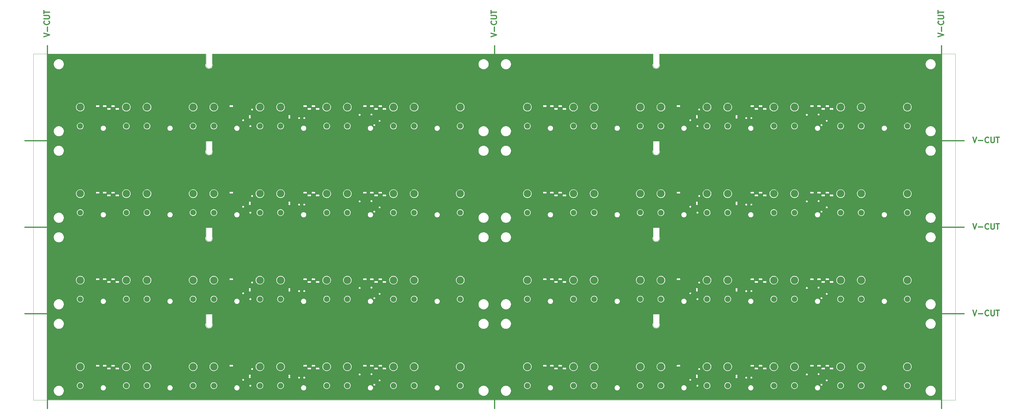
<source format=gbr>
%TF.GenerationSoftware,KiCad,Pcbnew,(7.0.0)*%
%TF.CreationDate,2023-07-13T16:19:27+02:00*%
%TF.ProjectId,Panelization,50616e65-6c69-47a6-9174-696f6e2e6b69,V1*%
%TF.SameCoordinates,Original*%
%TF.FileFunction,Copper,L3,Inr*%
%TF.FilePolarity,Positive*%
%FSLAX46Y46*%
G04 Gerber Fmt 4.6, Leading zero omitted, Abs format (unit mm)*
G04 Created by KiCad (PCBNEW (7.0.0)) date 2023-07-13 16:19:27*
%MOMM*%
%LPD*%
G01*
G04 APERTURE LIST*
%TA.AperFunction,ComponentPad*%
%ADD10C,2.660000*%
%TD*%
%TA.AperFunction,ComponentPad*%
%ADD11C,1.982000*%
%TD*%
%TA.AperFunction,ViaPad*%
%ADD12C,0.500000*%
%TD*%
%ADD13C,0.400000*%
%TA.AperFunction,Profile*%
%ADD14C,0.100000*%
%TD*%
%TA.AperFunction,Profile*%
%ADD15C,0.400000*%
%TD*%
G04 APERTURE END LIST*
D10*
%TO.N,Board_4-/DP1_SGND*%
%TO.C,J1*%
X61790000Y-169040000D03*
D11*
X61790000Y-175820000D03*
X78290000Y-175820000D03*
D10*
X78290000Y-169040000D03*
%TD*%
%TO.N,Board_7-/DP1_SGND*%
%TO.C,J1*%
X221790000Y-200040000D03*
D11*
X221790000Y-206820000D03*
X238290000Y-206820000D03*
D10*
X238290000Y-200040000D03*
%TD*%
%TO.N,Board_6-/DP1_SGND*%
%TO.C,J1*%
X61790000Y-200040000D03*
D11*
X61790000Y-206820000D03*
X78290000Y-206820000D03*
D10*
X78290000Y-200040000D03*
%TD*%
%TO.N,Board_3-/DP1_SGND*%
%TO.C,J1*%
X221790000Y-138040000D03*
D11*
X221790000Y-144820000D03*
X238290000Y-144820000D03*
D10*
X238290000Y-138040000D03*
%TD*%
%TO.N,Board_2-/DP1_SGND*%
%TO.C,J1*%
X61790000Y-138040000D03*
D11*
X61790000Y-144820000D03*
X78290000Y-144820000D03*
D10*
X78290000Y-138040000D03*
%TD*%
%TO.N,Board_0-/DP1_SGND*%
%TO.C,J1*%
X61790000Y-107040000D03*
D11*
X61790000Y-113820000D03*
X78290000Y-113820000D03*
D10*
X78290000Y-107040000D03*
%TD*%
%TO.N,Board_5-/DP1_SGND*%
%TO.C,J1*%
X221790000Y-169040000D03*
D11*
X221790000Y-175820000D03*
X238290000Y-175820000D03*
D10*
X238290000Y-169040000D03*
%TD*%
%TO.N,Board_1-/DP1_SGND*%
%TO.C,J1*%
X221790000Y-107040000D03*
D11*
X221790000Y-113820000D03*
X238290000Y-113820000D03*
D10*
X238290000Y-107040000D03*
%TD*%
%TO.N,Board_6-/DP3_SGND*%
%TO.C,J3*%
X109586000Y-200040000D03*
D11*
X109586000Y-206820000D03*
X126086000Y-206820000D03*
D10*
X126086000Y-200040000D03*
%TD*%
%TO.N,Board_2-/DP3_SGND*%
%TO.C,J3*%
X109586000Y-138040000D03*
D11*
X109586000Y-144820000D03*
X126086000Y-144820000D03*
D10*
X126086000Y-138040000D03*
%TD*%
%TO.N,Board_1-/DP3_SGND*%
%TO.C,J3*%
X269586000Y-107040000D03*
D11*
X269586000Y-113820000D03*
X286086000Y-113820000D03*
D10*
X286086000Y-107040000D03*
%TD*%
%TO.N,Board_3-/DP3_SGND*%
%TO.C,J3*%
X269586000Y-138040000D03*
D11*
X269586000Y-144820000D03*
X286086000Y-144820000D03*
D10*
X286086000Y-138040000D03*
%TD*%
%TO.N,Board_5-/DP3_SGND*%
%TO.C,J3*%
X269586000Y-169040000D03*
D11*
X269586000Y-175820000D03*
X286086000Y-175820000D03*
D10*
X286086000Y-169040000D03*
%TD*%
%TO.N,Board_7-/DP3_SGND*%
%TO.C,J3*%
X269586000Y-200040000D03*
D11*
X269586000Y-206820000D03*
X286086000Y-206820000D03*
D10*
X286086000Y-200040000D03*
%TD*%
%TO.N,Board_4-/DP3_SGND*%
%TO.C,J3*%
X109586000Y-169040000D03*
D11*
X109586000Y-175820000D03*
X126086000Y-175820000D03*
D10*
X126086000Y-169040000D03*
%TD*%
%TO.N,Board_0-/DP3_SGND*%
%TO.C,J3*%
X109586000Y-107040000D03*
D11*
X109586000Y-113820000D03*
X126086000Y-113820000D03*
D10*
X126086000Y-107040000D03*
%TD*%
%TO.N,Board_5-/DP5_SGND*%
%TO.C,J5*%
X317382000Y-169040000D03*
D11*
X317382000Y-175820000D03*
X333882000Y-175820000D03*
D10*
X333882000Y-169040000D03*
%TD*%
%TO.N,Board_4-/DP5_SGND*%
%TO.C,J5*%
X157382000Y-169040000D03*
D11*
X157382000Y-175820000D03*
X173882000Y-175820000D03*
D10*
X173882000Y-169040000D03*
%TD*%
%TO.N,Board_1-/DP5_SGND*%
%TO.C,J5*%
X317382000Y-107040000D03*
D11*
X317382000Y-113820000D03*
X333882000Y-113820000D03*
D10*
X333882000Y-107040000D03*
%TD*%
%TO.N,Board_2-/DP5_SGND*%
%TO.C,J5*%
X157382000Y-138040000D03*
D11*
X157382000Y-144820000D03*
X173882000Y-144820000D03*
D10*
X173882000Y-138040000D03*
%TD*%
%TO.N,Board_3-/DP5_SGND*%
%TO.C,J5*%
X317382000Y-138040000D03*
D11*
X317382000Y-144820000D03*
X333882000Y-144820000D03*
D10*
X333882000Y-138040000D03*
%TD*%
%TO.N,Board_0-/DP5_SGND*%
%TO.C,J5*%
X157382000Y-107040000D03*
D11*
X157382000Y-113820000D03*
X173882000Y-113820000D03*
D10*
X173882000Y-107040000D03*
%TD*%
%TO.N,Board_6-/DP5_SGND*%
%TO.C,J5*%
X157382000Y-200040000D03*
D11*
X157382000Y-206820000D03*
X173882000Y-206820000D03*
D10*
X173882000Y-200040000D03*
%TD*%
%TO.N,Board_7-/DP5_SGND*%
%TO.C,J5*%
X317382000Y-200040000D03*
D11*
X317382000Y-206820000D03*
X333882000Y-206820000D03*
D10*
X333882000Y-200040000D03*
%TD*%
%TO.N,Board_7-/DP6_SGND*%
%TO.C,J6*%
X341280000Y-200040000D03*
D11*
X341280000Y-206820000D03*
X357780000Y-206820000D03*
D10*
X357780000Y-200040000D03*
%TD*%
%TO.N,Board_6-/DP6_SGND*%
%TO.C,J6*%
X181280000Y-200040000D03*
D11*
X181280000Y-206820000D03*
X197780000Y-206820000D03*
D10*
X197780000Y-200040000D03*
%TD*%
%TO.N,Board_4-/DP6_SGND*%
%TO.C,J6*%
X181280000Y-169040000D03*
D11*
X181280000Y-175820000D03*
X197780000Y-175820000D03*
D10*
X197780000Y-169040000D03*
%TD*%
%TO.N,Board_1-/DP6_SGND*%
%TO.C,J6*%
X341280000Y-107040000D03*
D11*
X341280000Y-113820000D03*
X357780000Y-113820000D03*
D10*
X357780000Y-107040000D03*
%TD*%
%TO.N,Board_2-/DP6_SGND*%
%TO.C,J6*%
X181280000Y-138040000D03*
D11*
X181280000Y-144820000D03*
X197780000Y-144820000D03*
D10*
X197780000Y-138040000D03*
%TD*%
%TO.N,Board_5-/DP6_SGND*%
%TO.C,J6*%
X341280000Y-169040000D03*
D11*
X341280000Y-175820000D03*
X357780000Y-175820000D03*
D10*
X357780000Y-169040000D03*
%TD*%
%TO.N,Board_0-/DP6_SGND*%
%TO.C,J6*%
X181280000Y-107040000D03*
D11*
X181280000Y-113820000D03*
X197780000Y-113820000D03*
D10*
X197780000Y-107040000D03*
%TD*%
%TO.N,Board_3-/DP6_SGND*%
%TO.C,J6*%
X341280000Y-138040000D03*
D11*
X341280000Y-144820000D03*
X357780000Y-144820000D03*
D10*
X357780000Y-138040000D03*
%TD*%
%TO.N,Board_4-/DP2_SGND*%
%TO.C,J2*%
X85686000Y-169039000D03*
D11*
X85686000Y-175819000D03*
X102186000Y-175819000D03*
D10*
X102186000Y-169039000D03*
%TD*%
%TO.N,Board_6-/DP2_SGND*%
%TO.C,J2*%
X85686000Y-200039000D03*
D11*
X85686000Y-206819000D03*
X102186000Y-206819000D03*
D10*
X102186000Y-200039000D03*
%TD*%
%TO.N,Board_5-/DP2_SGND*%
%TO.C,J2*%
X245686000Y-169039000D03*
D11*
X245686000Y-175819000D03*
X262186000Y-175819000D03*
D10*
X262186000Y-169039000D03*
%TD*%
%TO.N,Board_7-/DP2_SGND*%
%TO.C,J2*%
X245686000Y-200039000D03*
D11*
X245686000Y-206819000D03*
X262186000Y-206819000D03*
D10*
X262186000Y-200039000D03*
%TD*%
%TO.N,Board_3-/DP2_SGND*%
%TO.C,J2*%
X245686000Y-138039000D03*
D11*
X245686000Y-144819000D03*
X262186000Y-144819000D03*
D10*
X262186000Y-138039000D03*
%TD*%
%TO.N,Board_2-/DP2_SGND*%
%TO.C,J2*%
X85686000Y-138039000D03*
D11*
X85686000Y-144819000D03*
X102186000Y-144819000D03*
D10*
X102186000Y-138039000D03*
%TD*%
%TO.N,Board_0-/DP2_SGND*%
%TO.C,J2*%
X85686000Y-107039000D03*
D11*
X85686000Y-113819000D03*
X102186000Y-113819000D03*
D10*
X102186000Y-107039000D03*
%TD*%
%TO.N,Board_1-/DP2_SGND*%
%TO.C,J2*%
X245686000Y-107039000D03*
D11*
X245686000Y-113819000D03*
X262186000Y-113819000D03*
D10*
X262186000Y-107039000D03*
%TD*%
%TO.N,Board_4-/DP4_SGND*%
%TO.C,J4*%
X133484000Y-169040000D03*
D11*
X133484000Y-175820000D03*
X149984000Y-175820000D03*
D10*
X149984000Y-169040000D03*
%TD*%
%TO.N,Board_7-/DP4_SGND*%
%TO.C,J4*%
X293484000Y-200040000D03*
D11*
X293484000Y-206820000D03*
X309984000Y-206820000D03*
D10*
X309984000Y-200040000D03*
%TD*%
%TO.N,Board_1-/DP4_SGND*%
%TO.C,J4*%
X293484000Y-107040000D03*
D11*
X293484000Y-113820000D03*
X309984000Y-113820000D03*
D10*
X309984000Y-107040000D03*
%TD*%
%TO.N,Board_6-/DP4_SGND*%
%TO.C,J4*%
X133484000Y-200040000D03*
D11*
X133484000Y-206820000D03*
X149984000Y-206820000D03*
D10*
X149984000Y-200040000D03*
%TD*%
%TO.N,Board_5-/DP4_SGND*%
%TO.C,J4*%
X293484000Y-169040000D03*
D11*
X293484000Y-175820000D03*
X309984000Y-175820000D03*
D10*
X309984000Y-169040000D03*
%TD*%
%TO.N,Board_0-/DP4_SGND*%
%TO.C,J4*%
X133484000Y-107040000D03*
D11*
X133484000Y-113820000D03*
X149984000Y-113820000D03*
D10*
X149984000Y-107040000D03*
%TD*%
%TO.N,Board_3-/DP4_SGND*%
%TO.C,J4*%
X293484000Y-138040000D03*
D11*
X293484000Y-144820000D03*
X309984000Y-144820000D03*
D10*
X309984000Y-138040000D03*
%TD*%
%TO.N,Board_2-/DP4_SGND*%
%TO.C,J4*%
X133484000Y-138040000D03*
D11*
X133484000Y-144820000D03*
X149984000Y-144820000D03*
D10*
X149984000Y-138040000D03*
%TD*%
D12*
%TO.N,Board_7-GND*%
X231970000Y-193497500D03*
X362100000Y-204190000D03*
X367180000Y-194030000D03*
X227137600Y-199670000D03*
X329897500Y-203670000D03*
X279085000Y-202670000D03*
X300000000Y-181770000D03*
X357020000Y-188950000D03*
X255192500Y-202670000D03*
X362100000Y-194030000D03*
X333882000Y-210582500D03*
X258187500Y-200670000D03*
X219860000Y-194030000D03*
X346860000Y-210582500D03*
X304337600Y-199670000D03*
X295200000Y-181770000D03*
X217320000Y-210582500D03*
X235100000Y-183200000D03*
X232785000Y-202670000D03*
X346860000Y-194030000D03*
X331620000Y-183200000D03*
X212240000Y-188950000D03*
X351940000Y-188950000D03*
X229638400Y-199670000D03*
X360780000Y-210582500D03*
X303680000Y-193497500D03*
X245686000Y-210586000D03*
X253490000Y-193497500D03*
X341780000Y-210582500D03*
X250340000Y-210582500D03*
X341780000Y-183200000D03*
X353782500Y-200670000D03*
X282092500Y-200670000D03*
X231295000Y-201670000D03*
X269586000Y-210582500D03*
X218790000Y-210582500D03*
X341780000Y-194030000D03*
X304800000Y-210582500D03*
X324542400Y-199670000D03*
X224940000Y-188908000D03*
X317170000Y-210582500D03*
X329897500Y-201670000D03*
X273600000Y-181770000D03*
X336882000Y-210582500D03*
X351940000Y-183200000D03*
X255420000Y-183200000D03*
X230020000Y-210582500D03*
X276000000Y-210582500D03*
X322734300Y-199670000D03*
X292800000Y-181770000D03*
X217320000Y-204142000D03*
X304800000Y-181770000D03*
X314500000Y-184670000D03*
X280595000Y-201670000D03*
X295200000Y-210582500D03*
X235100000Y-188950000D03*
X255192500Y-200670000D03*
X212240000Y-204190000D03*
X362100000Y-199110000D03*
X230770000Y-192497500D03*
X325234300Y-199670000D03*
X352270000Y-200670000D03*
X328237600Y-199670000D03*
X256700000Y-201670000D03*
X279085000Y-199670000D03*
X329737600Y-200670000D03*
X231445700Y-199670000D03*
X280800000Y-181770000D03*
X260500000Y-210582500D03*
X235100000Y-194030000D03*
X309984000Y-210582500D03*
X329897500Y-202670000D03*
X350775000Y-200670000D03*
X260500000Y-183200000D03*
X315770000Y-183200000D03*
X326540000Y-183200000D03*
X302837600Y-200670000D03*
X304495000Y-201670000D03*
X272586000Y-210582500D03*
X326540000Y-210582500D03*
X309600000Y-181770000D03*
X353782500Y-201670000D03*
X255192500Y-199670000D03*
X248686000Y-210582500D03*
X346860000Y-183200000D03*
X307642400Y-200670000D03*
X305992500Y-202670000D03*
X276000000Y-181770000D03*
X240180000Y-188950000D03*
X282092500Y-199670000D03*
X357020000Y-194030000D03*
X256670000Y-200670000D03*
X282460000Y-202577600D03*
X330042400Y-199670000D03*
X217320000Y-199110000D03*
X349080000Y-193497500D03*
X352270000Y-199670000D03*
X231137600Y-200670000D03*
X353782500Y-202670000D03*
X279085000Y-201670000D03*
X367180000Y-204190000D03*
X234442400Y-199670000D03*
X331542400Y-200670000D03*
X240180000Y-210582500D03*
X232942400Y-200670000D03*
X325180000Y-193497500D03*
X255192500Y-203670000D03*
X265500000Y-184670000D03*
X255420000Y-210582500D03*
X264230000Y-183200000D03*
X256700000Y-199670000D03*
X362100000Y-210582500D03*
X234490000Y-201670000D03*
X242627000Y-210582500D03*
X280595000Y-199670000D03*
X245260000Y-183200000D03*
X232785000Y-201670000D03*
X224790000Y-210582500D03*
X278590000Y-192497500D03*
X330882000Y-210582500D03*
X221790000Y-210582500D03*
X232637600Y-199670000D03*
X367180000Y-188950000D03*
X231295000Y-202670000D03*
X367180000Y-199110000D03*
X228942400Y-199670000D03*
X353782500Y-199645000D03*
X256700000Y-202670000D03*
X230020000Y-183200000D03*
X285600000Y-181770000D03*
X362100000Y-183200000D03*
X276742400Y-199670000D03*
X302400000Y-181770000D03*
X279790000Y-193497500D03*
X328542400Y-200670000D03*
X240180000Y-183200000D03*
X212240000Y-199110000D03*
X352270000Y-201670000D03*
X312984000Y-210582500D03*
X351480000Y-193497500D03*
X321460000Y-183200000D03*
X327042400Y-199670000D03*
X351940000Y-210582500D03*
X278400000Y-181770000D03*
X212240000Y-194030000D03*
X234137600Y-200670000D03*
X306142400Y-199670000D03*
X350280000Y-192497500D03*
X271200000Y-181770000D03*
X328392500Y-202670000D03*
X326737600Y-200670000D03*
X357020000Y-183200000D03*
X219860000Y-183200000D03*
X313230000Y-183200000D03*
X357780000Y-210582500D03*
X296630000Y-202601800D03*
X274937600Y-199670000D03*
X229570000Y-193497500D03*
X327580000Y-193497500D03*
X301280000Y-193497500D03*
X296630000Y-204406600D03*
X255890000Y-193497500D03*
X283200000Y-181770000D03*
X305992500Y-201670000D03*
X300000000Y-210582500D03*
X258187500Y-199670000D03*
X305837600Y-200670000D03*
X254690000Y-192328300D03*
X279085000Y-200670000D03*
X250340000Y-183200000D03*
X307200000Y-181770000D03*
X258187500Y-201670000D03*
X224940000Y-183200000D03*
X301337600Y-199670000D03*
X354780000Y-210582500D03*
X266586000Y-210582500D03*
X297600000Y-181770000D03*
X255192500Y-201670000D03*
X306984000Y-210582500D03*
X235100000Y-210582500D03*
X235942400Y-200670000D03*
X302480000Y-192497500D03*
X328392500Y-201670000D03*
X277390000Y-193497500D03*
X285600000Y-210582500D03*
X321460000Y-210582500D03*
X350775000Y-199670000D03*
X303142400Y-199670000D03*
X230020000Y-188950000D03*
X280800000Y-210582500D03*
X224940000Y-194030000D03*
X336700000Y-183200000D03*
X362100000Y-188950000D03*
X280595000Y-200670000D03*
X346860000Y-188950000D03*
X280595000Y-202670000D03*
X282460000Y-204382400D03*
X288000000Y-181770000D03*
X219860000Y-188908000D03*
X290400000Y-181770000D03*
X326897500Y-201670000D03*
X304642400Y-200670000D03*
%TO.N,Board_6-GND*%
X71970000Y-193497500D03*
X202100000Y-204190000D03*
X207180000Y-194030000D03*
X67137600Y-199670000D03*
X169897500Y-203670000D03*
X119085000Y-202670000D03*
X140000000Y-181770000D03*
X197020000Y-188950000D03*
X95192500Y-202670000D03*
X202100000Y-194030000D03*
X173882000Y-210582500D03*
X98187500Y-200670000D03*
X59860000Y-194030000D03*
X186860000Y-210582500D03*
X144337600Y-199670000D03*
X135200000Y-181770000D03*
X57320000Y-210582500D03*
X75100000Y-183200000D03*
X72785000Y-202670000D03*
X186860000Y-194030000D03*
X171620000Y-183200000D03*
X52240000Y-188950000D03*
X191940000Y-188950000D03*
X69638400Y-199670000D03*
X200780000Y-210582500D03*
X143680000Y-193497500D03*
X85686000Y-210586000D03*
X93490000Y-193497500D03*
X181780000Y-210582500D03*
X90340000Y-210582500D03*
X181780000Y-183200000D03*
X193782500Y-200670000D03*
X122092500Y-200670000D03*
X71295000Y-201670000D03*
X109586000Y-210582500D03*
X58790000Y-210582500D03*
X181780000Y-194030000D03*
X144800000Y-210582500D03*
X164542400Y-199670000D03*
X64940000Y-188908000D03*
X157170000Y-210582500D03*
X169897500Y-201670000D03*
X113600000Y-181770000D03*
X176882000Y-210582500D03*
X191940000Y-183200000D03*
X95420000Y-183200000D03*
X70020000Y-210582500D03*
X116000000Y-210582500D03*
X162734300Y-199670000D03*
X132800000Y-181770000D03*
X57320000Y-204142000D03*
X144800000Y-181770000D03*
X154500000Y-184670000D03*
X120595000Y-201670000D03*
X135200000Y-210582500D03*
X75100000Y-188950000D03*
X95192500Y-200670000D03*
X52240000Y-204190000D03*
X202100000Y-199110000D03*
X70770000Y-192497500D03*
X165234300Y-199670000D03*
X192270000Y-200670000D03*
X168237600Y-199670000D03*
X96700000Y-201670000D03*
X119085000Y-199670000D03*
X169737600Y-200670000D03*
X71445700Y-199670000D03*
X120800000Y-181770000D03*
X100500000Y-210582500D03*
X75100000Y-194030000D03*
X149984000Y-210582500D03*
X169897500Y-202670000D03*
X190775000Y-200670000D03*
X100500000Y-183200000D03*
X155770000Y-183200000D03*
X166540000Y-183200000D03*
X142837600Y-200670000D03*
X144495000Y-201670000D03*
X112586000Y-210582500D03*
X166540000Y-210582500D03*
X149600000Y-181770000D03*
X193782500Y-201670000D03*
X95192500Y-199670000D03*
X88686000Y-210582500D03*
X186860000Y-183200000D03*
X147642400Y-200670000D03*
X145992500Y-202670000D03*
X116000000Y-181770000D03*
X80180000Y-188950000D03*
X122092500Y-199670000D03*
X197020000Y-194030000D03*
X96670000Y-200670000D03*
X122460000Y-202577600D03*
X170042400Y-199670000D03*
X57320000Y-199110000D03*
X189080000Y-193497500D03*
X192270000Y-199670000D03*
X71137600Y-200670000D03*
X193782500Y-202670000D03*
X119085000Y-201670000D03*
X207180000Y-204190000D03*
X74442400Y-199670000D03*
X171542400Y-200670000D03*
X80180000Y-210582500D03*
X72942400Y-200670000D03*
X165180000Y-193497500D03*
X95192500Y-203670000D03*
X105500000Y-184670000D03*
X95420000Y-210582500D03*
X104230000Y-183200000D03*
X96700000Y-199670000D03*
X202100000Y-210582500D03*
X74490000Y-201670000D03*
X82627000Y-210582500D03*
X120595000Y-199670000D03*
X85260000Y-183200000D03*
X72785000Y-201670000D03*
X64790000Y-210582500D03*
X118590000Y-192497500D03*
X170882000Y-210582500D03*
X61790000Y-210582500D03*
X72637600Y-199670000D03*
X207180000Y-188950000D03*
X71295000Y-202670000D03*
X207180000Y-199110000D03*
X68942400Y-199670000D03*
X193782500Y-199645000D03*
X96700000Y-202670000D03*
X70020000Y-183200000D03*
X125600000Y-181770000D03*
X202100000Y-183200000D03*
X116742400Y-199670000D03*
X142400000Y-181770000D03*
X119790000Y-193497500D03*
X168542400Y-200670000D03*
X80180000Y-183200000D03*
X52240000Y-199110000D03*
X192270000Y-201670000D03*
X152984000Y-210582500D03*
X191480000Y-193497500D03*
X161460000Y-183200000D03*
X167042400Y-199670000D03*
X191940000Y-210582500D03*
X118400000Y-181770000D03*
X52240000Y-194030000D03*
X74137600Y-200670000D03*
X146142400Y-199670000D03*
X190280000Y-192497500D03*
X111200000Y-181770000D03*
X168392500Y-202670000D03*
X166737600Y-200670000D03*
X197020000Y-183200000D03*
X59860000Y-183200000D03*
X153230000Y-183200000D03*
X197780000Y-210582500D03*
X136630000Y-202601800D03*
X114937600Y-199670000D03*
X69570000Y-193497500D03*
X167580000Y-193497500D03*
X141280000Y-193497500D03*
X136630000Y-204406600D03*
X95890000Y-193497500D03*
X123200000Y-181770000D03*
X145992500Y-201670000D03*
X140000000Y-210582500D03*
X98187500Y-199670000D03*
X145837600Y-200670000D03*
X94690000Y-192328300D03*
X119085000Y-200670000D03*
X90340000Y-183200000D03*
X147200000Y-181770000D03*
X98187500Y-201670000D03*
X64940000Y-183200000D03*
X141337600Y-199670000D03*
X194780000Y-210582500D03*
X106586000Y-210582500D03*
X137600000Y-181770000D03*
X95192500Y-201670000D03*
X146984000Y-210582500D03*
X75100000Y-210582500D03*
X75942400Y-200670000D03*
X142480000Y-192497500D03*
X168392500Y-201670000D03*
X117390000Y-193497500D03*
X125600000Y-210582500D03*
X161460000Y-210582500D03*
X190775000Y-199670000D03*
X143142400Y-199670000D03*
X70020000Y-188950000D03*
X120800000Y-210582500D03*
X64940000Y-194030000D03*
X176700000Y-183200000D03*
X202100000Y-188950000D03*
X120595000Y-200670000D03*
X186860000Y-188950000D03*
X120595000Y-202670000D03*
X122460000Y-204382400D03*
X128000000Y-181770000D03*
X59860000Y-188908000D03*
X130400000Y-181770000D03*
X166897500Y-201670000D03*
X144642400Y-200670000D03*
%TO.N,Board_5-GND*%
X231970000Y-162497500D03*
X362100000Y-173190000D03*
X367180000Y-163030000D03*
X227137600Y-168670000D03*
X329897500Y-172670000D03*
X279085000Y-171670000D03*
X300000000Y-150770000D03*
X357020000Y-157950000D03*
X255192500Y-171670000D03*
X362100000Y-163030000D03*
X333882000Y-179582500D03*
X258187500Y-169670000D03*
X219860000Y-163030000D03*
X346860000Y-179582500D03*
X304337600Y-168670000D03*
X295200000Y-150770000D03*
X217320000Y-179582500D03*
X235100000Y-152200000D03*
X232785000Y-171670000D03*
X346860000Y-163030000D03*
X331620000Y-152200000D03*
X212240000Y-157950000D03*
X351940000Y-157950000D03*
X229638400Y-168670000D03*
X360780000Y-179582500D03*
X303680000Y-162497500D03*
X245686000Y-179586000D03*
X253490000Y-162497500D03*
X341780000Y-179582500D03*
X250340000Y-179582500D03*
X341780000Y-152200000D03*
X353782500Y-169670000D03*
X282092500Y-169670000D03*
X231295000Y-170670000D03*
X269586000Y-179582500D03*
X218790000Y-179582500D03*
X341780000Y-163030000D03*
X304800000Y-179582500D03*
X324542400Y-168670000D03*
X224940000Y-157908000D03*
X317170000Y-179582500D03*
X329897500Y-170670000D03*
X273600000Y-150770000D03*
X336882000Y-179582500D03*
X351940000Y-152200000D03*
X255420000Y-152200000D03*
X230020000Y-179582500D03*
X276000000Y-179582500D03*
X322734300Y-168670000D03*
X292800000Y-150770000D03*
X217320000Y-173142000D03*
X304800000Y-150770000D03*
X314500000Y-153670000D03*
X280595000Y-170670000D03*
X295200000Y-179582500D03*
X235100000Y-157950000D03*
X255192500Y-169670000D03*
X212240000Y-173190000D03*
X362100000Y-168110000D03*
X230770000Y-161497500D03*
X325234300Y-168670000D03*
X352270000Y-169670000D03*
X328237600Y-168670000D03*
X256700000Y-170670000D03*
X279085000Y-168670000D03*
X329737600Y-169670000D03*
X231445700Y-168670000D03*
X280800000Y-150770000D03*
X260500000Y-179582500D03*
X235100000Y-163030000D03*
X309984000Y-179582500D03*
X329897500Y-171670000D03*
X350775000Y-169670000D03*
X260500000Y-152200000D03*
X315770000Y-152200000D03*
X326540000Y-152200000D03*
X302837600Y-169670000D03*
X304495000Y-170670000D03*
X272586000Y-179582500D03*
X326540000Y-179582500D03*
X309600000Y-150770000D03*
X353782500Y-170670000D03*
X255192500Y-168670000D03*
X248686000Y-179582500D03*
X346860000Y-152200000D03*
X307642400Y-169670000D03*
X305992500Y-171670000D03*
X276000000Y-150770000D03*
X240180000Y-157950000D03*
X282092500Y-168670000D03*
X357020000Y-163030000D03*
X256670000Y-169670000D03*
X282460000Y-171577600D03*
X330042400Y-168670000D03*
X217320000Y-168110000D03*
X349080000Y-162497500D03*
X352270000Y-168670000D03*
X231137600Y-169670000D03*
X353782500Y-171670000D03*
X279085000Y-170670000D03*
X367180000Y-173190000D03*
X234442400Y-168670000D03*
X331542400Y-169670000D03*
X240180000Y-179582500D03*
X232942400Y-169670000D03*
X325180000Y-162497500D03*
X255192500Y-172670000D03*
X265500000Y-153670000D03*
X255420000Y-179582500D03*
X264230000Y-152200000D03*
X256700000Y-168670000D03*
X362100000Y-179582500D03*
X234490000Y-170670000D03*
X242627000Y-179582500D03*
X280595000Y-168670000D03*
X245260000Y-152200000D03*
X232785000Y-170670000D03*
X224790000Y-179582500D03*
X278590000Y-161497500D03*
X330882000Y-179582500D03*
X221790000Y-179582500D03*
X232637600Y-168670000D03*
X367180000Y-157950000D03*
X231295000Y-171670000D03*
X367180000Y-168110000D03*
X228942400Y-168670000D03*
X353782500Y-168645000D03*
X256700000Y-171670000D03*
X230020000Y-152200000D03*
X285600000Y-150770000D03*
X362100000Y-152200000D03*
X276742400Y-168670000D03*
X302400000Y-150770000D03*
X279790000Y-162497500D03*
X328542400Y-169670000D03*
X240180000Y-152200000D03*
X212240000Y-168110000D03*
X352270000Y-170670000D03*
X312984000Y-179582500D03*
X351480000Y-162497500D03*
X321460000Y-152200000D03*
X327042400Y-168670000D03*
X351940000Y-179582500D03*
X278400000Y-150770000D03*
X212240000Y-163030000D03*
X234137600Y-169670000D03*
X306142400Y-168670000D03*
X350280000Y-161497500D03*
X271200000Y-150770000D03*
X328392500Y-171670000D03*
X326737600Y-169670000D03*
X357020000Y-152200000D03*
X219860000Y-152200000D03*
X313230000Y-152200000D03*
X357780000Y-179582500D03*
X296630000Y-171601800D03*
X274937600Y-168670000D03*
X229570000Y-162497500D03*
X327580000Y-162497500D03*
X301280000Y-162497500D03*
X296630000Y-173406600D03*
X255890000Y-162497500D03*
X283200000Y-150770000D03*
X305992500Y-170670000D03*
X300000000Y-179582500D03*
X258187500Y-168670000D03*
X305837600Y-169670000D03*
X254690000Y-161328300D03*
X279085000Y-169670000D03*
X250340000Y-152200000D03*
X307200000Y-150770000D03*
X258187500Y-170670000D03*
X224940000Y-152200000D03*
X301337600Y-168670000D03*
X354780000Y-179582500D03*
X266586000Y-179582500D03*
X297600000Y-150770000D03*
X255192500Y-170670000D03*
X306984000Y-179582500D03*
X235100000Y-179582500D03*
X235942400Y-169670000D03*
X302480000Y-161497500D03*
X328392500Y-170670000D03*
X277390000Y-162497500D03*
X285600000Y-179582500D03*
X321460000Y-179582500D03*
X350775000Y-168670000D03*
X303142400Y-168670000D03*
X230020000Y-157950000D03*
X280800000Y-179582500D03*
X224940000Y-163030000D03*
X336700000Y-152200000D03*
X362100000Y-157950000D03*
X280595000Y-169670000D03*
X346860000Y-157950000D03*
X280595000Y-171670000D03*
X282460000Y-173382400D03*
X288000000Y-150770000D03*
X219860000Y-157908000D03*
X290400000Y-150770000D03*
X326897500Y-170670000D03*
X304642400Y-169670000D03*
%TO.N,Board_4-GND*%
X71970000Y-162497500D03*
X202100000Y-173190000D03*
X207180000Y-163030000D03*
X67137600Y-168670000D03*
X169897500Y-172670000D03*
X119085000Y-171670000D03*
X140000000Y-150770000D03*
X197020000Y-157950000D03*
X95192500Y-171670000D03*
X202100000Y-163030000D03*
X173882000Y-179582500D03*
X98187500Y-169670000D03*
X59860000Y-163030000D03*
X186860000Y-179582500D03*
X144337600Y-168670000D03*
X135200000Y-150770000D03*
X57320000Y-179582500D03*
X75100000Y-152200000D03*
X72785000Y-171670000D03*
X186860000Y-163030000D03*
X171620000Y-152200000D03*
X52240000Y-157950000D03*
X191940000Y-157950000D03*
X69638400Y-168670000D03*
X200780000Y-179582500D03*
X143680000Y-162497500D03*
X85686000Y-179586000D03*
X93490000Y-162497500D03*
X181780000Y-179582500D03*
X90340000Y-179582500D03*
X181780000Y-152200000D03*
X193782500Y-169670000D03*
X122092500Y-169670000D03*
X71295000Y-170670000D03*
X109586000Y-179582500D03*
X58790000Y-179582500D03*
X181780000Y-163030000D03*
X144800000Y-179582500D03*
X164542400Y-168670000D03*
X64940000Y-157908000D03*
X157170000Y-179582500D03*
X169897500Y-170670000D03*
X113600000Y-150770000D03*
X176882000Y-179582500D03*
X191940000Y-152200000D03*
X95420000Y-152200000D03*
X70020000Y-179582500D03*
X116000000Y-179582500D03*
X162734300Y-168670000D03*
X132800000Y-150770000D03*
X57320000Y-173142000D03*
X144800000Y-150770000D03*
X154500000Y-153670000D03*
X120595000Y-170670000D03*
X135200000Y-179582500D03*
X75100000Y-157950000D03*
X95192500Y-169670000D03*
X52240000Y-173190000D03*
X202100000Y-168110000D03*
X70770000Y-161497500D03*
X165234300Y-168670000D03*
X192270000Y-169670000D03*
X168237600Y-168670000D03*
X96700000Y-170670000D03*
X119085000Y-168670000D03*
X169737600Y-169670000D03*
X71445700Y-168670000D03*
X120800000Y-150770000D03*
X100500000Y-179582500D03*
X75100000Y-163030000D03*
X149984000Y-179582500D03*
X169897500Y-171670000D03*
X190775000Y-169670000D03*
X100500000Y-152200000D03*
X155770000Y-152200000D03*
X166540000Y-152200000D03*
X142837600Y-169670000D03*
X144495000Y-170670000D03*
X112586000Y-179582500D03*
X166540000Y-179582500D03*
X149600000Y-150770000D03*
X193782500Y-170670000D03*
X95192500Y-168670000D03*
X88686000Y-179582500D03*
X186860000Y-152200000D03*
X147642400Y-169670000D03*
X145992500Y-171670000D03*
X116000000Y-150770000D03*
X80180000Y-157950000D03*
X122092500Y-168670000D03*
X197020000Y-163030000D03*
X96670000Y-169670000D03*
X122460000Y-171577600D03*
X170042400Y-168670000D03*
X57320000Y-168110000D03*
X189080000Y-162497500D03*
X192270000Y-168670000D03*
X71137600Y-169670000D03*
X193782500Y-171670000D03*
X119085000Y-170670000D03*
X207180000Y-173190000D03*
X74442400Y-168670000D03*
X171542400Y-169670000D03*
X80180000Y-179582500D03*
X72942400Y-169670000D03*
X165180000Y-162497500D03*
X95192500Y-172670000D03*
X105500000Y-153670000D03*
X95420000Y-179582500D03*
X104230000Y-152200000D03*
X96700000Y-168670000D03*
X202100000Y-179582500D03*
X74490000Y-170670000D03*
X82627000Y-179582500D03*
X120595000Y-168670000D03*
X85260000Y-152200000D03*
X72785000Y-170670000D03*
X64790000Y-179582500D03*
X118590000Y-161497500D03*
X170882000Y-179582500D03*
X61790000Y-179582500D03*
X72637600Y-168670000D03*
X207180000Y-157950000D03*
X71295000Y-171670000D03*
X207180000Y-168110000D03*
X68942400Y-168670000D03*
X193782500Y-168645000D03*
X96700000Y-171670000D03*
X70020000Y-152200000D03*
X125600000Y-150770000D03*
X202100000Y-152200000D03*
X116742400Y-168670000D03*
X142400000Y-150770000D03*
X119790000Y-162497500D03*
X168542400Y-169670000D03*
X80180000Y-152200000D03*
X52240000Y-168110000D03*
X192270000Y-170670000D03*
X152984000Y-179582500D03*
X191480000Y-162497500D03*
X161460000Y-152200000D03*
X167042400Y-168670000D03*
X191940000Y-179582500D03*
X118400000Y-150770000D03*
X52240000Y-163030000D03*
X74137600Y-169670000D03*
X146142400Y-168670000D03*
X190280000Y-161497500D03*
X111200000Y-150770000D03*
X168392500Y-171670000D03*
X166737600Y-169670000D03*
X197020000Y-152200000D03*
X59860000Y-152200000D03*
X153230000Y-152200000D03*
X197780000Y-179582500D03*
X136630000Y-171601800D03*
X114937600Y-168670000D03*
X69570000Y-162497500D03*
X167580000Y-162497500D03*
X141280000Y-162497500D03*
X136630000Y-173406600D03*
X95890000Y-162497500D03*
X123200000Y-150770000D03*
X145992500Y-170670000D03*
X140000000Y-179582500D03*
X98187500Y-168670000D03*
X145837600Y-169670000D03*
X94690000Y-161328300D03*
X119085000Y-169670000D03*
X90340000Y-152200000D03*
X147200000Y-150770000D03*
X98187500Y-170670000D03*
X64940000Y-152200000D03*
X141337600Y-168670000D03*
X194780000Y-179582500D03*
X106586000Y-179582500D03*
X137600000Y-150770000D03*
X95192500Y-170670000D03*
X146984000Y-179582500D03*
X75100000Y-179582500D03*
X75942400Y-169670000D03*
X142480000Y-161497500D03*
X168392500Y-170670000D03*
X117390000Y-162497500D03*
X125600000Y-179582500D03*
X161460000Y-179582500D03*
X190775000Y-168670000D03*
X143142400Y-168670000D03*
X70020000Y-157950000D03*
X120800000Y-179582500D03*
X64940000Y-163030000D03*
X176700000Y-152200000D03*
X202100000Y-157950000D03*
X120595000Y-169670000D03*
X186860000Y-157950000D03*
X120595000Y-171670000D03*
X122460000Y-173382400D03*
X128000000Y-150770000D03*
X59860000Y-157908000D03*
X130400000Y-150770000D03*
X166897500Y-170670000D03*
X144642400Y-169670000D03*
%TO.N,Board_3-GND*%
X231970000Y-131497500D03*
X362100000Y-142190000D03*
X367180000Y-132030000D03*
X227137600Y-137670000D03*
X329897500Y-141670000D03*
X279085000Y-140670000D03*
X300000000Y-119770000D03*
X357020000Y-126950000D03*
X255192500Y-140670000D03*
X362100000Y-132030000D03*
X333882000Y-148582500D03*
X258187500Y-138670000D03*
X219860000Y-132030000D03*
X346860000Y-148582500D03*
X304337600Y-137670000D03*
X295200000Y-119770000D03*
X217320000Y-148582500D03*
X235100000Y-121200000D03*
X232785000Y-140670000D03*
X346860000Y-132030000D03*
X331620000Y-121200000D03*
X212240000Y-126950000D03*
X351940000Y-126950000D03*
X229638400Y-137670000D03*
X360780000Y-148582500D03*
X303680000Y-131497500D03*
X245686000Y-148586000D03*
X253490000Y-131497500D03*
X341780000Y-148582500D03*
X250340000Y-148582500D03*
X341780000Y-121200000D03*
X353782500Y-138670000D03*
X282092500Y-138670000D03*
X231295000Y-139670000D03*
X269586000Y-148582500D03*
X218790000Y-148582500D03*
X341780000Y-132030000D03*
X304800000Y-148582500D03*
X324542400Y-137670000D03*
X224940000Y-126908000D03*
X317170000Y-148582500D03*
X329897500Y-139670000D03*
X273600000Y-119770000D03*
X336882000Y-148582500D03*
X351940000Y-121200000D03*
X255420000Y-121200000D03*
X230020000Y-148582500D03*
X276000000Y-148582500D03*
X322734300Y-137670000D03*
X292800000Y-119770000D03*
X217320000Y-142142000D03*
X304800000Y-119770000D03*
X314500000Y-122670000D03*
X280595000Y-139670000D03*
X295200000Y-148582500D03*
X235100000Y-126950000D03*
X255192500Y-138670000D03*
X212240000Y-142190000D03*
X362100000Y-137110000D03*
X230770000Y-130497500D03*
X325234300Y-137670000D03*
X352270000Y-138670000D03*
X328237600Y-137670000D03*
X256700000Y-139670000D03*
X279085000Y-137670000D03*
X329737600Y-138670000D03*
X231445700Y-137670000D03*
X280800000Y-119770000D03*
X260500000Y-148582500D03*
X235100000Y-132030000D03*
X309984000Y-148582500D03*
X329897500Y-140670000D03*
X350775000Y-138670000D03*
X260500000Y-121200000D03*
X315770000Y-121200000D03*
X326540000Y-121200000D03*
X302837600Y-138670000D03*
X304495000Y-139670000D03*
X272586000Y-148582500D03*
X326540000Y-148582500D03*
X309600000Y-119770000D03*
X353782500Y-139670000D03*
X255192500Y-137670000D03*
X248686000Y-148582500D03*
X346860000Y-121200000D03*
X307642400Y-138670000D03*
X305992500Y-140670000D03*
X276000000Y-119770000D03*
X240180000Y-126950000D03*
X282092500Y-137670000D03*
X357020000Y-132030000D03*
X256670000Y-138670000D03*
X282460000Y-140577600D03*
X330042400Y-137670000D03*
X217320000Y-137110000D03*
X349080000Y-131497500D03*
X352270000Y-137670000D03*
X231137600Y-138670000D03*
X353782500Y-140670000D03*
X279085000Y-139670000D03*
X367180000Y-142190000D03*
X234442400Y-137670000D03*
X331542400Y-138670000D03*
X240180000Y-148582500D03*
X232942400Y-138670000D03*
X325180000Y-131497500D03*
X255192500Y-141670000D03*
X265500000Y-122670000D03*
X255420000Y-148582500D03*
X264230000Y-121200000D03*
X256700000Y-137670000D03*
X362100000Y-148582500D03*
X234490000Y-139670000D03*
X242627000Y-148582500D03*
X280595000Y-137670000D03*
X245260000Y-121200000D03*
X232785000Y-139670000D03*
X224790000Y-148582500D03*
X278590000Y-130497500D03*
X330882000Y-148582500D03*
X221790000Y-148582500D03*
X232637600Y-137670000D03*
X367180000Y-126950000D03*
X231295000Y-140670000D03*
X367180000Y-137110000D03*
X228942400Y-137670000D03*
X353782500Y-137645000D03*
X256700000Y-140670000D03*
X230020000Y-121200000D03*
X285600000Y-119770000D03*
X362100000Y-121200000D03*
X276742400Y-137670000D03*
X302400000Y-119770000D03*
X279790000Y-131497500D03*
X328542400Y-138670000D03*
X240180000Y-121200000D03*
X212240000Y-137110000D03*
X352270000Y-139670000D03*
X312984000Y-148582500D03*
X351480000Y-131497500D03*
X321460000Y-121200000D03*
X327042400Y-137670000D03*
X351940000Y-148582500D03*
X278400000Y-119770000D03*
X212240000Y-132030000D03*
X234137600Y-138670000D03*
X306142400Y-137670000D03*
X350280000Y-130497500D03*
X271200000Y-119770000D03*
X328392500Y-140670000D03*
X326737600Y-138670000D03*
X357020000Y-121200000D03*
X219860000Y-121200000D03*
X313230000Y-121200000D03*
X357780000Y-148582500D03*
X296630000Y-140601800D03*
X274937600Y-137670000D03*
X229570000Y-131497500D03*
X327580000Y-131497500D03*
X301280000Y-131497500D03*
X296630000Y-142406600D03*
X255890000Y-131497500D03*
X283200000Y-119770000D03*
X305992500Y-139670000D03*
X300000000Y-148582500D03*
X258187500Y-137670000D03*
X305837600Y-138670000D03*
X254690000Y-130328300D03*
X279085000Y-138670000D03*
X250340000Y-121200000D03*
X307200000Y-119770000D03*
X258187500Y-139670000D03*
X224940000Y-121200000D03*
X301337600Y-137670000D03*
X354780000Y-148582500D03*
X266586000Y-148582500D03*
X297600000Y-119770000D03*
X255192500Y-139670000D03*
X306984000Y-148582500D03*
X235100000Y-148582500D03*
X235942400Y-138670000D03*
X302480000Y-130497500D03*
X328392500Y-139670000D03*
X277390000Y-131497500D03*
X285600000Y-148582500D03*
X321460000Y-148582500D03*
X350775000Y-137670000D03*
X303142400Y-137670000D03*
X230020000Y-126950000D03*
X280800000Y-148582500D03*
X224940000Y-132030000D03*
X336700000Y-121200000D03*
X362100000Y-126950000D03*
X280595000Y-138670000D03*
X346860000Y-126950000D03*
X280595000Y-140670000D03*
X282460000Y-142382400D03*
X288000000Y-119770000D03*
X219860000Y-126908000D03*
X290400000Y-119770000D03*
X326897500Y-139670000D03*
X304642400Y-138670000D03*
%TO.N,Board_2-GND*%
X71970000Y-131497500D03*
X202100000Y-142190000D03*
X207180000Y-132030000D03*
X67137600Y-137670000D03*
X169897500Y-141670000D03*
X119085000Y-140670000D03*
X140000000Y-119770000D03*
X197020000Y-126950000D03*
X95192500Y-140670000D03*
X202100000Y-132030000D03*
X173882000Y-148582500D03*
X98187500Y-138670000D03*
X59860000Y-132030000D03*
X186860000Y-148582500D03*
X144337600Y-137670000D03*
X135200000Y-119770000D03*
X57320000Y-148582500D03*
X75100000Y-121200000D03*
X72785000Y-140670000D03*
X186860000Y-132030000D03*
X171620000Y-121200000D03*
X52240000Y-126950000D03*
X191940000Y-126950000D03*
X69638400Y-137670000D03*
X200780000Y-148582500D03*
X143680000Y-131497500D03*
X85686000Y-148586000D03*
X93490000Y-131497500D03*
X181780000Y-148582500D03*
X90340000Y-148582500D03*
X181780000Y-121200000D03*
X193782500Y-138670000D03*
X122092500Y-138670000D03*
X71295000Y-139670000D03*
X109586000Y-148582500D03*
X58790000Y-148582500D03*
X181780000Y-132030000D03*
X144800000Y-148582500D03*
X164542400Y-137670000D03*
X64940000Y-126908000D03*
X157170000Y-148582500D03*
X169897500Y-139670000D03*
X113600000Y-119770000D03*
X176882000Y-148582500D03*
X191940000Y-121200000D03*
X95420000Y-121200000D03*
X70020000Y-148582500D03*
X116000000Y-148582500D03*
X162734300Y-137670000D03*
X132800000Y-119770000D03*
X57320000Y-142142000D03*
X144800000Y-119770000D03*
X154500000Y-122670000D03*
X120595000Y-139670000D03*
X135200000Y-148582500D03*
X75100000Y-126950000D03*
X95192500Y-138670000D03*
X52240000Y-142190000D03*
X202100000Y-137110000D03*
X70770000Y-130497500D03*
X165234300Y-137670000D03*
X192270000Y-138670000D03*
X168237600Y-137670000D03*
X96700000Y-139670000D03*
X119085000Y-137670000D03*
X169737600Y-138670000D03*
X71445700Y-137670000D03*
X120800000Y-119770000D03*
X100500000Y-148582500D03*
X75100000Y-132030000D03*
X149984000Y-148582500D03*
X169897500Y-140670000D03*
X190775000Y-138670000D03*
X100500000Y-121200000D03*
X155770000Y-121200000D03*
X166540000Y-121200000D03*
X142837600Y-138670000D03*
X144495000Y-139670000D03*
X112586000Y-148582500D03*
X166540000Y-148582500D03*
X149600000Y-119770000D03*
X193782500Y-139670000D03*
X95192500Y-137670000D03*
X88686000Y-148582500D03*
X186860000Y-121200000D03*
X147642400Y-138670000D03*
X145992500Y-140670000D03*
X116000000Y-119770000D03*
X80180000Y-126950000D03*
X122092500Y-137670000D03*
X197020000Y-132030000D03*
X96670000Y-138670000D03*
X122460000Y-140577600D03*
X170042400Y-137670000D03*
X57320000Y-137110000D03*
X189080000Y-131497500D03*
X192270000Y-137670000D03*
X71137600Y-138670000D03*
X193782500Y-140670000D03*
X119085000Y-139670000D03*
X207180000Y-142190000D03*
X74442400Y-137670000D03*
X171542400Y-138670000D03*
X80180000Y-148582500D03*
X72942400Y-138670000D03*
X165180000Y-131497500D03*
X95192500Y-141670000D03*
X105500000Y-122670000D03*
X95420000Y-148582500D03*
X104230000Y-121200000D03*
X96700000Y-137670000D03*
X202100000Y-148582500D03*
X74490000Y-139670000D03*
X82627000Y-148582500D03*
X120595000Y-137670000D03*
X85260000Y-121200000D03*
X72785000Y-139670000D03*
X64790000Y-148582500D03*
X118590000Y-130497500D03*
X170882000Y-148582500D03*
X61790000Y-148582500D03*
X72637600Y-137670000D03*
X207180000Y-126950000D03*
X71295000Y-140670000D03*
X207180000Y-137110000D03*
X68942400Y-137670000D03*
X193782500Y-137645000D03*
X96700000Y-140670000D03*
X70020000Y-121200000D03*
X125600000Y-119770000D03*
X202100000Y-121200000D03*
X116742400Y-137670000D03*
X142400000Y-119770000D03*
X119790000Y-131497500D03*
X168542400Y-138670000D03*
X80180000Y-121200000D03*
X52240000Y-137110000D03*
X192270000Y-139670000D03*
X152984000Y-148582500D03*
X191480000Y-131497500D03*
X161460000Y-121200000D03*
X167042400Y-137670000D03*
X191940000Y-148582500D03*
X118400000Y-119770000D03*
X52240000Y-132030000D03*
X74137600Y-138670000D03*
X146142400Y-137670000D03*
X190280000Y-130497500D03*
X111200000Y-119770000D03*
X168392500Y-140670000D03*
X166737600Y-138670000D03*
X197020000Y-121200000D03*
X59860000Y-121200000D03*
X153230000Y-121200000D03*
X197780000Y-148582500D03*
X136630000Y-140601800D03*
X114937600Y-137670000D03*
X69570000Y-131497500D03*
X167580000Y-131497500D03*
X141280000Y-131497500D03*
X136630000Y-142406600D03*
X95890000Y-131497500D03*
X123200000Y-119770000D03*
X145992500Y-139670000D03*
X140000000Y-148582500D03*
X98187500Y-137670000D03*
X145837600Y-138670000D03*
X94690000Y-130328300D03*
X119085000Y-138670000D03*
X90340000Y-121200000D03*
X147200000Y-119770000D03*
X98187500Y-139670000D03*
X64940000Y-121200000D03*
X141337600Y-137670000D03*
X194780000Y-148582500D03*
X106586000Y-148582500D03*
X137600000Y-119770000D03*
X95192500Y-139670000D03*
X146984000Y-148582500D03*
X75100000Y-148582500D03*
X75942400Y-138670000D03*
X142480000Y-130497500D03*
X168392500Y-139670000D03*
X117390000Y-131497500D03*
X125600000Y-148582500D03*
X161460000Y-148582500D03*
X190775000Y-137670000D03*
X143142400Y-137670000D03*
X70020000Y-126950000D03*
X120800000Y-148582500D03*
X64940000Y-132030000D03*
X176700000Y-121200000D03*
X202100000Y-126950000D03*
X120595000Y-138670000D03*
X186860000Y-126950000D03*
X120595000Y-140670000D03*
X122460000Y-142382400D03*
X128000000Y-119770000D03*
X59860000Y-126908000D03*
X130400000Y-119770000D03*
X166897500Y-139670000D03*
X144642400Y-138670000D03*
%TO.N,Board_1-GND*%
X231970000Y-100497500D03*
X362100000Y-111190000D03*
X367180000Y-101030000D03*
X227137600Y-106670000D03*
X329897500Y-110670000D03*
X279085000Y-109670000D03*
X300000000Y-88770000D03*
X357020000Y-95950000D03*
X255192500Y-109670000D03*
X362100000Y-101030000D03*
X333882000Y-117582500D03*
X258187500Y-107670000D03*
X219860000Y-101030000D03*
X346860000Y-117582500D03*
X304337600Y-106670000D03*
X295200000Y-88770000D03*
X217320000Y-117582500D03*
X235100000Y-90200000D03*
X232785000Y-109670000D03*
X346860000Y-101030000D03*
X331620000Y-90200000D03*
X212240000Y-95950000D03*
X351940000Y-95950000D03*
X229638400Y-106670000D03*
X360780000Y-117582500D03*
X303680000Y-100497500D03*
X245686000Y-117586000D03*
X253490000Y-100497500D03*
X341780000Y-117582500D03*
X250340000Y-117582500D03*
X341780000Y-90200000D03*
X353782500Y-107670000D03*
X282092500Y-107670000D03*
X231295000Y-108670000D03*
X269586000Y-117582500D03*
X218790000Y-117582500D03*
X341780000Y-101030000D03*
X304800000Y-117582500D03*
X324542400Y-106670000D03*
X224940000Y-95908000D03*
X317170000Y-117582500D03*
X329897500Y-108670000D03*
X273600000Y-88770000D03*
X336882000Y-117582500D03*
X351940000Y-90200000D03*
X255420000Y-90200000D03*
X230020000Y-117582500D03*
X276000000Y-117582500D03*
X322734300Y-106670000D03*
X292800000Y-88770000D03*
X217320000Y-111142000D03*
X304800000Y-88770000D03*
X314500000Y-91670000D03*
X280595000Y-108670000D03*
X295200000Y-117582500D03*
X235100000Y-95950000D03*
X255192500Y-107670000D03*
X212240000Y-111190000D03*
X362100000Y-106110000D03*
X230770000Y-99497500D03*
X325234300Y-106670000D03*
X352270000Y-107670000D03*
X328237600Y-106670000D03*
X256700000Y-108670000D03*
X279085000Y-106670000D03*
X329737600Y-107670000D03*
X231445700Y-106670000D03*
X280800000Y-88770000D03*
X260500000Y-117582500D03*
X235100000Y-101030000D03*
X309984000Y-117582500D03*
X329897500Y-109670000D03*
X350775000Y-107670000D03*
X260500000Y-90200000D03*
X315770000Y-90200000D03*
X326540000Y-90200000D03*
X302837600Y-107670000D03*
X304495000Y-108670000D03*
X272586000Y-117582500D03*
X326540000Y-117582500D03*
X309600000Y-88770000D03*
X353782500Y-108670000D03*
X255192500Y-106670000D03*
X248686000Y-117582500D03*
X346860000Y-90200000D03*
X307642400Y-107670000D03*
X305992500Y-109670000D03*
X276000000Y-88770000D03*
X240180000Y-95950000D03*
X282092500Y-106670000D03*
X357020000Y-101030000D03*
X256670000Y-107670000D03*
X282460000Y-109577600D03*
X330042400Y-106670000D03*
X217320000Y-106110000D03*
X349080000Y-100497500D03*
X352270000Y-106670000D03*
X231137600Y-107670000D03*
X353782500Y-109670000D03*
X279085000Y-108670000D03*
X367180000Y-111190000D03*
X234442400Y-106670000D03*
X331542400Y-107670000D03*
X240180000Y-117582500D03*
X232942400Y-107670000D03*
X325180000Y-100497500D03*
X255192500Y-110670000D03*
X265500000Y-91670000D03*
X255420000Y-117582500D03*
X264230000Y-90200000D03*
X256700000Y-106670000D03*
X362100000Y-117582500D03*
X234490000Y-108670000D03*
X242627000Y-117582500D03*
X280595000Y-106670000D03*
X245260000Y-90200000D03*
X232785000Y-108670000D03*
X224790000Y-117582500D03*
X278590000Y-99497500D03*
X330882000Y-117582500D03*
X221790000Y-117582500D03*
X232637600Y-106670000D03*
X367180000Y-95950000D03*
X231295000Y-109670000D03*
X367180000Y-106110000D03*
X228942400Y-106670000D03*
X353782500Y-106645000D03*
X256700000Y-109670000D03*
X230020000Y-90200000D03*
X285600000Y-88770000D03*
X362100000Y-90200000D03*
X276742400Y-106670000D03*
X302400000Y-88770000D03*
X279790000Y-100497500D03*
X328542400Y-107670000D03*
X240180000Y-90200000D03*
X212240000Y-106110000D03*
X352270000Y-108670000D03*
X312984000Y-117582500D03*
X351480000Y-100497500D03*
X321460000Y-90200000D03*
X327042400Y-106670000D03*
X351940000Y-117582500D03*
X278400000Y-88770000D03*
X212240000Y-101030000D03*
X234137600Y-107670000D03*
X306142400Y-106670000D03*
X350280000Y-99497500D03*
X271200000Y-88770000D03*
X328392500Y-109670000D03*
X326737600Y-107670000D03*
X357020000Y-90200000D03*
X219860000Y-90200000D03*
X313230000Y-90200000D03*
X357780000Y-117582500D03*
X296630000Y-109601800D03*
X274937600Y-106670000D03*
X229570000Y-100497500D03*
X327580000Y-100497500D03*
X301280000Y-100497500D03*
X296630000Y-111406600D03*
X255890000Y-100497500D03*
X283200000Y-88770000D03*
X305992500Y-108670000D03*
X300000000Y-117582500D03*
X258187500Y-106670000D03*
X305837600Y-107670000D03*
X254690000Y-99328300D03*
X279085000Y-107670000D03*
X250340000Y-90200000D03*
X307200000Y-88770000D03*
X258187500Y-108670000D03*
X224940000Y-90200000D03*
X301337600Y-106670000D03*
X354780000Y-117582500D03*
X266586000Y-117582500D03*
X297600000Y-88770000D03*
X255192500Y-108670000D03*
X306984000Y-117582500D03*
X235100000Y-117582500D03*
X235942400Y-107670000D03*
X302480000Y-99497500D03*
X328392500Y-108670000D03*
X277390000Y-100497500D03*
X285600000Y-117582500D03*
X321460000Y-117582500D03*
X350775000Y-106670000D03*
X303142400Y-106670000D03*
X230020000Y-95950000D03*
X280800000Y-117582500D03*
X224940000Y-101030000D03*
X336700000Y-90200000D03*
X362100000Y-95950000D03*
X280595000Y-107670000D03*
X346860000Y-95950000D03*
X280595000Y-109670000D03*
X282460000Y-111382400D03*
X288000000Y-88770000D03*
X219860000Y-95908000D03*
X290400000Y-88770000D03*
X326897500Y-108670000D03*
X304642400Y-107670000D03*
%TO.N,Board_0-GND*%
X71970000Y-100497500D03*
X202100000Y-111190000D03*
X207180000Y-101030000D03*
X67137600Y-106670000D03*
X169897500Y-110670000D03*
X119085000Y-109670000D03*
X140000000Y-88770000D03*
X197020000Y-95950000D03*
X95192500Y-109670000D03*
X202100000Y-101030000D03*
X173882000Y-117582500D03*
X98187500Y-107670000D03*
X59860000Y-101030000D03*
X186860000Y-117582500D03*
X144337600Y-106670000D03*
X135200000Y-88770000D03*
X57320000Y-117582500D03*
X75100000Y-90200000D03*
X72785000Y-109670000D03*
X186860000Y-101030000D03*
X171620000Y-90200000D03*
X52240000Y-95950000D03*
X191940000Y-95950000D03*
X69638400Y-106670000D03*
X200780000Y-117582500D03*
X143680000Y-100497500D03*
X85686000Y-117586000D03*
X93490000Y-100497500D03*
X181780000Y-117582500D03*
X90340000Y-117582500D03*
X181780000Y-90200000D03*
X193782500Y-107670000D03*
X122092500Y-107670000D03*
X71295000Y-108670000D03*
X109586000Y-117582500D03*
X58790000Y-117582500D03*
X181780000Y-101030000D03*
X144800000Y-117582500D03*
X164542400Y-106670000D03*
X64940000Y-95908000D03*
X157170000Y-117582500D03*
X169897500Y-108670000D03*
X113600000Y-88770000D03*
X176882000Y-117582500D03*
X191940000Y-90200000D03*
X95420000Y-90200000D03*
X70020000Y-117582500D03*
X116000000Y-117582500D03*
X162734300Y-106670000D03*
X132800000Y-88770000D03*
X57320000Y-111142000D03*
X144800000Y-88770000D03*
X154500000Y-91670000D03*
X120595000Y-108670000D03*
X135200000Y-117582500D03*
X75100000Y-95950000D03*
X95192500Y-107670000D03*
X52240000Y-111190000D03*
X202100000Y-106110000D03*
X70770000Y-99497500D03*
X165234300Y-106670000D03*
X192270000Y-107670000D03*
X168237600Y-106670000D03*
X96700000Y-108670000D03*
X119085000Y-106670000D03*
X169737600Y-107670000D03*
X71445700Y-106670000D03*
X120800000Y-88770000D03*
X100500000Y-117582500D03*
X75100000Y-101030000D03*
X149984000Y-117582500D03*
X169897500Y-109670000D03*
X190775000Y-107670000D03*
X100500000Y-90200000D03*
X155770000Y-90200000D03*
X166540000Y-90200000D03*
X142837600Y-107670000D03*
X144495000Y-108670000D03*
X112586000Y-117582500D03*
X166540000Y-117582500D03*
X149600000Y-88770000D03*
X193782500Y-108670000D03*
X95192500Y-106670000D03*
X88686000Y-117582500D03*
X186860000Y-90200000D03*
X147642400Y-107670000D03*
X145992500Y-109670000D03*
X116000000Y-88770000D03*
X80180000Y-95950000D03*
X122092500Y-106670000D03*
X197020000Y-101030000D03*
X96670000Y-107670000D03*
X122460000Y-109577600D03*
X170042400Y-106670000D03*
X57320000Y-106110000D03*
X189080000Y-100497500D03*
X192270000Y-106670000D03*
X71137600Y-107670000D03*
X193782500Y-109670000D03*
X119085000Y-108670000D03*
X207180000Y-111190000D03*
X74442400Y-106670000D03*
X171542400Y-107670000D03*
X80180000Y-117582500D03*
X72942400Y-107670000D03*
X165180000Y-100497500D03*
X95192500Y-110670000D03*
X105500000Y-91670000D03*
X95420000Y-117582500D03*
X104230000Y-90200000D03*
X96700000Y-106670000D03*
X202100000Y-117582500D03*
X74490000Y-108670000D03*
X82627000Y-117582500D03*
X120595000Y-106670000D03*
X85260000Y-90200000D03*
X72785000Y-108670000D03*
X64790000Y-117582500D03*
X118590000Y-99497500D03*
X170882000Y-117582500D03*
X61790000Y-117582500D03*
X72637600Y-106670000D03*
X207180000Y-95950000D03*
X71295000Y-109670000D03*
X207180000Y-106110000D03*
X68942400Y-106670000D03*
X193782500Y-106645000D03*
X96700000Y-109670000D03*
X70020000Y-90200000D03*
X125600000Y-88770000D03*
X202100000Y-90200000D03*
X116742400Y-106670000D03*
X142400000Y-88770000D03*
X119790000Y-100497500D03*
X168542400Y-107670000D03*
X80180000Y-90200000D03*
X52240000Y-106110000D03*
X192270000Y-108670000D03*
X152984000Y-117582500D03*
X191480000Y-100497500D03*
X161460000Y-90200000D03*
X167042400Y-106670000D03*
X191940000Y-117582500D03*
X118400000Y-88770000D03*
X52240000Y-101030000D03*
X74137600Y-107670000D03*
X146142400Y-106670000D03*
X190280000Y-99497500D03*
X111200000Y-88770000D03*
X168392500Y-109670000D03*
X166737600Y-107670000D03*
X197020000Y-90200000D03*
X59860000Y-90200000D03*
X153230000Y-90200000D03*
X197780000Y-117582500D03*
X136630000Y-109601800D03*
X114937600Y-106670000D03*
X69570000Y-100497500D03*
X167580000Y-100497500D03*
X141280000Y-100497500D03*
X136630000Y-111406600D03*
X95890000Y-100497500D03*
X123200000Y-88770000D03*
X145992500Y-108670000D03*
X140000000Y-117582500D03*
X98187500Y-106670000D03*
X145837600Y-107670000D03*
X94690000Y-99328300D03*
X119085000Y-107670000D03*
X90340000Y-90200000D03*
X147200000Y-88770000D03*
X98187500Y-108670000D03*
X64940000Y-90200000D03*
X141337600Y-106670000D03*
X194780000Y-117582500D03*
X106586000Y-117582500D03*
X137600000Y-88770000D03*
X95192500Y-108670000D03*
X146984000Y-117582500D03*
X75100000Y-117582500D03*
X75942400Y-107670000D03*
X142480000Y-99497500D03*
X168392500Y-108670000D03*
X117390000Y-100497500D03*
X125600000Y-117582500D03*
X161460000Y-117582500D03*
X190775000Y-106670000D03*
X143142400Y-106670000D03*
X70020000Y-95950000D03*
X120800000Y-117582500D03*
X64940000Y-101030000D03*
X176700000Y-90200000D03*
X202100000Y-95950000D03*
X120595000Y-107670000D03*
X186860000Y-95950000D03*
X120595000Y-109670000D03*
X122460000Y-111382400D03*
X128000000Y-88770000D03*
X59860000Y-95908000D03*
X130400000Y-88770000D03*
X166897500Y-108670000D03*
X144642400Y-107670000D03*
%TD*%
%TA.AperFunction,Conductor*%
%TO.N,Board_1-GND*%
G36*
X266666500Y-88067381D02*
G01*
X266712619Y-88113500D01*
X266729500Y-88176500D01*
X266729500Y-91359858D01*
X266717695Y-91413108D01*
X266656153Y-91545084D01*
X266656149Y-91545093D01*
X266653829Y-91550070D01*
X266652408Y-91555371D01*
X266652405Y-91555381D01*
X266595901Y-91766255D01*
X266595899Y-91766263D01*
X266594479Y-91771565D01*
X266594000Y-91777032D01*
X266593999Y-91777042D01*
X266591152Y-91809590D01*
X266574494Y-92000000D01*
X266574973Y-92005475D01*
X266593999Y-92222957D01*
X266594000Y-92222965D01*
X266594479Y-92228435D01*
X266595899Y-92233737D01*
X266595901Y-92233744D01*
X266652405Y-92444618D01*
X266652407Y-92444624D01*
X266653829Y-92449930D01*
X266656151Y-92454909D01*
X266656153Y-92454915D01*
X266712929Y-92576671D01*
X266750738Y-92657753D01*
X266753891Y-92662256D01*
X266753894Y-92662261D01*
X266830477Y-92771632D01*
X266882264Y-92845591D01*
X267044409Y-93007736D01*
X267232247Y-93139262D01*
X267440070Y-93236171D01*
X267661565Y-93295521D01*
X267832780Y-93310500D01*
X267944480Y-93310500D01*
X267947220Y-93310500D01*
X268118435Y-93295521D01*
X268339930Y-93236171D01*
X268547753Y-93139262D01*
X268735591Y-93007736D01*
X268897736Y-92845591D01*
X269029262Y-92657753D01*
X269126171Y-92449930D01*
X269185521Y-92228435D01*
X269205506Y-92000000D01*
X269188440Y-91804929D01*
X364319500Y-91804929D01*
X364320201Y-91809583D01*
X364320202Y-91809590D01*
X364348077Y-91994525D01*
X364359720Y-92071772D01*
X364361106Y-92076268D01*
X364361108Y-92076273D01*
X364437871Y-92325134D01*
X364437874Y-92325143D01*
X364439262Y-92329641D01*
X364441307Y-92333887D01*
X364441308Y-92333890D01*
X364554302Y-92568525D01*
X364554303Y-92568526D01*
X364556349Y-92572774D01*
X364708365Y-92795741D01*
X364711565Y-92799190D01*
X364711570Y-92799196D01*
X364863133Y-92962541D01*
X364891915Y-92993561D01*
X365102898Y-93161815D01*
X365106976Y-93164169D01*
X365106977Y-93164170D01*
X365332020Y-93294098D01*
X365336602Y-93296743D01*
X365340991Y-93298465D01*
X365340994Y-93298467D01*
X365425544Y-93331650D01*
X365587805Y-93395334D01*
X365850897Y-93455383D01*
X366052624Y-93470500D01*
X366185023Y-93470500D01*
X366187376Y-93470500D01*
X366389103Y-93455383D01*
X366652195Y-93395334D01*
X366903398Y-93296743D01*
X367137102Y-93161815D01*
X367348085Y-92993561D01*
X367531635Y-92795741D01*
X367683651Y-92572775D01*
X367800738Y-92329641D01*
X367880280Y-92071772D01*
X367920500Y-91804929D01*
X367920500Y-91535071D01*
X367880280Y-91268228D01*
X367800738Y-91010359D01*
X367683651Y-90767226D01*
X367531635Y-90544259D01*
X367528433Y-90540808D01*
X367528429Y-90540803D01*
X367351285Y-90349888D01*
X367348085Y-90346439D01*
X367137102Y-90178185D01*
X367133026Y-90175831D01*
X367133022Y-90175829D01*
X366907485Y-90045616D01*
X366907478Y-90045612D01*
X366903398Y-90043257D01*
X366899014Y-90041536D01*
X366899005Y-90041532D01*
X366656588Y-89946390D01*
X366656586Y-89946389D01*
X366652195Y-89944666D01*
X366647595Y-89943616D01*
X366393704Y-89885667D01*
X366393702Y-89885666D01*
X366389103Y-89884617D01*
X366384401Y-89884264D01*
X366384397Y-89884264D01*
X366189718Y-89869675D01*
X366189704Y-89869674D01*
X366187376Y-89869500D01*
X366052624Y-89869500D01*
X366050296Y-89869674D01*
X366050281Y-89869675D01*
X365855602Y-89884264D01*
X365855596Y-89884264D01*
X365850897Y-89884617D01*
X365846299Y-89885666D01*
X365846295Y-89885667D01*
X365592404Y-89943616D01*
X365592400Y-89943617D01*
X365587805Y-89944666D01*
X365583417Y-89946388D01*
X365583411Y-89946390D01*
X365340994Y-90041532D01*
X365340979Y-90041538D01*
X365336602Y-90043257D01*
X365332526Y-90045610D01*
X365332514Y-90045616D01*
X365106977Y-90175829D01*
X365106967Y-90175835D01*
X365102898Y-90178185D01*
X365099221Y-90181116D01*
X365099217Y-90181120D01*
X364895595Y-90343504D01*
X364891915Y-90346439D01*
X364888719Y-90349882D01*
X364888714Y-90349888D01*
X364711570Y-90540803D01*
X364711559Y-90540816D01*
X364708365Y-90544259D01*
X364705715Y-90548145D01*
X364705706Y-90548157D01*
X364559005Y-90763328D01*
X364558999Y-90763336D01*
X364556349Y-90767225D01*
X364554304Y-90771470D01*
X364554303Y-90771473D01*
X364441308Y-91006109D01*
X364441304Y-91006116D01*
X364439262Y-91010359D01*
X364437876Y-91014852D01*
X364437871Y-91014865D01*
X364361108Y-91263726D01*
X364361106Y-91263734D01*
X364359720Y-91268228D01*
X364359019Y-91272878D01*
X364359018Y-91272883D01*
X364320202Y-91530409D01*
X364320201Y-91530417D01*
X364319500Y-91535071D01*
X364319500Y-91804929D01*
X269188440Y-91804929D01*
X269185521Y-91771565D01*
X269126171Y-91550070D01*
X269062305Y-91413108D01*
X269050500Y-91359858D01*
X269050500Y-88176500D01*
X269067381Y-88113500D01*
X269113500Y-88067381D01*
X269176500Y-88050500D01*
X315989955Y-88050500D01*
X316010045Y-88050500D01*
X369823500Y-88050500D01*
X369886500Y-88067381D01*
X369932619Y-88113500D01*
X369949500Y-88176500D01*
X369949500Y-118823500D01*
X369932619Y-118886500D01*
X369886500Y-118932619D01*
X369823500Y-118949500D01*
X210176500Y-118949500D01*
X210113500Y-118932619D01*
X210067381Y-118886500D01*
X210050500Y-118823500D01*
X210050500Y-115804929D01*
X212319500Y-115804929D01*
X212320201Y-115809583D01*
X212320202Y-115809590D01*
X212359018Y-116067116D01*
X212359720Y-116071772D01*
X212361106Y-116076268D01*
X212361108Y-116076273D01*
X212437871Y-116325134D01*
X212437874Y-116325143D01*
X212439262Y-116329641D01*
X212441307Y-116333887D01*
X212441308Y-116333890D01*
X212554302Y-116568525D01*
X212554303Y-116568526D01*
X212556349Y-116572774D01*
X212708365Y-116795741D01*
X212711565Y-116799190D01*
X212711570Y-116799196D01*
X212863133Y-116962541D01*
X212891915Y-116993561D01*
X213102898Y-117161815D01*
X213336602Y-117296743D01*
X213340991Y-117298465D01*
X213340994Y-117298467D01*
X213425544Y-117331650D01*
X213587805Y-117395334D01*
X213850897Y-117455383D01*
X214052624Y-117470500D01*
X214185023Y-117470500D01*
X214187376Y-117470500D01*
X214389103Y-117455383D01*
X214652195Y-117395334D01*
X214903398Y-117296743D01*
X215137102Y-117161815D01*
X215348085Y-116993561D01*
X215531635Y-116795741D01*
X215683651Y-116572775D01*
X215800738Y-116329641D01*
X215880280Y-116071772D01*
X215920500Y-115804929D01*
X364319500Y-115804929D01*
X364320201Y-115809583D01*
X364320202Y-115809590D01*
X364359018Y-116067116D01*
X364359720Y-116071772D01*
X364361106Y-116076268D01*
X364361108Y-116076273D01*
X364437871Y-116325134D01*
X364437874Y-116325143D01*
X364439262Y-116329641D01*
X364441307Y-116333887D01*
X364441308Y-116333890D01*
X364554302Y-116568525D01*
X364554303Y-116568526D01*
X364556349Y-116572774D01*
X364708365Y-116795741D01*
X364711565Y-116799190D01*
X364711570Y-116799196D01*
X364863133Y-116962541D01*
X364891915Y-116993561D01*
X365102898Y-117161815D01*
X365336602Y-117296743D01*
X365340991Y-117298465D01*
X365340994Y-117298467D01*
X365425544Y-117331650D01*
X365587805Y-117395334D01*
X365850897Y-117455383D01*
X366052624Y-117470500D01*
X366185023Y-117470500D01*
X366187376Y-117470500D01*
X366389103Y-117455383D01*
X366652195Y-117395334D01*
X366903398Y-117296743D01*
X367137102Y-117161815D01*
X367348085Y-116993561D01*
X367531635Y-116795741D01*
X367683651Y-116572775D01*
X367800738Y-116329641D01*
X367880280Y-116071772D01*
X367920500Y-115804929D01*
X367920500Y-115535071D01*
X367880280Y-115268228D01*
X367800738Y-115010359D01*
X367738013Y-114880110D01*
X367685697Y-114771474D01*
X367685695Y-114771471D01*
X367683651Y-114767226D01*
X367531635Y-114544259D01*
X367528433Y-114540808D01*
X367528429Y-114540803D01*
X367351285Y-114349888D01*
X367348085Y-114346439D01*
X367137102Y-114178185D01*
X367133026Y-114175831D01*
X367133022Y-114175829D01*
X366907485Y-114045616D01*
X366907478Y-114045612D01*
X366903398Y-114043257D01*
X366899014Y-114041536D01*
X366899005Y-114041532D01*
X366656588Y-113946390D01*
X366656586Y-113946389D01*
X366652195Y-113944666D01*
X366619432Y-113937188D01*
X366393704Y-113885667D01*
X366393702Y-113885666D01*
X366389103Y-113884617D01*
X366384401Y-113884264D01*
X366384397Y-113884264D01*
X366189718Y-113869675D01*
X366189704Y-113869674D01*
X366187376Y-113869500D01*
X366052624Y-113869500D01*
X366050296Y-113869674D01*
X366050281Y-113869675D01*
X365855602Y-113884264D01*
X365855596Y-113884264D01*
X365850897Y-113884617D01*
X365846299Y-113885666D01*
X365846295Y-113885667D01*
X365592404Y-113943616D01*
X365592400Y-113943617D01*
X365587805Y-113944666D01*
X365583417Y-113946388D01*
X365583411Y-113946390D01*
X365340994Y-114041532D01*
X365340979Y-114041538D01*
X365336602Y-114043257D01*
X365332526Y-114045610D01*
X365332514Y-114045616D01*
X365106977Y-114175829D01*
X365106967Y-114175835D01*
X365102898Y-114178185D01*
X365099221Y-114181116D01*
X365099217Y-114181120D01*
X364935816Y-114311429D01*
X364891915Y-114346439D01*
X364888719Y-114349882D01*
X364888714Y-114349888D01*
X364711570Y-114540803D01*
X364711559Y-114540816D01*
X364708365Y-114544259D01*
X364705715Y-114548145D01*
X364705706Y-114548157D01*
X364559005Y-114763328D01*
X364558999Y-114763336D01*
X364556349Y-114767225D01*
X364554304Y-114771470D01*
X364554303Y-114771473D01*
X364441308Y-115006109D01*
X364441304Y-115006116D01*
X364439262Y-115010359D01*
X364437876Y-115014852D01*
X364437871Y-115014865D01*
X364361108Y-115263726D01*
X364361106Y-115263734D01*
X364359720Y-115268228D01*
X364359019Y-115272878D01*
X364359018Y-115272883D01*
X364320202Y-115530409D01*
X364320201Y-115530417D01*
X364319500Y-115535071D01*
X364319500Y-115804929D01*
X215920500Y-115804929D01*
X215920500Y-115535071D01*
X215880280Y-115268228D01*
X215800738Y-115010359D01*
X215738013Y-114880110D01*
X215685697Y-114771474D01*
X215685695Y-114771471D01*
X215683651Y-114767226D01*
X215531635Y-114544259D01*
X215528433Y-114540808D01*
X215528429Y-114540803D01*
X215351285Y-114349888D01*
X215348085Y-114346439D01*
X215137102Y-114178185D01*
X215133026Y-114175831D01*
X215133022Y-114175829D01*
X214907485Y-114045616D01*
X214907478Y-114045612D01*
X214903398Y-114043257D01*
X214899014Y-114041536D01*
X214899005Y-114041532D01*
X214656588Y-113946390D01*
X214656586Y-113946389D01*
X214652195Y-113944666D01*
X214619432Y-113937188D01*
X214393704Y-113885667D01*
X214393702Y-113885666D01*
X214389103Y-113884617D01*
X214384401Y-113884264D01*
X214384397Y-113884264D01*
X214189718Y-113869675D01*
X214189704Y-113869674D01*
X214187376Y-113869500D01*
X214052624Y-113869500D01*
X214050296Y-113869674D01*
X214050281Y-113869675D01*
X213855602Y-113884264D01*
X213855596Y-113884264D01*
X213850897Y-113884617D01*
X213846299Y-113885666D01*
X213846295Y-113885667D01*
X213592404Y-113943616D01*
X213592400Y-113943617D01*
X213587805Y-113944666D01*
X213583417Y-113946388D01*
X213583411Y-113946390D01*
X213340994Y-114041532D01*
X213340979Y-114041538D01*
X213336602Y-114043257D01*
X213332526Y-114045610D01*
X213332514Y-114045616D01*
X213106977Y-114175829D01*
X213106967Y-114175835D01*
X213102898Y-114178185D01*
X213099221Y-114181116D01*
X213099217Y-114181120D01*
X212935816Y-114311429D01*
X212891915Y-114346439D01*
X212888719Y-114349882D01*
X212888714Y-114349888D01*
X212711570Y-114540803D01*
X212711559Y-114540816D01*
X212708365Y-114544259D01*
X212705715Y-114548145D01*
X212705706Y-114548157D01*
X212559005Y-114763328D01*
X212558999Y-114763336D01*
X212556349Y-114767225D01*
X212554304Y-114771470D01*
X212554303Y-114771473D01*
X212441308Y-115006109D01*
X212441304Y-115006116D01*
X212439262Y-115010359D01*
X212437876Y-115014852D01*
X212437871Y-115014865D01*
X212361108Y-115263726D01*
X212361106Y-115263734D01*
X212359720Y-115268228D01*
X212359019Y-115272878D01*
X212359018Y-115272883D01*
X212320202Y-115530409D01*
X212320201Y-115530417D01*
X212319500Y-115535071D01*
X212319500Y-115804929D01*
X210050500Y-115804929D01*
X210050500Y-113820000D01*
X220593395Y-113820000D01*
X220613769Y-114039876D01*
X220674199Y-114252264D01*
X220676793Y-114257474D01*
X220676796Y-114257481D01*
X220722810Y-114349888D01*
X220772626Y-114449931D01*
X220905698Y-114626148D01*
X221068884Y-114774911D01*
X221073833Y-114777975D01*
X221240400Y-114881110D01*
X221256627Y-114891157D01*
X221262057Y-114893260D01*
X221262060Y-114893262D01*
X221321703Y-114916367D01*
X221462533Y-114970925D01*
X221679591Y-115011500D01*
X221894581Y-115011500D01*
X221900409Y-115011500D01*
X222117467Y-114970925D01*
X222323373Y-114891157D01*
X222511116Y-114774911D01*
X222596280Y-114697274D01*
X229114500Y-114697274D01*
X229115871Y-114703727D01*
X229115872Y-114703730D01*
X229153575Y-114881110D01*
X229153576Y-114881115D01*
X229154949Y-114887571D01*
X229234078Y-115065299D01*
X229237956Y-115070636D01*
X229237958Y-115070640D01*
X229344551Y-115217352D01*
X229348431Y-115222692D01*
X229493008Y-115352870D01*
X229661492Y-115450144D01*
X229846518Y-115510262D01*
X229991496Y-115525500D01*
X230085214Y-115525500D01*
X230088504Y-115525500D01*
X230233482Y-115510262D01*
X230418508Y-115450144D01*
X230586992Y-115352870D01*
X230731569Y-115222692D01*
X230845922Y-115065299D01*
X230925051Y-114887571D01*
X230965500Y-114697274D01*
X230965500Y-114502726D01*
X230925051Y-114312429D01*
X230845922Y-114134701D01*
X230731569Y-113977308D01*
X230586992Y-113847130D01*
X230540001Y-113820000D01*
X237093395Y-113820000D01*
X237113769Y-114039876D01*
X237174199Y-114252264D01*
X237176793Y-114257474D01*
X237176796Y-114257481D01*
X237222810Y-114349888D01*
X237272626Y-114449931D01*
X237405698Y-114626148D01*
X237568884Y-114774911D01*
X237573833Y-114777975D01*
X237740400Y-114881110D01*
X237756627Y-114891157D01*
X237762057Y-114893260D01*
X237762060Y-114893262D01*
X237821703Y-114916367D01*
X237962533Y-114970925D01*
X238179591Y-115011500D01*
X238394581Y-115011500D01*
X238400409Y-115011500D01*
X238617467Y-114970925D01*
X238823373Y-114891157D01*
X239011116Y-114774911D01*
X239174302Y-114626148D01*
X239307374Y-114449931D01*
X239405801Y-114252264D01*
X239466231Y-114039876D01*
X239486605Y-113820000D01*
X239486512Y-113819000D01*
X244489395Y-113819000D01*
X244509769Y-114038876D01*
X244570199Y-114251264D01*
X244572793Y-114256474D01*
X244572796Y-114256481D01*
X244619308Y-114349888D01*
X244668626Y-114448931D01*
X244801698Y-114625148D01*
X244964884Y-114773911D01*
X244969833Y-114776975D01*
X245138015Y-114881110D01*
X245152627Y-114890157D01*
X245158057Y-114892260D01*
X245158060Y-114892262D01*
X245217703Y-114915367D01*
X245358533Y-114969925D01*
X245575591Y-115010500D01*
X245790581Y-115010500D01*
X245796409Y-115010500D01*
X246013467Y-114969925D01*
X246219373Y-114890157D01*
X246407116Y-114773911D01*
X246492280Y-114696274D01*
X253010500Y-114696274D01*
X253011871Y-114702727D01*
X253011872Y-114702730D01*
X253049575Y-114880110D01*
X253049576Y-114880115D01*
X253050949Y-114886571D01*
X253130078Y-115064299D01*
X253244431Y-115221692D01*
X253389008Y-115351870D01*
X253557492Y-115449144D01*
X253742518Y-115509262D01*
X253887496Y-115524500D01*
X253981214Y-115524500D01*
X253984504Y-115524500D01*
X254129482Y-115509262D01*
X254314508Y-115449144D01*
X254482992Y-115351870D01*
X254627569Y-115221692D01*
X254741922Y-115064299D01*
X254821051Y-114886571D01*
X254861500Y-114696274D01*
X254861500Y-114501726D01*
X254821051Y-114311429D01*
X254741922Y-114133701D01*
X254735608Y-114125011D01*
X254631448Y-113981647D01*
X254627569Y-113976308D01*
X254482992Y-113846130D01*
X254436001Y-113819000D01*
X260989395Y-113819000D01*
X261009769Y-114038876D01*
X261070199Y-114251264D01*
X261072793Y-114256474D01*
X261072796Y-114256481D01*
X261119308Y-114349888D01*
X261168626Y-114448931D01*
X261301698Y-114625148D01*
X261464884Y-114773911D01*
X261469833Y-114776975D01*
X261638015Y-114881110D01*
X261652627Y-114890157D01*
X261658057Y-114892260D01*
X261658060Y-114892262D01*
X261717703Y-114915367D01*
X261858533Y-114969925D01*
X262075591Y-115010500D01*
X262290581Y-115010500D01*
X262296409Y-115010500D01*
X262513467Y-114969925D01*
X262719373Y-114890157D01*
X262907116Y-114773911D01*
X263070302Y-114625148D01*
X263203374Y-114448931D01*
X263301801Y-114251264D01*
X263362231Y-114038876D01*
X263382512Y-113820000D01*
X268389395Y-113820000D01*
X268409769Y-114039876D01*
X268470199Y-114252264D01*
X268472793Y-114257474D01*
X268472796Y-114257481D01*
X268518810Y-114349888D01*
X268568626Y-114449931D01*
X268701698Y-114626148D01*
X268864884Y-114774911D01*
X268869833Y-114777975D01*
X269036400Y-114881110D01*
X269052627Y-114891157D01*
X269058057Y-114893260D01*
X269058060Y-114893262D01*
X269117703Y-114916367D01*
X269258533Y-114970925D01*
X269475591Y-115011500D01*
X269690581Y-115011500D01*
X269696409Y-115011500D01*
X269913467Y-114970925D01*
X270119373Y-114891157D01*
X270307116Y-114774911D01*
X270392280Y-114697274D01*
X276910500Y-114697274D01*
X276911871Y-114703727D01*
X276911872Y-114703730D01*
X276949575Y-114881110D01*
X276949576Y-114881115D01*
X276950949Y-114887571D01*
X277030078Y-115065299D01*
X277033956Y-115070636D01*
X277033958Y-115070640D01*
X277140551Y-115217352D01*
X277144431Y-115222692D01*
X277289008Y-115352870D01*
X277457492Y-115450144D01*
X277642518Y-115510262D01*
X277787496Y-115525500D01*
X277881214Y-115525500D01*
X277884504Y-115525500D01*
X278029482Y-115510262D01*
X278214508Y-115450144D01*
X278382992Y-115352870D01*
X278527569Y-115222692D01*
X278641922Y-115065299D01*
X278721051Y-114887571D01*
X278761500Y-114697274D01*
X278761500Y-114502726D01*
X278721051Y-114312429D01*
X278641922Y-114134701D01*
X278527569Y-113977308D01*
X278382992Y-113847130D01*
X278361982Y-113835000D01*
X282324479Y-113835000D01*
X282326393Y-113845855D01*
X282342497Y-113937188D01*
X282342498Y-113937191D01*
X282344412Y-113948045D01*
X282349923Y-113957590D01*
X282349924Y-113957593D01*
X282396295Y-114037910D01*
X282401806Y-114047455D01*
X282489739Y-114121240D01*
X282597606Y-114160500D01*
X282701367Y-114160500D01*
X282712394Y-114160500D01*
X282820261Y-114121240D01*
X282908194Y-114047455D01*
X282965588Y-113948045D01*
X282983382Y-113847130D01*
X282983607Y-113845855D01*
X282985521Y-113835000D01*
X282982876Y-113820000D01*
X284889395Y-113820000D01*
X284909769Y-114039876D01*
X284970199Y-114252264D01*
X284972793Y-114257474D01*
X284972796Y-114257481D01*
X285018810Y-114349888D01*
X285068626Y-114449931D01*
X285201698Y-114626148D01*
X285364884Y-114774911D01*
X285369833Y-114777975D01*
X285536400Y-114881110D01*
X285552627Y-114891157D01*
X285558057Y-114893260D01*
X285558060Y-114893262D01*
X285617703Y-114916367D01*
X285758533Y-114970925D01*
X285975591Y-115011500D01*
X286190581Y-115011500D01*
X286196409Y-115011500D01*
X286413467Y-114970925D01*
X286619373Y-114891157D01*
X286807116Y-114774911D01*
X286970302Y-114626148D01*
X287103374Y-114449931D01*
X287201801Y-114252264D01*
X287262231Y-114039876D01*
X287282605Y-113820000D01*
X292287395Y-113820000D01*
X292307769Y-114039876D01*
X292368199Y-114252264D01*
X292370793Y-114257474D01*
X292370796Y-114257481D01*
X292416810Y-114349888D01*
X292466626Y-114449931D01*
X292599698Y-114626148D01*
X292762884Y-114774911D01*
X292767833Y-114777975D01*
X292934400Y-114881110D01*
X292950627Y-114891157D01*
X292956057Y-114893260D01*
X292956060Y-114893262D01*
X293015703Y-114916367D01*
X293156533Y-114970925D01*
X293373591Y-115011500D01*
X293588581Y-115011500D01*
X293594409Y-115011500D01*
X293811467Y-114970925D01*
X294017373Y-114891157D01*
X294205116Y-114774911D01*
X294290280Y-114697274D01*
X300808500Y-114697274D01*
X300809871Y-114703727D01*
X300809872Y-114703730D01*
X300847575Y-114881110D01*
X300847576Y-114881115D01*
X300848949Y-114887571D01*
X300928078Y-115065299D01*
X300931956Y-115070636D01*
X300931958Y-115070640D01*
X301038551Y-115217352D01*
X301042431Y-115222692D01*
X301187008Y-115352870D01*
X301355492Y-115450144D01*
X301540518Y-115510262D01*
X301685496Y-115525500D01*
X301779214Y-115525500D01*
X301782504Y-115525500D01*
X301927482Y-115510262D01*
X302112508Y-115450144D01*
X302280992Y-115352870D01*
X302425569Y-115222692D01*
X302539922Y-115065299D01*
X302619051Y-114887571D01*
X302659500Y-114697274D01*
X302659500Y-114502726D01*
X302619051Y-114312429D01*
X302539922Y-114134701D01*
X302425569Y-113977308D01*
X302280992Y-113847130D01*
X302234001Y-113820000D01*
X308787395Y-113820000D01*
X308807769Y-114039876D01*
X308868199Y-114252264D01*
X308870793Y-114257474D01*
X308870796Y-114257481D01*
X308916810Y-114349888D01*
X308966626Y-114449931D01*
X309099698Y-114626148D01*
X309262884Y-114774911D01*
X309267833Y-114777975D01*
X309434400Y-114881110D01*
X309450627Y-114891157D01*
X309456057Y-114893260D01*
X309456060Y-114893262D01*
X309515703Y-114916367D01*
X309656533Y-114970925D01*
X309873591Y-115011500D01*
X310088581Y-115011500D01*
X310094409Y-115011500D01*
X310311467Y-114970925D01*
X310517373Y-114891157D01*
X310705116Y-114774911D01*
X310868302Y-114626148D01*
X311001374Y-114449931D01*
X311099801Y-114252264D01*
X311160231Y-114039876D01*
X311180605Y-113820000D01*
X316185395Y-113820000D01*
X316205769Y-114039876D01*
X316266199Y-114252264D01*
X316268793Y-114257474D01*
X316268796Y-114257481D01*
X316314810Y-114349888D01*
X316364626Y-114449931D01*
X316497698Y-114626148D01*
X316660884Y-114774911D01*
X316665833Y-114777975D01*
X316832400Y-114881110D01*
X316848627Y-114891157D01*
X316854057Y-114893260D01*
X316854060Y-114893262D01*
X316913703Y-114916367D01*
X317054533Y-114970925D01*
X317271591Y-115011500D01*
X317486581Y-115011500D01*
X317492409Y-115011500D01*
X317709467Y-114970925D01*
X317915373Y-114891157D01*
X318103116Y-114774911D01*
X318188280Y-114697274D01*
X324706500Y-114697274D01*
X324707871Y-114703727D01*
X324707872Y-114703730D01*
X324745575Y-114881110D01*
X324745576Y-114881115D01*
X324746949Y-114887571D01*
X324826078Y-115065299D01*
X324829956Y-115070636D01*
X324829958Y-115070640D01*
X324936551Y-115217352D01*
X324940431Y-115222692D01*
X325085008Y-115352870D01*
X325253492Y-115450144D01*
X325438518Y-115510262D01*
X325583496Y-115525500D01*
X325677214Y-115525500D01*
X325680504Y-115525500D01*
X325825482Y-115510262D01*
X326010508Y-115450144D01*
X326178992Y-115352870D01*
X326323569Y-115222692D01*
X326437922Y-115065299D01*
X326517051Y-114887571D01*
X326557500Y-114697274D01*
X326557500Y-114502726D01*
X326517051Y-114312429D01*
X326437922Y-114134701D01*
X326323569Y-113977308D01*
X326178992Y-113847130D01*
X326132001Y-113820000D01*
X332685395Y-113820000D01*
X332705769Y-114039876D01*
X332766199Y-114252264D01*
X332768793Y-114257474D01*
X332768796Y-114257481D01*
X332814810Y-114349888D01*
X332864626Y-114449931D01*
X332997698Y-114626148D01*
X333160884Y-114774911D01*
X333165833Y-114777975D01*
X333332400Y-114881110D01*
X333348627Y-114891157D01*
X333354057Y-114893260D01*
X333354060Y-114893262D01*
X333413703Y-114916367D01*
X333554533Y-114970925D01*
X333771591Y-115011500D01*
X333986581Y-115011500D01*
X333992409Y-115011500D01*
X334209467Y-114970925D01*
X334415373Y-114891157D01*
X334603116Y-114774911D01*
X334766302Y-114626148D01*
X334899374Y-114449931D01*
X334997801Y-114252264D01*
X335058231Y-114039876D01*
X335078605Y-113820000D01*
X340083395Y-113820000D01*
X340103769Y-114039876D01*
X340164199Y-114252264D01*
X340166793Y-114257474D01*
X340166796Y-114257481D01*
X340212810Y-114349888D01*
X340262626Y-114449931D01*
X340395698Y-114626148D01*
X340558884Y-114774911D01*
X340563833Y-114777975D01*
X340730400Y-114881110D01*
X340746627Y-114891157D01*
X340752057Y-114893260D01*
X340752060Y-114893262D01*
X340811703Y-114916367D01*
X340952533Y-114970925D01*
X341169591Y-115011500D01*
X341384581Y-115011500D01*
X341390409Y-115011500D01*
X341607467Y-114970925D01*
X341813373Y-114891157D01*
X342001116Y-114774911D01*
X342086280Y-114697274D01*
X348604500Y-114697274D01*
X348605871Y-114703727D01*
X348605872Y-114703730D01*
X348643575Y-114881110D01*
X348643576Y-114881115D01*
X348644949Y-114887571D01*
X348724078Y-115065299D01*
X348727956Y-115070636D01*
X348727958Y-115070640D01*
X348834551Y-115217352D01*
X348838431Y-115222692D01*
X348983008Y-115352870D01*
X349151492Y-115450144D01*
X349336518Y-115510262D01*
X349481496Y-115525500D01*
X349575214Y-115525500D01*
X349578504Y-115525500D01*
X349723482Y-115510262D01*
X349908508Y-115450144D01*
X350076992Y-115352870D01*
X350221569Y-115222692D01*
X350335922Y-115065299D01*
X350415051Y-114887571D01*
X350455500Y-114697274D01*
X350455500Y-114502726D01*
X350415051Y-114312429D01*
X350335922Y-114134701D01*
X350221569Y-113977308D01*
X350076992Y-113847130D01*
X350030001Y-113820000D01*
X356583395Y-113820000D01*
X356603769Y-114039876D01*
X356664199Y-114252264D01*
X356666793Y-114257474D01*
X356666796Y-114257481D01*
X356712810Y-114349888D01*
X356762626Y-114449931D01*
X356895698Y-114626148D01*
X357058884Y-114774911D01*
X357063833Y-114777975D01*
X357230400Y-114881110D01*
X357246627Y-114891157D01*
X357252057Y-114893260D01*
X357252060Y-114893262D01*
X357311703Y-114916367D01*
X357452533Y-114970925D01*
X357669591Y-115011500D01*
X357884581Y-115011500D01*
X357890409Y-115011500D01*
X358107467Y-114970925D01*
X358313373Y-114891157D01*
X358501116Y-114774911D01*
X358664302Y-114626148D01*
X358797374Y-114449931D01*
X358895801Y-114252264D01*
X358956231Y-114039876D01*
X358976605Y-113820000D01*
X358956231Y-113600124D01*
X358895801Y-113387736D01*
X358884457Y-113364955D01*
X358799971Y-113195285D01*
X358797374Y-113190069D01*
X358664302Y-113013852D01*
X358501116Y-112865089D01*
X358494551Y-112861024D01*
X358318329Y-112751911D01*
X358318323Y-112751908D01*
X358313373Y-112748843D01*
X358307946Y-112746740D01*
X358307939Y-112746737D01*
X358112893Y-112671177D01*
X358112892Y-112671176D01*
X358107467Y-112669075D01*
X358101748Y-112668006D01*
X358101745Y-112668005D01*
X357896135Y-112629570D01*
X357896131Y-112629569D01*
X357890409Y-112628500D01*
X357669591Y-112628500D01*
X357663869Y-112629569D01*
X357663864Y-112629570D01*
X357458254Y-112668005D01*
X357458248Y-112668006D01*
X357452533Y-112669075D01*
X357447110Y-112671175D01*
X357447106Y-112671177D01*
X357252060Y-112746737D01*
X357252048Y-112746742D01*
X357246627Y-112748843D01*
X357241680Y-112751905D01*
X357241670Y-112751911D01*
X357063833Y-112862024D01*
X357063827Y-112862027D01*
X357058884Y-112865089D01*
X357054583Y-112869009D01*
X357054580Y-112869012D01*
X356900006Y-113009924D01*
X356900001Y-113009928D01*
X356895698Y-113013852D01*
X356892188Y-113018498D01*
X356892186Y-113018502D01*
X356766136Y-113185420D01*
X356766132Y-113185425D01*
X356762626Y-113190069D01*
X356760031Y-113195279D01*
X356760028Y-113195285D01*
X356666796Y-113382518D01*
X356666791Y-113382529D01*
X356664199Y-113387736D01*
X356662605Y-113393337D01*
X356662605Y-113393338D01*
X356616368Y-113555845D01*
X356603769Y-113600124D01*
X356603232Y-113605916D01*
X356603232Y-113605918D01*
X356590084Y-113747814D01*
X356583395Y-113820000D01*
X350030001Y-113820000D01*
X349908508Y-113749856D01*
X349793248Y-113712406D01*
X349729761Y-113691778D01*
X349729759Y-113691777D01*
X349723482Y-113689738D01*
X349716918Y-113689048D01*
X349581773Y-113674843D01*
X349581761Y-113674842D01*
X349578504Y-113674500D01*
X349481496Y-113674500D01*
X349478239Y-113674842D01*
X349478226Y-113674843D01*
X349343081Y-113689048D01*
X349343079Y-113689048D01*
X349336518Y-113689738D01*
X349330242Y-113691777D01*
X349330238Y-113691778D01*
X349157776Y-113747814D01*
X349157774Y-113747814D01*
X349151492Y-113749856D01*
X349145770Y-113753159D01*
X349145769Y-113753160D01*
X348988728Y-113843827D01*
X348988724Y-113843829D01*
X348983008Y-113847130D01*
X348978101Y-113851548D01*
X348978100Y-113851549D01*
X348860327Y-113957593D01*
X348838431Y-113977308D01*
X348834556Y-113982641D01*
X348834551Y-113982647D01*
X348727958Y-114129359D01*
X348727953Y-114129367D01*
X348724078Y-114134701D01*
X348721393Y-114140729D01*
X348721392Y-114140733D01*
X348647636Y-114306393D01*
X348644949Y-114312429D01*
X348643577Y-114318881D01*
X348643575Y-114318889D01*
X348606085Y-114495269D01*
X348604500Y-114502726D01*
X348604500Y-114697274D01*
X342086280Y-114697274D01*
X342164302Y-114626148D01*
X342297374Y-114449931D01*
X342395801Y-114252264D01*
X342456231Y-114039876D01*
X342476605Y-113820000D01*
X342456231Y-113600124D01*
X342395801Y-113387736D01*
X342384457Y-113364955D01*
X342299971Y-113195285D01*
X342297374Y-113190069D01*
X342164302Y-113013852D01*
X342001116Y-112865089D01*
X341994551Y-112861024D01*
X341818329Y-112751911D01*
X341818323Y-112751908D01*
X341813373Y-112748843D01*
X341807946Y-112746740D01*
X341807939Y-112746737D01*
X341612893Y-112671177D01*
X341612892Y-112671176D01*
X341607467Y-112669075D01*
X341601748Y-112668006D01*
X341601745Y-112668005D01*
X341396135Y-112629570D01*
X341396131Y-112629569D01*
X341390409Y-112628500D01*
X341169591Y-112628500D01*
X341163869Y-112629569D01*
X341163864Y-112629570D01*
X340958254Y-112668005D01*
X340958248Y-112668006D01*
X340952533Y-112669075D01*
X340947110Y-112671175D01*
X340947106Y-112671177D01*
X340752060Y-112746737D01*
X340752048Y-112746742D01*
X340746627Y-112748843D01*
X340741680Y-112751905D01*
X340741670Y-112751911D01*
X340563833Y-112862024D01*
X340563827Y-112862027D01*
X340558884Y-112865089D01*
X340554583Y-112869009D01*
X340554580Y-112869012D01*
X340400006Y-113009924D01*
X340400001Y-113009928D01*
X340395698Y-113013852D01*
X340392188Y-113018498D01*
X340392186Y-113018502D01*
X340266136Y-113185420D01*
X340266132Y-113185425D01*
X340262626Y-113190069D01*
X340260031Y-113195279D01*
X340260028Y-113195285D01*
X340166796Y-113382518D01*
X340166791Y-113382529D01*
X340164199Y-113387736D01*
X340162605Y-113393337D01*
X340162605Y-113393338D01*
X340116368Y-113555845D01*
X340103769Y-113600124D01*
X340103232Y-113605916D01*
X340103232Y-113605918D01*
X340090084Y-113747814D01*
X340083395Y-113820000D01*
X335078605Y-113820000D01*
X335058231Y-113600124D01*
X334997801Y-113387736D01*
X334986457Y-113364955D01*
X334901971Y-113195285D01*
X334899374Y-113190069D01*
X334766302Y-113013852D01*
X334603116Y-112865089D01*
X334596551Y-112861024D01*
X334420329Y-112751911D01*
X334420323Y-112751908D01*
X334415373Y-112748843D01*
X334409946Y-112746740D01*
X334409939Y-112746737D01*
X334214893Y-112671177D01*
X334214892Y-112671176D01*
X334209467Y-112669075D01*
X334203748Y-112668006D01*
X334203745Y-112668005D01*
X333998135Y-112629570D01*
X333998131Y-112629569D01*
X333992409Y-112628500D01*
X333771591Y-112628500D01*
X333765869Y-112629569D01*
X333765864Y-112629570D01*
X333560254Y-112668005D01*
X333560248Y-112668006D01*
X333554533Y-112669075D01*
X333549110Y-112671175D01*
X333549106Y-112671177D01*
X333354060Y-112746737D01*
X333354048Y-112746742D01*
X333348627Y-112748843D01*
X333343680Y-112751905D01*
X333343670Y-112751911D01*
X333165833Y-112862024D01*
X333165827Y-112862027D01*
X333160884Y-112865089D01*
X333156583Y-112869009D01*
X333156580Y-112869012D01*
X333002006Y-113009924D01*
X333002001Y-113009928D01*
X332997698Y-113013852D01*
X332994188Y-113018498D01*
X332994186Y-113018502D01*
X332868136Y-113185420D01*
X332868132Y-113185425D01*
X332864626Y-113190069D01*
X332862031Y-113195279D01*
X332862028Y-113195285D01*
X332768796Y-113382518D01*
X332768791Y-113382529D01*
X332766199Y-113387736D01*
X332764605Y-113393337D01*
X332764605Y-113393338D01*
X332718368Y-113555845D01*
X332705769Y-113600124D01*
X332705232Y-113605916D01*
X332705232Y-113605918D01*
X332692084Y-113747814D01*
X332685395Y-113820000D01*
X326132001Y-113820000D01*
X326010508Y-113749856D01*
X325895248Y-113712406D01*
X325831761Y-113691778D01*
X325831759Y-113691777D01*
X325825482Y-113689738D01*
X325818918Y-113689048D01*
X325683773Y-113674843D01*
X325683761Y-113674842D01*
X325680504Y-113674500D01*
X325583496Y-113674500D01*
X325580239Y-113674842D01*
X325580226Y-113674843D01*
X325445081Y-113689048D01*
X325445079Y-113689048D01*
X325438518Y-113689738D01*
X325432242Y-113691777D01*
X325432238Y-113691778D01*
X325259776Y-113747814D01*
X325259774Y-113747814D01*
X325253492Y-113749856D01*
X325247770Y-113753159D01*
X325247769Y-113753160D01*
X325090728Y-113843827D01*
X325090724Y-113843829D01*
X325085008Y-113847130D01*
X325080101Y-113851548D01*
X325080100Y-113851549D01*
X324962327Y-113957593D01*
X324940431Y-113977308D01*
X324936556Y-113982641D01*
X324936551Y-113982647D01*
X324829958Y-114129359D01*
X324829953Y-114129367D01*
X324826078Y-114134701D01*
X324823393Y-114140729D01*
X324823392Y-114140733D01*
X324749636Y-114306393D01*
X324746949Y-114312429D01*
X324745577Y-114318881D01*
X324745575Y-114318889D01*
X324708085Y-114495269D01*
X324706500Y-114502726D01*
X324706500Y-114697274D01*
X318188280Y-114697274D01*
X318266302Y-114626148D01*
X318399374Y-114449931D01*
X318497801Y-114252264D01*
X318558231Y-114039876D01*
X318578605Y-113820000D01*
X318558231Y-113600124D01*
X318523483Y-113478000D01*
X326702479Y-113478000D01*
X326704393Y-113488855D01*
X326720497Y-113580188D01*
X326720498Y-113580191D01*
X326722412Y-113591045D01*
X326727923Y-113600590D01*
X326727924Y-113600593D01*
X326746110Y-113632092D01*
X326779806Y-113690455D01*
X326867739Y-113764240D01*
X326975606Y-113803500D01*
X327079367Y-113803500D01*
X327090394Y-113803500D01*
X327198261Y-113764240D01*
X327286194Y-113690455D01*
X327343588Y-113591045D01*
X327363521Y-113478000D01*
X327343588Y-113364955D01*
X327286194Y-113265545D01*
X327198261Y-113191760D01*
X327187901Y-113187989D01*
X327187899Y-113187988D01*
X327100756Y-113156271D01*
X327100753Y-113156270D01*
X327090394Y-113152500D01*
X326975606Y-113152500D01*
X326965246Y-113156270D01*
X326965244Y-113156271D01*
X326878099Y-113187989D01*
X326878096Y-113187990D01*
X326867740Y-113191760D01*
X326859299Y-113198842D01*
X326859295Y-113198845D01*
X326788251Y-113258458D01*
X326788248Y-113258460D01*
X326779806Y-113265545D01*
X326774296Y-113275087D01*
X326774293Y-113275092D01*
X326727924Y-113355406D01*
X326727922Y-113355411D01*
X326722412Y-113364955D01*
X326720498Y-113375806D01*
X326720497Y-113375811D01*
X326717407Y-113393338D01*
X326702479Y-113478000D01*
X318523483Y-113478000D01*
X318497801Y-113387736D01*
X318486457Y-113364955D01*
X318401971Y-113195285D01*
X318399374Y-113190069D01*
X318266302Y-113013852D01*
X318103116Y-112865089D01*
X318096551Y-112861024D01*
X317920329Y-112751911D01*
X317920323Y-112751908D01*
X317915373Y-112748843D01*
X317909946Y-112746740D01*
X317909939Y-112746737D01*
X317714893Y-112671177D01*
X317714892Y-112671176D01*
X317709467Y-112669075D01*
X317703748Y-112668006D01*
X317703745Y-112668005D01*
X317498135Y-112629570D01*
X317498131Y-112629569D01*
X317492409Y-112628500D01*
X317271591Y-112628500D01*
X317265869Y-112629569D01*
X317265864Y-112629570D01*
X317060254Y-112668005D01*
X317060248Y-112668006D01*
X317054533Y-112669075D01*
X317049110Y-112671175D01*
X317049106Y-112671177D01*
X316854060Y-112746737D01*
X316854048Y-112746742D01*
X316848627Y-112748843D01*
X316843680Y-112751905D01*
X316843670Y-112751911D01*
X316665833Y-112862024D01*
X316665827Y-112862027D01*
X316660884Y-112865089D01*
X316656583Y-112869009D01*
X316656580Y-112869012D01*
X316502006Y-113009924D01*
X316502001Y-113009928D01*
X316497698Y-113013852D01*
X316494188Y-113018498D01*
X316494186Y-113018502D01*
X316368136Y-113185420D01*
X316368132Y-113185425D01*
X316364626Y-113190069D01*
X316362031Y-113195279D01*
X316362028Y-113195285D01*
X316268796Y-113382518D01*
X316268791Y-113382529D01*
X316266199Y-113387736D01*
X316264605Y-113393337D01*
X316264605Y-113393338D01*
X316218368Y-113555845D01*
X316205769Y-113600124D01*
X316205232Y-113605916D01*
X316205232Y-113605918D01*
X316192084Y-113747814D01*
X316185395Y-113820000D01*
X311180605Y-113820000D01*
X311160231Y-113600124D01*
X311099801Y-113387736D01*
X311088457Y-113364955D01*
X311003971Y-113195285D01*
X311001374Y-113190069D01*
X310868302Y-113013852D01*
X310705116Y-112865089D01*
X310698551Y-112861024D01*
X310522329Y-112751911D01*
X310522323Y-112751908D01*
X310517373Y-112748843D01*
X310511946Y-112746740D01*
X310511939Y-112746737D01*
X310316893Y-112671177D01*
X310316892Y-112671176D01*
X310311467Y-112669075D01*
X310305748Y-112668006D01*
X310305745Y-112668005D01*
X310100135Y-112629570D01*
X310100131Y-112629569D01*
X310094409Y-112628500D01*
X309873591Y-112628500D01*
X309867869Y-112629569D01*
X309867864Y-112629570D01*
X309662254Y-112668005D01*
X309662248Y-112668006D01*
X309656533Y-112669075D01*
X309651110Y-112671175D01*
X309651106Y-112671177D01*
X309456060Y-112746737D01*
X309456048Y-112746742D01*
X309450627Y-112748843D01*
X309445680Y-112751905D01*
X309445670Y-112751911D01*
X309267833Y-112862024D01*
X309267827Y-112862027D01*
X309262884Y-112865089D01*
X309258583Y-112869009D01*
X309258580Y-112869012D01*
X309104006Y-113009924D01*
X309104001Y-113009928D01*
X309099698Y-113013852D01*
X309096188Y-113018498D01*
X309096186Y-113018502D01*
X308970136Y-113185420D01*
X308970132Y-113185425D01*
X308966626Y-113190069D01*
X308964031Y-113195279D01*
X308964028Y-113195285D01*
X308870796Y-113382518D01*
X308870791Y-113382529D01*
X308868199Y-113387736D01*
X308866605Y-113393337D01*
X308866605Y-113393338D01*
X308820368Y-113555845D01*
X308807769Y-113600124D01*
X308807232Y-113605916D01*
X308807232Y-113605918D01*
X308794084Y-113747814D01*
X308787395Y-113820000D01*
X302234001Y-113820000D01*
X302112508Y-113749856D01*
X301997248Y-113712406D01*
X301933761Y-113691778D01*
X301933759Y-113691777D01*
X301927482Y-113689738D01*
X301920918Y-113689048D01*
X301785773Y-113674843D01*
X301785761Y-113674842D01*
X301782504Y-113674500D01*
X301685496Y-113674500D01*
X301682239Y-113674842D01*
X301682226Y-113674843D01*
X301547081Y-113689048D01*
X301547079Y-113689048D01*
X301540518Y-113689738D01*
X301534242Y-113691777D01*
X301534238Y-113691778D01*
X301361776Y-113747814D01*
X301361774Y-113747814D01*
X301355492Y-113749856D01*
X301349770Y-113753159D01*
X301349769Y-113753160D01*
X301192728Y-113843827D01*
X301192724Y-113843829D01*
X301187008Y-113847130D01*
X301182101Y-113851548D01*
X301182100Y-113851549D01*
X301064327Y-113957593D01*
X301042431Y-113977308D01*
X301038556Y-113982641D01*
X301038551Y-113982647D01*
X300931958Y-114129359D01*
X300931953Y-114129367D01*
X300928078Y-114134701D01*
X300925393Y-114140729D01*
X300925392Y-114140733D01*
X300851636Y-114306393D01*
X300848949Y-114312429D01*
X300847577Y-114318881D01*
X300847575Y-114318889D01*
X300810085Y-114495269D01*
X300808500Y-114502726D01*
X300808500Y-114697274D01*
X294290280Y-114697274D01*
X294368302Y-114626148D01*
X294501374Y-114449931D01*
X294599801Y-114252264D01*
X294660231Y-114039876D01*
X294680605Y-113820000D01*
X294660231Y-113600124D01*
X294599801Y-113387736D01*
X294588457Y-113364955D01*
X294503971Y-113195285D01*
X294501374Y-113190069D01*
X294368302Y-113013852D01*
X294205116Y-112865089D01*
X294198551Y-112861024D01*
X294022329Y-112751911D01*
X294022323Y-112751908D01*
X294017373Y-112748843D01*
X294011946Y-112746740D01*
X294011939Y-112746737D01*
X293816893Y-112671177D01*
X293816892Y-112671176D01*
X293811467Y-112669075D01*
X293805748Y-112668006D01*
X293805745Y-112668005D01*
X293600135Y-112629570D01*
X293600131Y-112629569D01*
X293594409Y-112628500D01*
X293373591Y-112628500D01*
X293367869Y-112629569D01*
X293367864Y-112629570D01*
X293162254Y-112668005D01*
X293162248Y-112668006D01*
X293156533Y-112669075D01*
X293151110Y-112671175D01*
X293151106Y-112671177D01*
X292956060Y-112746737D01*
X292956048Y-112746742D01*
X292950627Y-112748843D01*
X292945680Y-112751905D01*
X292945670Y-112751911D01*
X292767833Y-112862024D01*
X292767827Y-112862027D01*
X292762884Y-112865089D01*
X292758583Y-112869009D01*
X292758580Y-112869012D01*
X292604006Y-113009924D01*
X292604001Y-113009928D01*
X292599698Y-113013852D01*
X292596188Y-113018498D01*
X292596186Y-113018502D01*
X292470136Y-113185420D01*
X292470132Y-113185425D01*
X292466626Y-113190069D01*
X292464031Y-113195279D01*
X292464028Y-113195285D01*
X292370796Y-113382518D01*
X292370791Y-113382529D01*
X292368199Y-113387736D01*
X292366605Y-113393337D01*
X292366605Y-113393338D01*
X292320368Y-113555845D01*
X292307769Y-113600124D01*
X292307232Y-113605916D01*
X292307232Y-113605918D01*
X292294084Y-113747814D01*
X292287395Y-113820000D01*
X287282605Y-113820000D01*
X287262231Y-113600124D01*
X287201801Y-113387736D01*
X287190457Y-113364955D01*
X287105971Y-113195285D01*
X287103374Y-113190069D01*
X286970302Y-113013852D01*
X286807116Y-112865089D01*
X286800551Y-112861024D01*
X286624329Y-112751911D01*
X286624323Y-112751908D01*
X286619373Y-112748843D01*
X286613946Y-112746740D01*
X286613939Y-112746737D01*
X286418893Y-112671177D01*
X286418892Y-112671176D01*
X286413467Y-112669075D01*
X286407748Y-112668006D01*
X286407745Y-112668005D01*
X286202135Y-112629570D01*
X286202131Y-112629569D01*
X286196409Y-112628500D01*
X285975591Y-112628500D01*
X285969869Y-112629569D01*
X285969864Y-112629570D01*
X285764254Y-112668005D01*
X285764248Y-112668006D01*
X285758533Y-112669075D01*
X285753110Y-112671175D01*
X285753106Y-112671177D01*
X285558060Y-112746737D01*
X285558048Y-112746742D01*
X285552627Y-112748843D01*
X285547680Y-112751905D01*
X285547670Y-112751911D01*
X285369833Y-112862024D01*
X285369827Y-112862027D01*
X285364884Y-112865089D01*
X285360583Y-112869009D01*
X285360580Y-112869012D01*
X285206006Y-113009924D01*
X285206001Y-113009928D01*
X285201698Y-113013852D01*
X285198188Y-113018498D01*
X285198186Y-113018502D01*
X285072136Y-113185420D01*
X285072132Y-113185425D01*
X285068626Y-113190069D01*
X285066031Y-113195279D01*
X285066028Y-113195285D01*
X284972796Y-113382518D01*
X284972791Y-113382529D01*
X284970199Y-113387736D01*
X284968605Y-113393337D01*
X284968605Y-113393338D01*
X284922368Y-113555845D01*
X284909769Y-113600124D01*
X284909232Y-113605916D01*
X284909232Y-113605918D01*
X284896084Y-113747814D01*
X284889395Y-113820000D01*
X282982876Y-113820000D01*
X282965588Y-113721955D01*
X282908194Y-113622545D01*
X282820261Y-113548760D01*
X282809901Y-113544989D01*
X282809899Y-113544988D01*
X282722756Y-113513271D01*
X282722753Y-113513270D01*
X282712394Y-113509500D01*
X282597606Y-113509500D01*
X282587246Y-113513270D01*
X282587244Y-113513271D01*
X282500099Y-113544989D01*
X282500096Y-113544990D01*
X282489740Y-113548760D01*
X282481299Y-113555842D01*
X282481295Y-113555845D01*
X282410251Y-113615458D01*
X282410248Y-113615460D01*
X282401806Y-113622545D01*
X282396296Y-113632087D01*
X282396293Y-113632092D01*
X282349924Y-113712406D01*
X282349922Y-113712411D01*
X282344412Y-113721955D01*
X282342498Y-113732806D01*
X282342497Y-113732811D01*
X282336291Y-113768011D01*
X282324479Y-113835000D01*
X278361982Y-113835000D01*
X278214508Y-113749856D01*
X278099248Y-113712406D01*
X278035761Y-113691778D01*
X278035759Y-113691777D01*
X278029482Y-113689738D01*
X278022918Y-113689048D01*
X277887773Y-113674843D01*
X277887761Y-113674842D01*
X277884504Y-113674500D01*
X277787496Y-113674500D01*
X277784239Y-113674842D01*
X277784226Y-113674843D01*
X277649081Y-113689048D01*
X277649079Y-113689048D01*
X277642518Y-113689738D01*
X277636242Y-113691777D01*
X277636238Y-113691778D01*
X277463776Y-113747814D01*
X277463774Y-113747814D01*
X277457492Y-113749856D01*
X277451770Y-113753159D01*
X277451769Y-113753160D01*
X277294728Y-113843827D01*
X277294724Y-113843829D01*
X277289008Y-113847130D01*
X277284101Y-113851548D01*
X277284100Y-113851549D01*
X277166327Y-113957593D01*
X277144431Y-113977308D01*
X277140556Y-113982641D01*
X277140551Y-113982647D01*
X277033958Y-114129359D01*
X277033953Y-114129367D01*
X277030078Y-114134701D01*
X277027393Y-114140729D01*
X277027392Y-114140733D01*
X276953636Y-114306393D01*
X276950949Y-114312429D01*
X276949577Y-114318881D01*
X276949575Y-114318889D01*
X276912085Y-114495269D01*
X276910500Y-114502726D01*
X276910500Y-114697274D01*
X270392280Y-114697274D01*
X270470302Y-114626148D01*
X270603374Y-114449931D01*
X270701801Y-114252264D01*
X270762231Y-114039876D01*
X270782605Y-113820000D01*
X270762231Y-113600124D01*
X270701801Y-113387736D01*
X270690457Y-113364955D01*
X270605971Y-113195285D01*
X270603374Y-113190069D01*
X270470302Y-113013852D01*
X270307116Y-112865089D01*
X270300551Y-112861024D01*
X270124329Y-112751911D01*
X270124323Y-112751908D01*
X270119373Y-112748843D01*
X270113946Y-112746740D01*
X270113939Y-112746737D01*
X269918893Y-112671177D01*
X269918892Y-112671176D01*
X269913467Y-112669075D01*
X269907748Y-112668006D01*
X269907745Y-112668005D01*
X269702135Y-112629570D01*
X269702131Y-112629569D01*
X269696409Y-112628500D01*
X269475591Y-112628500D01*
X269469869Y-112629569D01*
X269469864Y-112629570D01*
X269264254Y-112668005D01*
X269264248Y-112668006D01*
X269258533Y-112669075D01*
X269253110Y-112671175D01*
X269253106Y-112671177D01*
X269058060Y-112746737D01*
X269058048Y-112746742D01*
X269052627Y-112748843D01*
X269047680Y-112751905D01*
X269047670Y-112751911D01*
X268869833Y-112862024D01*
X268869827Y-112862027D01*
X268864884Y-112865089D01*
X268860583Y-112869009D01*
X268860580Y-112869012D01*
X268706006Y-113009924D01*
X268706001Y-113009928D01*
X268701698Y-113013852D01*
X268698188Y-113018498D01*
X268698186Y-113018502D01*
X268572136Y-113185420D01*
X268572132Y-113185425D01*
X268568626Y-113190069D01*
X268566031Y-113195279D01*
X268566028Y-113195285D01*
X268472796Y-113382518D01*
X268472791Y-113382529D01*
X268470199Y-113387736D01*
X268468605Y-113393337D01*
X268468605Y-113393338D01*
X268422368Y-113555845D01*
X268409769Y-113600124D01*
X268409232Y-113605916D01*
X268409232Y-113605918D01*
X268396084Y-113747814D01*
X268389395Y-113820000D01*
X263382512Y-113820000D01*
X263382605Y-113819000D01*
X263362231Y-113599124D01*
X263301801Y-113386736D01*
X263290955Y-113364955D01*
X263205971Y-113194285D01*
X263203374Y-113189069D01*
X263070302Y-113012852D01*
X262907116Y-112864089D01*
X262902166Y-112861024D01*
X262724329Y-112750911D01*
X262724323Y-112750908D01*
X262719373Y-112747843D01*
X262713946Y-112745740D01*
X262713939Y-112745737D01*
X262518893Y-112670177D01*
X262518892Y-112670176D01*
X262513467Y-112668075D01*
X262507748Y-112667006D01*
X262507745Y-112667005D01*
X262302135Y-112628570D01*
X262302131Y-112628569D01*
X262296409Y-112627500D01*
X262075591Y-112627500D01*
X262069869Y-112628569D01*
X262069864Y-112628570D01*
X261864254Y-112667005D01*
X261864248Y-112667006D01*
X261858533Y-112668075D01*
X261853110Y-112670175D01*
X261853106Y-112670177D01*
X261658060Y-112745737D01*
X261658048Y-112745742D01*
X261652627Y-112747843D01*
X261647680Y-112750905D01*
X261647670Y-112750911D01*
X261469833Y-112861024D01*
X261469827Y-112861027D01*
X261464884Y-112864089D01*
X261460583Y-112868009D01*
X261460580Y-112868012D01*
X261306006Y-113008924D01*
X261306001Y-113008928D01*
X261301698Y-113012852D01*
X261298188Y-113017498D01*
X261298186Y-113017502D01*
X261172136Y-113184420D01*
X261172132Y-113184425D01*
X261168626Y-113189069D01*
X261166031Y-113194279D01*
X261166028Y-113194285D01*
X261072796Y-113381518D01*
X261072791Y-113381529D01*
X261070199Y-113386736D01*
X261068605Y-113392337D01*
X261068605Y-113392338D01*
X261012068Y-113591045D01*
X261009769Y-113599124D01*
X261009232Y-113604916D01*
X261009232Y-113604918D01*
X261000650Y-113697538D01*
X260989395Y-113819000D01*
X254436001Y-113819000D01*
X254314508Y-113748856D01*
X254156566Y-113697538D01*
X254135761Y-113690778D01*
X254135759Y-113690777D01*
X254129482Y-113688738D01*
X254122918Y-113688048D01*
X253987773Y-113673843D01*
X253987761Y-113673842D01*
X253984504Y-113673500D01*
X253887496Y-113673500D01*
X253884239Y-113673842D01*
X253884226Y-113673843D01*
X253749081Y-113688048D01*
X253749079Y-113688048D01*
X253742518Y-113688738D01*
X253736242Y-113690777D01*
X253736238Y-113690778D01*
X253563776Y-113746814D01*
X253563774Y-113746814D01*
X253557492Y-113748856D01*
X253551770Y-113752159D01*
X253551769Y-113752160D01*
X253394728Y-113842827D01*
X253394724Y-113842829D01*
X253389008Y-113846130D01*
X253384101Y-113850548D01*
X253384100Y-113850549D01*
X253362859Y-113869675D01*
X253244431Y-113976308D01*
X253240556Y-113981641D01*
X253240551Y-113981647D01*
X253133958Y-114128359D01*
X253133953Y-114128367D01*
X253130078Y-114133701D01*
X253127393Y-114139729D01*
X253127392Y-114139733D01*
X253075413Y-114256481D01*
X253050949Y-114311429D01*
X253049577Y-114317881D01*
X253049575Y-114317889D01*
X253020521Y-114454579D01*
X253010500Y-114501726D01*
X253010500Y-114696274D01*
X246492280Y-114696274D01*
X246570302Y-114625148D01*
X246703374Y-114448931D01*
X246801801Y-114251264D01*
X246862231Y-114038876D01*
X246882605Y-113819000D01*
X246862231Y-113599124D01*
X246801801Y-113386736D01*
X246790955Y-113364955D01*
X246705971Y-113194285D01*
X246703374Y-113189069D01*
X246570302Y-113012852D01*
X246407116Y-112864089D01*
X246402166Y-112861024D01*
X246224329Y-112750911D01*
X246224323Y-112750908D01*
X246219373Y-112747843D01*
X246213946Y-112745740D01*
X246213939Y-112745737D01*
X246018893Y-112670177D01*
X246018892Y-112670176D01*
X246013467Y-112668075D01*
X246007748Y-112667006D01*
X246007745Y-112667005D01*
X245802135Y-112628570D01*
X245802131Y-112628569D01*
X245796409Y-112627500D01*
X245575591Y-112627500D01*
X245569869Y-112628569D01*
X245569864Y-112628570D01*
X245364254Y-112667005D01*
X245364248Y-112667006D01*
X245358533Y-112668075D01*
X245353110Y-112670175D01*
X245353106Y-112670177D01*
X245158060Y-112745737D01*
X245158048Y-112745742D01*
X245152627Y-112747843D01*
X245147680Y-112750905D01*
X245147670Y-112750911D01*
X244969833Y-112861024D01*
X244969827Y-112861027D01*
X244964884Y-112864089D01*
X244960583Y-112868009D01*
X244960580Y-112868012D01*
X244806006Y-113008924D01*
X244806001Y-113008928D01*
X244801698Y-113012852D01*
X244798188Y-113017498D01*
X244798186Y-113017502D01*
X244672136Y-113184420D01*
X244672132Y-113184425D01*
X244668626Y-113189069D01*
X244666031Y-113194279D01*
X244666028Y-113194285D01*
X244572796Y-113381518D01*
X244572791Y-113381529D01*
X244570199Y-113386736D01*
X244568605Y-113392337D01*
X244568605Y-113392338D01*
X244512068Y-113591045D01*
X244509769Y-113599124D01*
X244509232Y-113604916D01*
X244509232Y-113604918D01*
X244500650Y-113697538D01*
X244489395Y-113819000D01*
X239486512Y-113819000D01*
X239466231Y-113600124D01*
X239405801Y-113387736D01*
X239394457Y-113364955D01*
X239309971Y-113195285D01*
X239307374Y-113190069D01*
X239174302Y-113013852D01*
X239011116Y-112865089D01*
X239004551Y-112861024D01*
X238828329Y-112751911D01*
X238828323Y-112751908D01*
X238823373Y-112748843D01*
X238817946Y-112746740D01*
X238817939Y-112746737D01*
X238622893Y-112671177D01*
X238622892Y-112671176D01*
X238617467Y-112669075D01*
X238611748Y-112668006D01*
X238611745Y-112668005D01*
X238406135Y-112629570D01*
X238406131Y-112629569D01*
X238400409Y-112628500D01*
X238179591Y-112628500D01*
X238173869Y-112629569D01*
X238173864Y-112629570D01*
X237968254Y-112668005D01*
X237968248Y-112668006D01*
X237962533Y-112669075D01*
X237957110Y-112671175D01*
X237957106Y-112671177D01*
X237762060Y-112746737D01*
X237762048Y-112746742D01*
X237756627Y-112748843D01*
X237751680Y-112751905D01*
X237751670Y-112751911D01*
X237573833Y-112862024D01*
X237573827Y-112862027D01*
X237568884Y-112865089D01*
X237564583Y-112869009D01*
X237564580Y-112869012D01*
X237410006Y-113009924D01*
X237410001Y-113009928D01*
X237405698Y-113013852D01*
X237402188Y-113018498D01*
X237402186Y-113018502D01*
X237276136Y-113185420D01*
X237276132Y-113185425D01*
X237272626Y-113190069D01*
X237270031Y-113195279D01*
X237270028Y-113195285D01*
X237176796Y-113382518D01*
X237176791Y-113382529D01*
X237174199Y-113387736D01*
X237172605Y-113393337D01*
X237172605Y-113393338D01*
X237126368Y-113555845D01*
X237113769Y-113600124D01*
X237113232Y-113605916D01*
X237113232Y-113605918D01*
X237100084Y-113747814D01*
X237093395Y-113820000D01*
X230540001Y-113820000D01*
X230418508Y-113749856D01*
X230303248Y-113712406D01*
X230239761Y-113691778D01*
X230239759Y-113691777D01*
X230233482Y-113689738D01*
X230226918Y-113689048D01*
X230091773Y-113674843D01*
X230091761Y-113674842D01*
X230088504Y-113674500D01*
X229991496Y-113674500D01*
X229988239Y-113674842D01*
X229988226Y-113674843D01*
X229853081Y-113689048D01*
X229853079Y-113689048D01*
X229846518Y-113689738D01*
X229840242Y-113691777D01*
X229840238Y-113691778D01*
X229667776Y-113747814D01*
X229667774Y-113747814D01*
X229661492Y-113749856D01*
X229655770Y-113753159D01*
X229655769Y-113753160D01*
X229498728Y-113843827D01*
X229498724Y-113843829D01*
X229493008Y-113847130D01*
X229488101Y-113851548D01*
X229488100Y-113851549D01*
X229370327Y-113957593D01*
X229348431Y-113977308D01*
X229344556Y-113982641D01*
X229344551Y-113982647D01*
X229237958Y-114129359D01*
X229237953Y-114129367D01*
X229234078Y-114134701D01*
X229231393Y-114140729D01*
X229231392Y-114140733D01*
X229157636Y-114306393D01*
X229154949Y-114312429D01*
X229153577Y-114318881D01*
X229153575Y-114318889D01*
X229116085Y-114495269D01*
X229114500Y-114502726D01*
X229114500Y-114697274D01*
X222596280Y-114697274D01*
X222674302Y-114626148D01*
X222807374Y-114449931D01*
X222905801Y-114252264D01*
X222966231Y-114039876D01*
X222986605Y-113820000D01*
X222966231Y-113600124D01*
X222905801Y-113387736D01*
X222894457Y-113364955D01*
X222809971Y-113195285D01*
X222807374Y-113190069D01*
X222674302Y-113013852D01*
X222511116Y-112865089D01*
X222504551Y-112861024D01*
X222328329Y-112751911D01*
X222328323Y-112751908D01*
X222323373Y-112748843D01*
X222317946Y-112746740D01*
X222317939Y-112746737D01*
X222122893Y-112671177D01*
X222122892Y-112671176D01*
X222117467Y-112669075D01*
X222111748Y-112668006D01*
X222111745Y-112668005D01*
X221906135Y-112629570D01*
X221906131Y-112629569D01*
X221900409Y-112628500D01*
X221679591Y-112628500D01*
X221673869Y-112629569D01*
X221673864Y-112629570D01*
X221468254Y-112668005D01*
X221468248Y-112668006D01*
X221462533Y-112669075D01*
X221457110Y-112671175D01*
X221457106Y-112671177D01*
X221262060Y-112746737D01*
X221262048Y-112746742D01*
X221256627Y-112748843D01*
X221251680Y-112751905D01*
X221251670Y-112751911D01*
X221073833Y-112862024D01*
X221073827Y-112862027D01*
X221068884Y-112865089D01*
X221064583Y-112869009D01*
X221064580Y-112869012D01*
X220910006Y-113009924D01*
X220910001Y-113009928D01*
X220905698Y-113013852D01*
X220902188Y-113018498D01*
X220902186Y-113018502D01*
X220776136Y-113185420D01*
X220776132Y-113185425D01*
X220772626Y-113190069D01*
X220770031Y-113195279D01*
X220770028Y-113195285D01*
X220676796Y-113382518D01*
X220676791Y-113382529D01*
X220674199Y-113387736D01*
X220672605Y-113393337D01*
X220672605Y-113393338D01*
X220626368Y-113555845D01*
X220613769Y-113600124D01*
X220613232Y-113605916D01*
X220613232Y-113605918D01*
X220600084Y-113747814D01*
X220593395Y-113820000D01*
X210050500Y-113820000D01*
X210050500Y-111730000D01*
X279759479Y-111730000D01*
X279761393Y-111740855D01*
X279777497Y-111832188D01*
X279777498Y-111832191D01*
X279779412Y-111843045D01*
X279784923Y-111852590D01*
X279784924Y-111852593D01*
X279825657Y-111923145D01*
X279836806Y-111942455D01*
X279924739Y-112016240D01*
X280032606Y-112055500D01*
X280136367Y-112055500D01*
X280147394Y-112055500D01*
X280255261Y-112016240D01*
X280343194Y-111942455D01*
X280348075Y-111934000D01*
X328587479Y-111934000D01*
X328589393Y-111944855D01*
X328605497Y-112036188D01*
X328605498Y-112036191D01*
X328607412Y-112047045D01*
X328612923Y-112056590D01*
X328612924Y-112056593D01*
X328659295Y-112136910D01*
X328664806Y-112146455D01*
X328752739Y-112220240D01*
X328860606Y-112259500D01*
X328964367Y-112259500D01*
X328975394Y-112259500D01*
X329083261Y-112220240D01*
X329171194Y-112146455D01*
X329228588Y-112047045D01*
X329248521Y-111934000D01*
X329228588Y-111820955D01*
X329171194Y-111721545D01*
X329083261Y-111647760D01*
X329072901Y-111643989D01*
X329072899Y-111643988D01*
X328985756Y-111612271D01*
X328985753Y-111612270D01*
X328975394Y-111608500D01*
X328860606Y-111608500D01*
X328850246Y-111612270D01*
X328850244Y-111612271D01*
X328763099Y-111643989D01*
X328763096Y-111643990D01*
X328752740Y-111647760D01*
X328744299Y-111654842D01*
X328744295Y-111654845D01*
X328673251Y-111714458D01*
X328673248Y-111714460D01*
X328664806Y-111721545D01*
X328659296Y-111731087D01*
X328659293Y-111731092D01*
X328612924Y-111811406D01*
X328612922Y-111811411D01*
X328607412Y-111820955D01*
X328605498Y-111831806D01*
X328605497Y-111831811D01*
X328601833Y-111852593D01*
X328587479Y-111934000D01*
X280348075Y-111934000D01*
X280400588Y-111843045D01*
X280420521Y-111730000D01*
X280400588Y-111616955D01*
X280343194Y-111517545D01*
X280255261Y-111443760D01*
X280244901Y-111439989D01*
X280244899Y-111439988D01*
X280157756Y-111408271D01*
X280157753Y-111408270D01*
X280147394Y-111404500D01*
X280032606Y-111404500D01*
X280022246Y-111408270D01*
X280022244Y-111408271D01*
X279935099Y-111439989D01*
X279935096Y-111439990D01*
X279924740Y-111443760D01*
X279916299Y-111450842D01*
X279916295Y-111450845D01*
X279845251Y-111510458D01*
X279845248Y-111510460D01*
X279836806Y-111517545D01*
X279831296Y-111527087D01*
X279831293Y-111527092D01*
X279784924Y-111607406D01*
X279784922Y-111607411D01*
X279779412Y-111616955D01*
X279777498Y-111627806D01*
X279777497Y-111627811D01*
X279762219Y-111714458D01*
X279759479Y-111730000D01*
X210050500Y-111730000D01*
X210050500Y-110780800D01*
X282129479Y-110780800D01*
X282131393Y-110791655D01*
X282147497Y-110882988D01*
X282147498Y-110882991D01*
X282149412Y-110893845D01*
X282154923Y-110903390D01*
X282154924Y-110903393D01*
X282181339Y-110949145D01*
X282206806Y-110993255D01*
X282294739Y-111067040D01*
X282402606Y-111106300D01*
X282506367Y-111106300D01*
X282517394Y-111106300D01*
X282625261Y-111067040D01*
X282713194Y-110993255D01*
X282770588Y-110893845D01*
X282786254Y-110805000D01*
X296299479Y-110805000D01*
X296301393Y-110815855D01*
X296317497Y-110907188D01*
X296317498Y-110907191D01*
X296319412Y-110918045D01*
X296324923Y-110927590D01*
X296324924Y-110927593D01*
X296371295Y-111007910D01*
X296376806Y-111017455D01*
X296464739Y-111091240D01*
X296572606Y-111130500D01*
X296676367Y-111130500D01*
X296687394Y-111130500D01*
X296795261Y-111091240D01*
X296883194Y-111017455D01*
X296916365Y-110960000D01*
X299782479Y-110960000D01*
X299784393Y-110970855D01*
X299800497Y-111062188D01*
X299800498Y-111062191D01*
X299802412Y-111073045D01*
X299807923Y-111082590D01*
X299807924Y-111082593D01*
X299848836Y-111153455D01*
X299859806Y-111172455D01*
X299947739Y-111246240D01*
X300055606Y-111285500D01*
X300159367Y-111285500D01*
X300170394Y-111285500D01*
X300278261Y-111246240D01*
X300366194Y-111172455D01*
X300423588Y-111073045D01*
X300443521Y-110960000D01*
X300440171Y-110941000D01*
X301619479Y-110941000D01*
X301621393Y-110951855D01*
X301637497Y-111043188D01*
X301637498Y-111043191D01*
X301639412Y-111054045D01*
X301644923Y-111063590D01*
X301644924Y-111063593D01*
X301667403Y-111102528D01*
X301696806Y-111153455D01*
X301784739Y-111227240D01*
X301892606Y-111266500D01*
X301996367Y-111266500D01*
X302007394Y-111266500D01*
X302115261Y-111227240D01*
X302203194Y-111153455D01*
X302260588Y-111054045D01*
X302280521Y-110941000D01*
X302260588Y-110827955D01*
X302203194Y-110728545D01*
X302115261Y-110654760D01*
X302104901Y-110650989D01*
X302104899Y-110650988D01*
X302017756Y-110619271D01*
X302017753Y-110619270D01*
X302007394Y-110615500D01*
X301892606Y-110615500D01*
X301882246Y-110619270D01*
X301882244Y-110619271D01*
X301795099Y-110650989D01*
X301795096Y-110650990D01*
X301784740Y-110654760D01*
X301776299Y-110661842D01*
X301776295Y-110661845D01*
X301705251Y-110721458D01*
X301705248Y-110721460D01*
X301696806Y-110728545D01*
X301691296Y-110738087D01*
X301691293Y-110738092D01*
X301644924Y-110818406D01*
X301644922Y-110818411D01*
X301639412Y-110827955D01*
X301637498Y-110838806D01*
X301637497Y-110838811D01*
X301621843Y-110927593D01*
X301619479Y-110941000D01*
X300440171Y-110941000D01*
X300423588Y-110846955D01*
X300366194Y-110747545D01*
X300278261Y-110673760D01*
X300267901Y-110669989D01*
X300267899Y-110669988D01*
X300180756Y-110638271D01*
X300180753Y-110638270D01*
X300170394Y-110634500D01*
X300055606Y-110634500D01*
X300045246Y-110638270D01*
X300045244Y-110638271D01*
X299958099Y-110669989D01*
X299958096Y-110669990D01*
X299947740Y-110673760D01*
X299939299Y-110680842D01*
X299939295Y-110680845D01*
X299868251Y-110740458D01*
X299868248Y-110740460D01*
X299859806Y-110747545D01*
X299854296Y-110757087D01*
X299854293Y-110757092D01*
X299807924Y-110837406D01*
X299807922Y-110837411D01*
X299802412Y-110846955D01*
X299800498Y-110857806D01*
X299800497Y-110857811D01*
X299792460Y-110903393D01*
X299782479Y-110960000D01*
X296916365Y-110960000D01*
X296940588Y-110918045D01*
X296960521Y-110805000D01*
X296940588Y-110691955D01*
X296883194Y-110592545D01*
X296874747Y-110585457D01*
X296874524Y-110585191D01*
X296848442Y-110533258D01*
X296848442Y-110475142D01*
X296874524Y-110423209D01*
X296874747Y-110422942D01*
X296883194Y-110415855D01*
X296940588Y-110316445D01*
X296960521Y-110203400D01*
X296940588Y-110090355D01*
X296883194Y-109990945D01*
X296795261Y-109917160D01*
X296784901Y-109913389D01*
X296784899Y-109913388D01*
X296697756Y-109881671D01*
X296697753Y-109881670D01*
X296687394Y-109877900D01*
X296572606Y-109877900D01*
X296562246Y-109881670D01*
X296562244Y-109881671D01*
X296475099Y-109913389D01*
X296475096Y-109913390D01*
X296464740Y-109917160D01*
X296456299Y-109924242D01*
X296456295Y-109924245D01*
X296385251Y-109983858D01*
X296385248Y-109983860D01*
X296376806Y-109990945D01*
X296371296Y-110000487D01*
X296371293Y-110000492D01*
X296324924Y-110080806D01*
X296324922Y-110080811D01*
X296319412Y-110090355D01*
X296317498Y-110101206D01*
X296317497Y-110101211D01*
X296313527Y-110123728D01*
X296299479Y-110203400D01*
X296301393Y-110214255D01*
X296317497Y-110305588D01*
X296317498Y-110305591D01*
X296319412Y-110316445D01*
X296324923Y-110325990D01*
X296324924Y-110325993D01*
X296357323Y-110382110D01*
X296376806Y-110415855D01*
X296385246Y-110422937D01*
X296385476Y-110423211D01*
X296411557Y-110475143D01*
X296411557Y-110533257D01*
X296385476Y-110585189D01*
X296385246Y-110585462D01*
X296376806Y-110592545D01*
X296371297Y-110602085D01*
X296371295Y-110602089D01*
X296324924Y-110682406D01*
X296324922Y-110682411D01*
X296319412Y-110691955D01*
X296317498Y-110702806D01*
X296317497Y-110702811D01*
X296305660Y-110769945D01*
X296299479Y-110805000D01*
X282786254Y-110805000D01*
X282790521Y-110780800D01*
X282770588Y-110667755D01*
X282713194Y-110568345D01*
X282704753Y-110561262D01*
X282704523Y-110560988D01*
X282678442Y-110509054D01*
X282678443Y-110450939D01*
X282704526Y-110399006D01*
X282704746Y-110398743D01*
X282713194Y-110391655D01*
X282770588Y-110292245D01*
X282790521Y-110179200D01*
X282770588Y-110066155D01*
X282713194Y-109966745D01*
X282625261Y-109892960D01*
X282614901Y-109889189D01*
X282614899Y-109889188D01*
X282527756Y-109857471D01*
X282527753Y-109857470D01*
X282517394Y-109853700D01*
X282402606Y-109853700D01*
X282392246Y-109857470D01*
X282392244Y-109857471D01*
X282305099Y-109889189D01*
X282305096Y-109889190D01*
X282294740Y-109892960D01*
X282286299Y-109900042D01*
X282286295Y-109900045D01*
X282215251Y-109959658D01*
X282215248Y-109959660D01*
X282206806Y-109966745D01*
X282201296Y-109976287D01*
X282201293Y-109976292D01*
X282154924Y-110056606D01*
X282154922Y-110056611D01*
X282149412Y-110066155D01*
X282147498Y-110077006D01*
X282147497Y-110077011D01*
X282139260Y-110123728D01*
X282129479Y-110179200D01*
X282131393Y-110190055D01*
X282147497Y-110281388D01*
X282147498Y-110281391D01*
X282149412Y-110292245D01*
X282154923Y-110301790D01*
X282154924Y-110301793D01*
X282168896Y-110325993D01*
X282206806Y-110391655D01*
X282215246Y-110398737D01*
X282215476Y-110399011D01*
X282241557Y-110450943D01*
X282241557Y-110509057D01*
X282215476Y-110560989D01*
X282215246Y-110561262D01*
X282206806Y-110568345D01*
X282201297Y-110577885D01*
X282201295Y-110577889D01*
X282154924Y-110658206D01*
X282154922Y-110658211D01*
X282149412Y-110667755D01*
X282147498Y-110678606D01*
X282147497Y-110678611D01*
X282136592Y-110740458D01*
X282129479Y-110780800D01*
X210050500Y-110780800D01*
X210050500Y-109802000D01*
X321443479Y-109802000D01*
X321445393Y-109812855D01*
X321461497Y-109904188D01*
X321461498Y-109904191D01*
X321463412Y-109915045D01*
X321468923Y-109924590D01*
X321468924Y-109924593D01*
X321515295Y-110004910D01*
X321520806Y-110014455D01*
X321608739Y-110088240D01*
X321716606Y-110127500D01*
X321820367Y-110127500D01*
X321831394Y-110127500D01*
X321939261Y-110088240D01*
X322027194Y-110014455D01*
X322084588Y-109915045D01*
X322104521Y-109802000D01*
X322085654Y-109695000D01*
X325669479Y-109695000D01*
X325671393Y-109705855D01*
X325687497Y-109797188D01*
X325687498Y-109797191D01*
X325689412Y-109808045D01*
X325694923Y-109817590D01*
X325694924Y-109817593D01*
X325736260Y-109889189D01*
X325746806Y-109907455D01*
X325834739Y-109981240D01*
X325942606Y-110020500D01*
X326046367Y-110020500D01*
X326057394Y-110020500D01*
X326165261Y-109981240D01*
X326253194Y-109907455D01*
X326310588Y-109808045D01*
X326330521Y-109695000D01*
X326310588Y-109581955D01*
X326253194Y-109482545D01*
X326165261Y-109408760D01*
X326154901Y-109404989D01*
X326154899Y-109404988D01*
X326067756Y-109373271D01*
X326067753Y-109373270D01*
X326057394Y-109369500D01*
X325942606Y-109369500D01*
X325932246Y-109373270D01*
X325932244Y-109373271D01*
X325845099Y-109404989D01*
X325845096Y-109404990D01*
X325834740Y-109408760D01*
X325826299Y-109415842D01*
X325826295Y-109415845D01*
X325755251Y-109475458D01*
X325755248Y-109475460D01*
X325746806Y-109482545D01*
X325741296Y-109492087D01*
X325741293Y-109492092D01*
X325694924Y-109572406D01*
X325694922Y-109572411D01*
X325689412Y-109581955D01*
X325687498Y-109592806D01*
X325687497Y-109592811D01*
X325686390Y-109599092D01*
X325669479Y-109695000D01*
X322085654Y-109695000D01*
X322084588Y-109688955D01*
X322027194Y-109589545D01*
X321939261Y-109515760D01*
X321928901Y-109511989D01*
X321928899Y-109511988D01*
X321841756Y-109480271D01*
X321841753Y-109480270D01*
X321831394Y-109476500D01*
X321716606Y-109476500D01*
X321706246Y-109480270D01*
X321706244Y-109480271D01*
X321619099Y-109511989D01*
X321619096Y-109511990D01*
X321608740Y-109515760D01*
X321600299Y-109522842D01*
X321600295Y-109522845D01*
X321529251Y-109582458D01*
X321529248Y-109582460D01*
X321520806Y-109589545D01*
X321515296Y-109599087D01*
X321515293Y-109599092D01*
X321468924Y-109679406D01*
X321468922Y-109679411D01*
X321463412Y-109688955D01*
X321461498Y-109699806D01*
X321461497Y-109699811D01*
X321445393Y-109791145D01*
X321443479Y-109802000D01*
X210050500Y-109802000D01*
X210050500Y-107040000D01*
X220254767Y-107040000D01*
X220255155Y-107044930D01*
X220273279Y-107275229D01*
X220273280Y-107275237D01*
X220273668Y-107280163D01*
X220274822Y-107284971D01*
X220274823Y-107284975D01*
X220314552Y-107450458D01*
X220329907Y-107514413D01*
X220331800Y-107518983D01*
X220331801Y-107518986D01*
X220391265Y-107662545D01*
X220422097Y-107736981D01*
X220424682Y-107741200D01*
X220424683Y-107741201D01*
X220528410Y-107910469D01*
X220547970Y-107942387D01*
X220704426Y-108125574D01*
X220887613Y-108282030D01*
X221093019Y-108407903D01*
X221315587Y-108500093D01*
X221549837Y-108556332D01*
X221790000Y-108575233D01*
X222030163Y-108556332D01*
X222264413Y-108500093D01*
X222486981Y-108407903D01*
X222692387Y-108282030D01*
X222875574Y-108125574D01*
X223032030Y-107942387D01*
X223157903Y-107736981D01*
X223185647Y-107670000D01*
X231408679Y-107670000D01*
X231410593Y-107680855D01*
X231426697Y-107772188D01*
X231426698Y-107772191D01*
X231428612Y-107783045D01*
X231434123Y-107792590D01*
X231434124Y-107792593D01*
X231475435Y-107864145D01*
X231486006Y-107882455D01*
X231573939Y-107956240D01*
X231681806Y-107995500D01*
X231785567Y-107995500D01*
X231796594Y-107995500D01*
X231904461Y-107956240D01*
X231959009Y-107910468D01*
X232010942Y-107884386D01*
X232069058Y-107884386D01*
X232120990Y-107910468D01*
X232175539Y-107956240D01*
X232283406Y-107995500D01*
X232387167Y-107995500D01*
X232398194Y-107995500D01*
X232506061Y-107956240D01*
X232593994Y-107882455D01*
X232651388Y-107783045D01*
X232671321Y-107670000D01*
X234408679Y-107670000D01*
X234410593Y-107680855D01*
X234426697Y-107772188D01*
X234426698Y-107772191D01*
X234428612Y-107783045D01*
X234434123Y-107792590D01*
X234434124Y-107792593D01*
X234475435Y-107864145D01*
X234486006Y-107882455D01*
X234573939Y-107956240D01*
X234681806Y-107995500D01*
X234785567Y-107995500D01*
X234796594Y-107995500D01*
X234904461Y-107956240D01*
X234959009Y-107910468D01*
X235010942Y-107884386D01*
X235069058Y-107884386D01*
X235120990Y-107910468D01*
X235175539Y-107956240D01*
X235283406Y-107995500D01*
X235387167Y-107995500D01*
X235398194Y-107995500D01*
X235506061Y-107956240D01*
X235593994Y-107882455D01*
X235651388Y-107783045D01*
X235671321Y-107670000D01*
X235651388Y-107556955D01*
X235593994Y-107457545D01*
X235506061Y-107383760D01*
X235495701Y-107379989D01*
X235495699Y-107379988D01*
X235408556Y-107348271D01*
X235408553Y-107348270D01*
X235398194Y-107344500D01*
X235283406Y-107344500D01*
X235273046Y-107348270D01*
X235273044Y-107348271D01*
X235185899Y-107379989D01*
X235185896Y-107379990D01*
X235175540Y-107383760D01*
X235167099Y-107390842D01*
X235167095Y-107390845D01*
X235120990Y-107429532D01*
X235069057Y-107455613D01*
X235010942Y-107455613D01*
X234959009Y-107429531D01*
X234912907Y-107390847D01*
X234912906Y-107390846D01*
X234904461Y-107383760D01*
X234894101Y-107379989D01*
X234894099Y-107379988D01*
X234806956Y-107348271D01*
X234806953Y-107348270D01*
X234796594Y-107344500D01*
X234681806Y-107344500D01*
X234671446Y-107348270D01*
X234671444Y-107348271D01*
X234584299Y-107379989D01*
X234584296Y-107379990D01*
X234573940Y-107383760D01*
X234565499Y-107390842D01*
X234565495Y-107390845D01*
X234494451Y-107450458D01*
X234494448Y-107450460D01*
X234486006Y-107457545D01*
X234480496Y-107467087D01*
X234480493Y-107467092D01*
X234434124Y-107547406D01*
X234434122Y-107547411D01*
X234428612Y-107556955D01*
X234426698Y-107567806D01*
X234426697Y-107567811D01*
X234421754Y-107595847D01*
X234408679Y-107670000D01*
X232671321Y-107670000D01*
X232651388Y-107556955D01*
X232593994Y-107457545D01*
X232506061Y-107383760D01*
X232495701Y-107379989D01*
X232495699Y-107379988D01*
X232408556Y-107348271D01*
X232408553Y-107348270D01*
X232398194Y-107344500D01*
X232283406Y-107344500D01*
X232273046Y-107348270D01*
X232273044Y-107348271D01*
X232185899Y-107379989D01*
X232185896Y-107379990D01*
X232175540Y-107383760D01*
X232167099Y-107390842D01*
X232167095Y-107390845D01*
X232120990Y-107429532D01*
X232069057Y-107455613D01*
X232010942Y-107455613D01*
X231959009Y-107429531D01*
X231912907Y-107390847D01*
X231912906Y-107390846D01*
X231904461Y-107383760D01*
X231894101Y-107379989D01*
X231894099Y-107379988D01*
X231806956Y-107348271D01*
X231806953Y-107348270D01*
X231796594Y-107344500D01*
X231681806Y-107344500D01*
X231671446Y-107348270D01*
X231671444Y-107348271D01*
X231584299Y-107379989D01*
X231584296Y-107379990D01*
X231573940Y-107383760D01*
X231565499Y-107390842D01*
X231565495Y-107390845D01*
X231494451Y-107450458D01*
X231494448Y-107450460D01*
X231486006Y-107457545D01*
X231480496Y-107467087D01*
X231480493Y-107467092D01*
X231434124Y-107547406D01*
X231434122Y-107547411D01*
X231428612Y-107556955D01*
X231426698Y-107567806D01*
X231426697Y-107567811D01*
X231421754Y-107595847D01*
X231408679Y-107670000D01*
X223185647Y-107670000D01*
X223250093Y-107514413D01*
X223306332Y-107280163D01*
X223325233Y-107040000D01*
X236754767Y-107040000D01*
X236755155Y-107044930D01*
X236773279Y-107275229D01*
X236773280Y-107275237D01*
X236773668Y-107280163D01*
X236774822Y-107284971D01*
X236774823Y-107284975D01*
X236814552Y-107450458D01*
X236829907Y-107514413D01*
X236831800Y-107518983D01*
X236831801Y-107518986D01*
X236891265Y-107662545D01*
X236922097Y-107736981D01*
X236924682Y-107741200D01*
X236924683Y-107741201D01*
X237028410Y-107910469D01*
X237047970Y-107942387D01*
X237204426Y-108125574D01*
X237387613Y-108282030D01*
X237593019Y-108407903D01*
X237815587Y-108500093D01*
X238049837Y-108556332D01*
X238290000Y-108575233D01*
X238530163Y-108556332D01*
X238764413Y-108500093D01*
X238986981Y-108407903D01*
X239192387Y-108282030D01*
X239375574Y-108125574D01*
X239532030Y-107942387D01*
X239657903Y-107736981D01*
X239750093Y-107514413D01*
X239806332Y-107280163D01*
X239825233Y-107040000D01*
X239825154Y-107039000D01*
X244150767Y-107039000D01*
X244151155Y-107043930D01*
X244169279Y-107274229D01*
X244169280Y-107274237D01*
X244169668Y-107279163D01*
X244170822Y-107283971D01*
X244170823Y-107283975D01*
X244210792Y-107450458D01*
X244225907Y-107513413D01*
X244227800Y-107517983D01*
X244227801Y-107517986D01*
X244295263Y-107680855D01*
X244318097Y-107735981D01*
X244443970Y-107941387D01*
X244600426Y-108124574D01*
X244783613Y-108281030D01*
X244989019Y-108406903D01*
X245211587Y-108499093D01*
X245445837Y-108555332D01*
X245686000Y-108574233D01*
X245926163Y-108555332D01*
X246160413Y-108499093D01*
X246382981Y-108406903D01*
X246588387Y-108281030D01*
X246771574Y-108124574D01*
X246928030Y-107941387D01*
X247053903Y-107735981D01*
X247146093Y-107513413D01*
X247202332Y-107279163D01*
X247221233Y-107039000D01*
X260650767Y-107039000D01*
X260651155Y-107043930D01*
X260669279Y-107274229D01*
X260669280Y-107274237D01*
X260669668Y-107279163D01*
X260670822Y-107283971D01*
X260670823Y-107283975D01*
X260710792Y-107450458D01*
X260725907Y-107513413D01*
X260727800Y-107517983D01*
X260727801Y-107517986D01*
X260795263Y-107680855D01*
X260818097Y-107735981D01*
X260943970Y-107941387D01*
X261100426Y-108124574D01*
X261283613Y-108281030D01*
X261489019Y-108406903D01*
X261711587Y-108499093D01*
X261945837Y-108555332D01*
X262186000Y-108574233D01*
X262426163Y-108555332D01*
X262660413Y-108499093D01*
X262882981Y-108406903D01*
X263088387Y-108281030D01*
X263271574Y-108124574D01*
X263428030Y-107941387D01*
X263553903Y-107735981D01*
X263646093Y-107513413D01*
X263702332Y-107279163D01*
X263721154Y-107040000D01*
X268050767Y-107040000D01*
X268051155Y-107044930D01*
X268069279Y-107275229D01*
X268069280Y-107275237D01*
X268069668Y-107280163D01*
X268070822Y-107284971D01*
X268070823Y-107284975D01*
X268110552Y-107450458D01*
X268125907Y-107514413D01*
X268127800Y-107518983D01*
X268127801Y-107518986D01*
X268187265Y-107662545D01*
X268218097Y-107736981D01*
X268220682Y-107741200D01*
X268220683Y-107741201D01*
X268324410Y-107910469D01*
X268343970Y-107942387D01*
X268500426Y-108125574D01*
X268683613Y-108282030D01*
X268889019Y-108407903D01*
X269111587Y-108500093D01*
X269345837Y-108556332D01*
X269586000Y-108575233D01*
X269826163Y-108556332D01*
X270060413Y-108500093D01*
X270282981Y-108407903D01*
X270488387Y-108282030D01*
X270671574Y-108125574D01*
X270828030Y-107942387D01*
X270869325Y-107875000D01*
X282957479Y-107875000D01*
X282959393Y-107885855D01*
X282975497Y-107977188D01*
X282975498Y-107977191D01*
X282977412Y-107988045D01*
X282982923Y-107997590D01*
X282982924Y-107997593D01*
X283029295Y-108077910D01*
X283034806Y-108087455D01*
X283122739Y-108161240D01*
X283230606Y-108200500D01*
X283334367Y-108200500D01*
X283345394Y-108200500D01*
X283453261Y-108161240D01*
X283541194Y-108087455D01*
X283598588Y-107988045D01*
X283618521Y-107875000D01*
X283598588Y-107761955D01*
X283541194Y-107662545D01*
X283453261Y-107588760D01*
X283442901Y-107584989D01*
X283442899Y-107584988D01*
X283355756Y-107553271D01*
X283355753Y-107553270D01*
X283345394Y-107549500D01*
X283230606Y-107549500D01*
X283220246Y-107553270D01*
X283220244Y-107553271D01*
X283133099Y-107584989D01*
X283133096Y-107584990D01*
X283122740Y-107588760D01*
X283114299Y-107595842D01*
X283114295Y-107595845D01*
X283043251Y-107655458D01*
X283043248Y-107655460D01*
X283034806Y-107662545D01*
X283029296Y-107672087D01*
X283029293Y-107672092D01*
X282982924Y-107752406D01*
X282982922Y-107752411D01*
X282977412Y-107761955D01*
X282975498Y-107772806D01*
X282975497Y-107772811D01*
X282959393Y-107864145D01*
X282957479Y-107875000D01*
X270869325Y-107875000D01*
X270953903Y-107736981D01*
X271046093Y-107514413D01*
X271102332Y-107280163D01*
X271121233Y-107040000D01*
X284550767Y-107040000D01*
X284551155Y-107044930D01*
X284569279Y-107275229D01*
X284569280Y-107275237D01*
X284569668Y-107280163D01*
X284570822Y-107284971D01*
X284570823Y-107284975D01*
X284610552Y-107450458D01*
X284625907Y-107514413D01*
X284627800Y-107518983D01*
X284627801Y-107518986D01*
X284687265Y-107662545D01*
X284718097Y-107736981D01*
X284720682Y-107741200D01*
X284720683Y-107741201D01*
X284824410Y-107910469D01*
X284843970Y-107942387D01*
X285000426Y-108125574D01*
X285183613Y-108282030D01*
X285389019Y-108407903D01*
X285611587Y-108500093D01*
X285845837Y-108556332D01*
X286086000Y-108575233D01*
X286326163Y-108556332D01*
X286560413Y-108500093D01*
X286782981Y-108407903D01*
X286988387Y-108282030D01*
X287171574Y-108125574D01*
X287328030Y-107942387D01*
X287453903Y-107736981D01*
X287546093Y-107514413D01*
X287602332Y-107280163D01*
X287621233Y-107040000D01*
X291948767Y-107040000D01*
X291949155Y-107044930D01*
X291967279Y-107275229D01*
X291967280Y-107275237D01*
X291967668Y-107280163D01*
X291968822Y-107284971D01*
X291968823Y-107284975D01*
X292008552Y-107450458D01*
X292023907Y-107514413D01*
X292025800Y-107518983D01*
X292025801Y-107518986D01*
X292085265Y-107662545D01*
X292116097Y-107736981D01*
X292118682Y-107741200D01*
X292118683Y-107741201D01*
X292222410Y-107910469D01*
X292241970Y-107942387D01*
X292398426Y-108125574D01*
X292581613Y-108282030D01*
X292787019Y-108407903D01*
X293009587Y-108500093D01*
X293243837Y-108556332D01*
X293484000Y-108575233D01*
X293724163Y-108556332D01*
X293958413Y-108500093D01*
X294180981Y-108407903D01*
X294386387Y-108282030D01*
X294569574Y-108125574D01*
X294726030Y-107942387D01*
X294851903Y-107736981D01*
X294879647Y-107670000D01*
X303108679Y-107670000D01*
X303110593Y-107680855D01*
X303126697Y-107772188D01*
X303126698Y-107772191D01*
X303128612Y-107783045D01*
X303134123Y-107792590D01*
X303134124Y-107792593D01*
X303175435Y-107864145D01*
X303186006Y-107882455D01*
X303273939Y-107956240D01*
X303381806Y-107995500D01*
X303485567Y-107995500D01*
X303496594Y-107995500D01*
X303604461Y-107956240D01*
X303659009Y-107910468D01*
X303710940Y-107884387D01*
X303769056Y-107884386D01*
X303820990Y-107910468D01*
X303833048Y-107920586D01*
X303875539Y-107956240D01*
X303983406Y-107995500D01*
X304087167Y-107995500D01*
X304098194Y-107995500D01*
X304206061Y-107956240D01*
X304293994Y-107882455D01*
X304351388Y-107783045D01*
X304371321Y-107670000D01*
X306108679Y-107670000D01*
X306110593Y-107680855D01*
X306126697Y-107772188D01*
X306126698Y-107772191D01*
X306128612Y-107783045D01*
X306134123Y-107792590D01*
X306134124Y-107792593D01*
X306175435Y-107864145D01*
X306186006Y-107882455D01*
X306273939Y-107956240D01*
X306381806Y-107995500D01*
X306485567Y-107995500D01*
X306496594Y-107995500D01*
X306604461Y-107956240D01*
X306659009Y-107910468D01*
X306710940Y-107884387D01*
X306769056Y-107884386D01*
X306820990Y-107910468D01*
X306833048Y-107920586D01*
X306875539Y-107956240D01*
X306983406Y-107995500D01*
X307087167Y-107995500D01*
X307098194Y-107995500D01*
X307206061Y-107956240D01*
X307293994Y-107882455D01*
X307351388Y-107783045D01*
X307371321Y-107670000D01*
X307351388Y-107556955D01*
X307293994Y-107457545D01*
X307206061Y-107383760D01*
X307195701Y-107379989D01*
X307195699Y-107379988D01*
X307108556Y-107348271D01*
X307108553Y-107348270D01*
X307098194Y-107344500D01*
X306983406Y-107344500D01*
X306973046Y-107348270D01*
X306973044Y-107348271D01*
X306885899Y-107379989D01*
X306885896Y-107379990D01*
X306875540Y-107383760D01*
X306867099Y-107390842D01*
X306867095Y-107390845D01*
X306820990Y-107429532D01*
X306769057Y-107455613D01*
X306710942Y-107455613D01*
X306659009Y-107429531D01*
X306612907Y-107390847D01*
X306612906Y-107390846D01*
X306604461Y-107383760D01*
X306594101Y-107379989D01*
X306594099Y-107379988D01*
X306506956Y-107348271D01*
X306506953Y-107348270D01*
X306496594Y-107344500D01*
X306381806Y-107344500D01*
X306371446Y-107348270D01*
X306371444Y-107348271D01*
X306284299Y-107379989D01*
X306284296Y-107379990D01*
X306273940Y-107383760D01*
X306265499Y-107390842D01*
X306265495Y-107390845D01*
X306194451Y-107450458D01*
X306194448Y-107450460D01*
X306186006Y-107457545D01*
X306180496Y-107467087D01*
X306180493Y-107467092D01*
X306134124Y-107547406D01*
X306134122Y-107547411D01*
X306128612Y-107556955D01*
X306126698Y-107567806D01*
X306126697Y-107567811D01*
X306121754Y-107595847D01*
X306108679Y-107670000D01*
X304371321Y-107670000D01*
X304351388Y-107556955D01*
X304293994Y-107457545D01*
X304206061Y-107383760D01*
X304195701Y-107379989D01*
X304195699Y-107379988D01*
X304108556Y-107348271D01*
X304108553Y-107348270D01*
X304098194Y-107344500D01*
X303983406Y-107344500D01*
X303973046Y-107348270D01*
X303973044Y-107348271D01*
X303885899Y-107379989D01*
X303885896Y-107379990D01*
X303875540Y-107383760D01*
X303867099Y-107390842D01*
X303867095Y-107390845D01*
X303820990Y-107429532D01*
X303769057Y-107455613D01*
X303710942Y-107455613D01*
X303659009Y-107429531D01*
X303612907Y-107390847D01*
X303612906Y-107390846D01*
X303604461Y-107383760D01*
X303594101Y-107379989D01*
X303594099Y-107379988D01*
X303506956Y-107348271D01*
X303506953Y-107348270D01*
X303496594Y-107344500D01*
X303381806Y-107344500D01*
X303371446Y-107348270D01*
X303371444Y-107348271D01*
X303284299Y-107379989D01*
X303284296Y-107379990D01*
X303273940Y-107383760D01*
X303265499Y-107390842D01*
X303265495Y-107390845D01*
X303194451Y-107450458D01*
X303194448Y-107450460D01*
X303186006Y-107457545D01*
X303180496Y-107467087D01*
X303180493Y-107467092D01*
X303134124Y-107547406D01*
X303134122Y-107547411D01*
X303128612Y-107556955D01*
X303126698Y-107567806D01*
X303126697Y-107567811D01*
X303121754Y-107595847D01*
X303108679Y-107670000D01*
X294879647Y-107670000D01*
X294944093Y-107514413D01*
X295000332Y-107280163D01*
X295019233Y-107040000D01*
X308448767Y-107040000D01*
X308449155Y-107044930D01*
X308467279Y-107275229D01*
X308467280Y-107275237D01*
X308467668Y-107280163D01*
X308468822Y-107284971D01*
X308468823Y-107284975D01*
X308508552Y-107450458D01*
X308523907Y-107514413D01*
X308525800Y-107518983D01*
X308525801Y-107518986D01*
X308585265Y-107662545D01*
X308616097Y-107736981D01*
X308618682Y-107741200D01*
X308618683Y-107741201D01*
X308722410Y-107910469D01*
X308741970Y-107942387D01*
X308898426Y-108125574D01*
X309081613Y-108282030D01*
X309287019Y-108407903D01*
X309509587Y-108500093D01*
X309743837Y-108556332D01*
X309984000Y-108575233D01*
X310224163Y-108556332D01*
X310458413Y-108500093D01*
X310680981Y-108407903D01*
X310886387Y-108282030D01*
X311069574Y-108125574D01*
X311226030Y-107942387D01*
X311351903Y-107736981D01*
X311444093Y-107514413D01*
X311500332Y-107280163D01*
X311519233Y-107040000D01*
X315846767Y-107040000D01*
X315847155Y-107044930D01*
X315865279Y-107275229D01*
X315865280Y-107275237D01*
X315865668Y-107280163D01*
X315866822Y-107284971D01*
X315866823Y-107284975D01*
X315906552Y-107450458D01*
X315921907Y-107514413D01*
X315923800Y-107518983D01*
X315923801Y-107518986D01*
X315983265Y-107662545D01*
X316014097Y-107736981D01*
X316016682Y-107741200D01*
X316016683Y-107741201D01*
X316120410Y-107910469D01*
X316139970Y-107942387D01*
X316296426Y-108125574D01*
X316479613Y-108282030D01*
X316685019Y-108407903D01*
X316907587Y-108500093D01*
X317141837Y-108556332D01*
X317382000Y-108575233D01*
X317622163Y-108556332D01*
X317856413Y-108500093D01*
X318078981Y-108407903D01*
X318284387Y-108282030D01*
X318467574Y-108125574D01*
X318624030Y-107942387D01*
X318749903Y-107736981D01*
X318777647Y-107670000D01*
X327008679Y-107670000D01*
X327010593Y-107680855D01*
X327026697Y-107772188D01*
X327026698Y-107772191D01*
X327028612Y-107783045D01*
X327034123Y-107792590D01*
X327034124Y-107792593D01*
X327075435Y-107864145D01*
X327086006Y-107882455D01*
X327173939Y-107956240D01*
X327281806Y-107995500D01*
X327385567Y-107995500D01*
X327396594Y-107995500D01*
X327504461Y-107956240D01*
X327559009Y-107910468D01*
X327610942Y-107884386D01*
X327669058Y-107884386D01*
X327720990Y-107910468D01*
X327775539Y-107956240D01*
X327883406Y-107995500D01*
X327987167Y-107995500D01*
X327998194Y-107995500D01*
X328106061Y-107956240D01*
X328193994Y-107882455D01*
X328251388Y-107783045D01*
X328271321Y-107670000D01*
X330008679Y-107670000D01*
X330010593Y-107680855D01*
X330026697Y-107772188D01*
X330026698Y-107772191D01*
X330028612Y-107783045D01*
X330034123Y-107792590D01*
X330034124Y-107792593D01*
X330075435Y-107864145D01*
X330086006Y-107882455D01*
X330173939Y-107956240D01*
X330281806Y-107995500D01*
X330385567Y-107995500D01*
X330396594Y-107995500D01*
X330504461Y-107956240D01*
X330559009Y-107910468D01*
X330610942Y-107884386D01*
X330669058Y-107884386D01*
X330720990Y-107910468D01*
X330775539Y-107956240D01*
X330883406Y-107995500D01*
X330987167Y-107995500D01*
X330998194Y-107995500D01*
X331106061Y-107956240D01*
X331193994Y-107882455D01*
X331251388Y-107783045D01*
X331271321Y-107670000D01*
X331251388Y-107556955D01*
X331193994Y-107457545D01*
X331106061Y-107383760D01*
X331095701Y-107379989D01*
X331095699Y-107379988D01*
X331008556Y-107348271D01*
X331008553Y-107348270D01*
X330998194Y-107344500D01*
X330883406Y-107344500D01*
X330873046Y-107348270D01*
X330873044Y-107348271D01*
X330785899Y-107379989D01*
X330785896Y-107379990D01*
X330775540Y-107383760D01*
X330767099Y-107390842D01*
X330767095Y-107390845D01*
X330720990Y-107429532D01*
X330669057Y-107455613D01*
X330610942Y-107455613D01*
X330559009Y-107429531D01*
X330512907Y-107390847D01*
X330512906Y-107390846D01*
X330504461Y-107383760D01*
X330494101Y-107379989D01*
X330494099Y-107379988D01*
X330406956Y-107348271D01*
X330406953Y-107348270D01*
X330396594Y-107344500D01*
X330281806Y-107344500D01*
X330271446Y-107348270D01*
X330271444Y-107348271D01*
X330184299Y-107379989D01*
X330184296Y-107379990D01*
X330173940Y-107383760D01*
X330165499Y-107390842D01*
X330165495Y-107390845D01*
X330094451Y-107450458D01*
X330094448Y-107450460D01*
X330086006Y-107457545D01*
X330080496Y-107467087D01*
X330080493Y-107467092D01*
X330034124Y-107547406D01*
X330034122Y-107547411D01*
X330028612Y-107556955D01*
X330026698Y-107567806D01*
X330026697Y-107567811D01*
X330021754Y-107595847D01*
X330008679Y-107670000D01*
X328271321Y-107670000D01*
X328251388Y-107556955D01*
X328193994Y-107457545D01*
X328106061Y-107383760D01*
X328095701Y-107379989D01*
X328095699Y-107379988D01*
X328008556Y-107348271D01*
X328008553Y-107348270D01*
X327998194Y-107344500D01*
X327883406Y-107344500D01*
X327873046Y-107348270D01*
X327873044Y-107348271D01*
X327785899Y-107379989D01*
X327785896Y-107379990D01*
X327775540Y-107383760D01*
X327767099Y-107390842D01*
X327767095Y-107390845D01*
X327720990Y-107429532D01*
X327669057Y-107455613D01*
X327610942Y-107455613D01*
X327559009Y-107429531D01*
X327512907Y-107390847D01*
X327512906Y-107390846D01*
X327504461Y-107383760D01*
X327494101Y-107379989D01*
X327494099Y-107379988D01*
X327406956Y-107348271D01*
X327406953Y-107348270D01*
X327396594Y-107344500D01*
X327281806Y-107344500D01*
X327271446Y-107348270D01*
X327271444Y-107348271D01*
X327184299Y-107379989D01*
X327184296Y-107379990D01*
X327173940Y-107383760D01*
X327165499Y-107390842D01*
X327165495Y-107390845D01*
X327094451Y-107450458D01*
X327094448Y-107450460D01*
X327086006Y-107457545D01*
X327080496Y-107467087D01*
X327080493Y-107467092D01*
X327034124Y-107547406D01*
X327034122Y-107547411D01*
X327028612Y-107556955D01*
X327026698Y-107567806D01*
X327026697Y-107567811D01*
X327021754Y-107595847D01*
X327008679Y-107670000D01*
X318777647Y-107670000D01*
X318842093Y-107514413D01*
X318898332Y-107280163D01*
X318917233Y-107040000D01*
X332346767Y-107040000D01*
X332347155Y-107044930D01*
X332365279Y-107275229D01*
X332365280Y-107275237D01*
X332365668Y-107280163D01*
X332366822Y-107284971D01*
X332366823Y-107284975D01*
X332406552Y-107450458D01*
X332421907Y-107514413D01*
X332423800Y-107518983D01*
X332423801Y-107518986D01*
X332483265Y-107662545D01*
X332514097Y-107736981D01*
X332516682Y-107741200D01*
X332516683Y-107741201D01*
X332620410Y-107910469D01*
X332639970Y-107942387D01*
X332796426Y-108125574D01*
X332979613Y-108282030D01*
X333185019Y-108407903D01*
X333407587Y-108500093D01*
X333641837Y-108556332D01*
X333882000Y-108575233D01*
X334122163Y-108556332D01*
X334356413Y-108500093D01*
X334578981Y-108407903D01*
X334784387Y-108282030D01*
X334967574Y-108125574D01*
X335124030Y-107942387D01*
X335249903Y-107736981D01*
X335342093Y-107514413D01*
X335398332Y-107280163D01*
X335417233Y-107040000D01*
X339744767Y-107040000D01*
X339745155Y-107044930D01*
X339763279Y-107275229D01*
X339763280Y-107275237D01*
X339763668Y-107280163D01*
X339764822Y-107284971D01*
X339764823Y-107284975D01*
X339804552Y-107450458D01*
X339819907Y-107514413D01*
X339821800Y-107518983D01*
X339821801Y-107518986D01*
X339881265Y-107662545D01*
X339912097Y-107736981D01*
X339914682Y-107741200D01*
X339914683Y-107741201D01*
X340018410Y-107910469D01*
X340037970Y-107942387D01*
X340194426Y-108125574D01*
X340377613Y-108282030D01*
X340583019Y-108407903D01*
X340805587Y-108500093D01*
X341039837Y-108556332D01*
X341280000Y-108575233D01*
X341520163Y-108556332D01*
X341754413Y-108500093D01*
X341976981Y-108407903D01*
X342182387Y-108282030D01*
X342365574Y-108125574D01*
X342522030Y-107942387D01*
X342647903Y-107736981D01*
X342740093Y-107514413D01*
X342796332Y-107280163D01*
X342815233Y-107040000D01*
X356244767Y-107040000D01*
X356245155Y-107044930D01*
X356263279Y-107275229D01*
X356263280Y-107275237D01*
X356263668Y-107280163D01*
X356264822Y-107284971D01*
X356264823Y-107284975D01*
X356304552Y-107450458D01*
X356319907Y-107514413D01*
X356321800Y-107518983D01*
X356321801Y-107518986D01*
X356381265Y-107662545D01*
X356412097Y-107736981D01*
X356414682Y-107741200D01*
X356414683Y-107741201D01*
X356518410Y-107910469D01*
X356537970Y-107942387D01*
X356694426Y-108125574D01*
X356877613Y-108282030D01*
X357083019Y-108407903D01*
X357305587Y-108500093D01*
X357539837Y-108556332D01*
X357780000Y-108575233D01*
X358020163Y-108556332D01*
X358254413Y-108500093D01*
X358476981Y-108407903D01*
X358682387Y-108282030D01*
X358865574Y-108125574D01*
X359022030Y-107942387D01*
X359147903Y-107736981D01*
X359240093Y-107514413D01*
X359296332Y-107280163D01*
X359315233Y-107040000D01*
X359296332Y-106799837D01*
X359240093Y-106565587D01*
X359147903Y-106343019D01*
X359022030Y-106137613D01*
X358865574Y-105954426D01*
X358682387Y-105797970D01*
X358476981Y-105672097D01*
X358254413Y-105579907D01*
X358249605Y-105578752D01*
X358249600Y-105578751D01*
X358024975Y-105524823D01*
X358024971Y-105524822D01*
X358020163Y-105523668D01*
X358015237Y-105523280D01*
X358015229Y-105523279D01*
X357784930Y-105505155D01*
X357780000Y-105504767D01*
X357775070Y-105505155D01*
X357544770Y-105523279D01*
X357544760Y-105523280D01*
X357539837Y-105523668D01*
X357535030Y-105524822D01*
X357535024Y-105524823D01*
X357310399Y-105578751D01*
X357310390Y-105578753D01*
X357305587Y-105579907D01*
X357301019Y-105581798D01*
X357301013Y-105581801D01*
X357087593Y-105670202D01*
X357087588Y-105670204D01*
X357083019Y-105672097D01*
X357078804Y-105674679D01*
X357078798Y-105674683D01*
X356881830Y-105795385D01*
X356881822Y-105795390D01*
X356877613Y-105797970D01*
X356873852Y-105801181D01*
X356873848Y-105801185D01*
X356698188Y-105951212D01*
X356698181Y-105951218D01*
X356694426Y-105954426D01*
X356691218Y-105958181D01*
X356691212Y-105958188D01*
X356541185Y-106133848D01*
X356541181Y-106133852D01*
X356537970Y-106137613D01*
X356535390Y-106141822D01*
X356535385Y-106141830D01*
X356414683Y-106338798D01*
X356414679Y-106338804D01*
X356412097Y-106343019D01*
X356410204Y-106347588D01*
X356410202Y-106347593D01*
X356321801Y-106561013D01*
X356321798Y-106561019D01*
X356319907Y-106565587D01*
X356318753Y-106570390D01*
X356318751Y-106570399D01*
X356264823Y-106795024D01*
X356264822Y-106795030D01*
X356263668Y-106799837D01*
X356263280Y-106804760D01*
X356263279Y-106804770D01*
X356252146Y-106946240D01*
X356244767Y-107040000D01*
X342815233Y-107040000D01*
X342796332Y-106799837D01*
X342740093Y-106565587D01*
X342647903Y-106343019D01*
X342522030Y-106137613D01*
X342365574Y-105954426D01*
X342182387Y-105797970D01*
X341976981Y-105672097D01*
X341754413Y-105579907D01*
X341749605Y-105578752D01*
X341749600Y-105578751D01*
X341524975Y-105524823D01*
X341524971Y-105524822D01*
X341520163Y-105523668D01*
X341515237Y-105523280D01*
X341515229Y-105523279D01*
X341284930Y-105505155D01*
X341280000Y-105504767D01*
X341275070Y-105505155D01*
X341044770Y-105523279D01*
X341044760Y-105523280D01*
X341039837Y-105523668D01*
X341035030Y-105524822D01*
X341035024Y-105524823D01*
X340810399Y-105578751D01*
X340810390Y-105578753D01*
X340805587Y-105579907D01*
X340801019Y-105581798D01*
X340801013Y-105581801D01*
X340587593Y-105670202D01*
X340587588Y-105670204D01*
X340583019Y-105672097D01*
X340578804Y-105674679D01*
X340578798Y-105674683D01*
X340381830Y-105795385D01*
X340381822Y-105795390D01*
X340377613Y-105797970D01*
X340373852Y-105801181D01*
X340373848Y-105801185D01*
X340198188Y-105951212D01*
X340198181Y-105951218D01*
X340194426Y-105954426D01*
X340191218Y-105958181D01*
X340191212Y-105958188D01*
X340041185Y-106133848D01*
X340041181Y-106133852D01*
X340037970Y-106137613D01*
X340035390Y-106141822D01*
X340035385Y-106141830D01*
X339914683Y-106338798D01*
X339914679Y-106338804D01*
X339912097Y-106343019D01*
X339910204Y-106347588D01*
X339910202Y-106347593D01*
X339821801Y-106561013D01*
X339821798Y-106561019D01*
X339819907Y-106565587D01*
X339818753Y-106570390D01*
X339818751Y-106570399D01*
X339764823Y-106795024D01*
X339764822Y-106795030D01*
X339763668Y-106799837D01*
X339763280Y-106804760D01*
X339763279Y-106804770D01*
X339752146Y-106946240D01*
X339744767Y-107040000D01*
X335417233Y-107040000D01*
X335398332Y-106799837D01*
X335342093Y-106565587D01*
X335249903Y-106343019D01*
X335124030Y-106137613D01*
X334967574Y-105954426D01*
X334784387Y-105797970D01*
X334578981Y-105672097D01*
X334356413Y-105579907D01*
X334351605Y-105578752D01*
X334351600Y-105578751D01*
X334126975Y-105524823D01*
X334126971Y-105524822D01*
X334122163Y-105523668D01*
X334117237Y-105523280D01*
X334117229Y-105523279D01*
X333886930Y-105505155D01*
X333882000Y-105504767D01*
X333877070Y-105505155D01*
X333646770Y-105523279D01*
X333646760Y-105523280D01*
X333641837Y-105523668D01*
X333637030Y-105524822D01*
X333637024Y-105524823D01*
X333412399Y-105578751D01*
X333412390Y-105578753D01*
X333407587Y-105579907D01*
X333403019Y-105581798D01*
X333403013Y-105581801D01*
X333189593Y-105670202D01*
X333189588Y-105670204D01*
X333185019Y-105672097D01*
X333180804Y-105674679D01*
X333180798Y-105674683D01*
X332983830Y-105795385D01*
X332983822Y-105795390D01*
X332979613Y-105797970D01*
X332975852Y-105801181D01*
X332975848Y-105801185D01*
X332800188Y-105951212D01*
X332800181Y-105951218D01*
X332796426Y-105954426D01*
X332793218Y-105958181D01*
X332793212Y-105958188D01*
X332643185Y-106133848D01*
X332643181Y-106133852D01*
X332639970Y-106137613D01*
X332637390Y-106141822D01*
X332637385Y-106141830D01*
X332516683Y-106338798D01*
X332516679Y-106338804D01*
X332514097Y-106343019D01*
X332512204Y-106347588D01*
X332512202Y-106347593D01*
X332423801Y-106561013D01*
X332423798Y-106561019D01*
X332421907Y-106565587D01*
X332420753Y-106570390D01*
X332420751Y-106570399D01*
X332366823Y-106795024D01*
X332366822Y-106795030D01*
X332365668Y-106799837D01*
X332365280Y-106804760D01*
X332365279Y-106804770D01*
X332354146Y-106946240D01*
X332346767Y-107040000D01*
X318917233Y-107040000D01*
X318898332Y-106799837D01*
X318867161Y-106670000D01*
X323005379Y-106670000D01*
X323007293Y-106680855D01*
X323023397Y-106772188D01*
X323023398Y-106772191D01*
X323025312Y-106783045D01*
X323030823Y-106792590D01*
X323030824Y-106792593D01*
X323077195Y-106872910D01*
X323082706Y-106882455D01*
X323170639Y-106956240D01*
X323278506Y-106995500D01*
X323382267Y-106995500D01*
X323393294Y-106995500D01*
X323501161Y-106956240D01*
X323557360Y-106909082D01*
X323609292Y-106883001D01*
X323667408Y-106883001D01*
X323719339Y-106909082D01*
X323775539Y-106956240D01*
X323883406Y-106995500D01*
X323987167Y-106995500D01*
X323998194Y-106995500D01*
X324106061Y-106956240D01*
X324193994Y-106882455D01*
X324251388Y-106783045D01*
X324271321Y-106670000D01*
X325505379Y-106670000D01*
X325507293Y-106680855D01*
X325523397Y-106772188D01*
X325523398Y-106772191D01*
X325525312Y-106783045D01*
X325530823Y-106792590D01*
X325530824Y-106792593D01*
X325577195Y-106872910D01*
X325582706Y-106882455D01*
X325670639Y-106956240D01*
X325778506Y-106995500D01*
X325882267Y-106995500D01*
X325893294Y-106995500D01*
X326001161Y-106956240D01*
X326057360Y-106909082D01*
X326109292Y-106883001D01*
X326167408Y-106883001D01*
X326219339Y-106909082D01*
X326275539Y-106956240D01*
X326383406Y-106995500D01*
X326487167Y-106995500D01*
X326498194Y-106995500D01*
X326606061Y-106956240D01*
X326693994Y-106882455D01*
X326751388Y-106783045D01*
X326771321Y-106670000D01*
X328508679Y-106670000D01*
X328510593Y-106680855D01*
X328526697Y-106772188D01*
X328526698Y-106772191D01*
X328528612Y-106783045D01*
X328534123Y-106792590D01*
X328534124Y-106792593D01*
X328580495Y-106872910D01*
X328586006Y-106882455D01*
X328673939Y-106956240D01*
X328781806Y-106995500D01*
X328885567Y-106995500D01*
X328896594Y-106995500D01*
X329004461Y-106956240D01*
X329059009Y-106910468D01*
X329110942Y-106884386D01*
X329169058Y-106884386D01*
X329220990Y-106910468D01*
X329275539Y-106956240D01*
X329383406Y-106995500D01*
X329487167Y-106995500D01*
X329498194Y-106995500D01*
X329606061Y-106956240D01*
X329693994Y-106882455D01*
X329751388Y-106783045D01*
X329771321Y-106670000D01*
X329751388Y-106556955D01*
X329740101Y-106537406D01*
X329699504Y-106467089D01*
X329693994Y-106457545D01*
X329606061Y-106383760D01*
X329595701Y-106379989D01*
X329595699Y-106379988D01*
X329508556Y-106348271D01*
X329508553Y-106348270D01*
X329498194Y-106344500D01*
X329383406Y-106344500D01*
X329373046Y-106348270D01*
X329373044Y-106348271D01*
X329285899Y-106379989D01*
X329285896Y-106379990D01*
X329275540Y-106383760D01*
X329267099Y-106390842D01*
X329267095Y-106390845D01*
X329220990Y-106429532D01*
X329169057Y-106455613D01*
X329110942Y-106455613D01*
X329059009Y-106429531D01*
X329012907Y-106390847D01*
X329012906Y-106390846D01*
X329004461Y-106383760D01*
X328994101Y-106379989D01*
X328994099Y-106379988D01*
X328906956Y-106348271D01*
X328906953Y-106348270D01*
X328896594Y-106344500D01*
X328781806Y-106344500D01*
X328771446Y-106348270D01*
X328771444Y-106348271D01*
X328684299Y-106379989D01*
X328684296Y-106379990D01*
X328673940Y-106383760D01*
X328665499Y-106390842D01*
X328665495Y-106390845D01*
X328594451Y-106450458D01*
X328594448Y-106450460D01*
X328586006Y-106457545D01*
X328580496Y-106467087D01*
X328580493Y-106467092D01*
X328534124Y-106547406D01*
X328534122Y-106547411D01*
X328528612Y-106556955D01*
X328526698Y-106567806D01*
X328526697Y-106567811D01*
X328526241Y-106570399D01*
X328508679Y-106670000D01*
X326771321Y-106670000D01*
X326751388Y-106556955D01*
X326740101Y-106537406D01*
X326699504Y-106467089D01*
X326693994Y-106457545D01*
X326606061Y-106383760D01*
X326595701Y-106379989D01*
X326595699Y-106379988D01*
X326508556Y-106348271D01*
X326508553Y-106348270D01*
X326498194Y-106344500D01*
X326383406Y-106344500D01*
X326373046Y-106348270D01*
X326373044Y-106348271D01*
X326285899Y-106379989D01*
X326285896Y-106379990D01*
X326275540Y-106383760D01*
X326267095Y-106390845D01*
X326267095Y-106390846D01*
X326219341Y-106430916D01*
X326167407Y-106456998D01*
X326109292Y-106456998D01*
X326057359Y-106430916D01*
X326009606Y-106390846D01*
X326009605Y-106390845D01*
X326001161Y-106383760D01*
X325990801Y-106379989D01*
X325990799Y-106379988D01*
X325903656Y-106348271D01*
X325903653Y-106348270D01*
X325893294Y-106344500D01*
X325778506Y-106344500D01*
X325768146Y-106348270D01*
X325768144Y-106348271D01*
X325680999Y-106379989D01*
X325680996Y-106379990D01*
X325670640Y-106383760D01*
X325662199Y-106390842D01*
X325662195Y-106390845D01*
X325591151Y-106450458D01*
X325591148Y-106450460D01*
X325582706Y-106457545D01*
X325577196Y-106467087D01*
X325577193Y-106467092D01*
X325530824Y-106547406D01*
X325530822Y-106547411D01*
X325525312Y-106556955D01*
X325523398Y-106567806D01*
X325523397Y-106567811D01*
X325522941Y-106570399D01*
X325505379Y-106670000D01*
X324271321Y-106670000D01*
X324251388Y-106556955D01*
X324240101Y-106537406D01*
X324199504Y-106467089D01*
X324193994Y-106457545D01*
X324106061Y-106383760D01*
X324095701Y-106379989D01*
X324095699Y-106379988D01*
X324008556Y-106348271D01*
X324008553Y-106348270D01*
X323998194Y-106344500D01*
X323883406Y-106344500D01*
X323873046Y-106348270D01*
X323873044Y-106348271D01*
X323785899Y-106379989D01*
X323785896Y-106379990D01*
X323775540Y-106383760D01*
X323767095Y-106390845D01*
X323767095Y-106390846D01*
X323719341Y-106430916D01*
X323667407Y-106456998D01*
X323609292Y-106456998D01*
X323557359Y-106430916D01*
X323509606Y-106390846D01*
X323509605Y-106390845D01*
X323501161Y-106383760D01*
X323490801Y-106379989D01*
X323490799Y-106379988D01*
X323403656Y-106348271D01*
X323403653Y-106348270D01*
X323393294Y-106344500D01*
X323278506Y-106344500D01*
X323268146Y-106348270D01*
X323268144Y-106348271D01*
X323180999Y-106379989D01*
X323180996Y-106379990D01*
X323170640Y-106383760D01*
X323162199Y-106390842D01*
X323162195Y-106390845D01*
X323091151Y-106450458D01*
X323091148Y-106450460D01*
X323082706Y-106457545D01*
X323077196Y-106467087D01*
X323077193Y-106467092D01*
X323030824Y-106547406D01*
X323030822Y-106547411D01*
X323025312Y-106556955D01*
X323023398Y-106567806D01*
X323023397Y-106567811D01*
X323022941Y-106570399D01*
X323005379Y-106670000D01*
X318867161Y-106670000D01*
X318842093Y-106565587D01*
X318749903Y-106343019D01*
X318624030Y-106137613D01*
X318467574Y-105954426D01*
X318284387Y-105797970D01*
X318078981Y-105672097D01*
X317856413Y-105579907D01*
X317851605Y-105578752D01*
X317851600Y-105578751D01*
X317626975Y-105524823D01*
X317626971Y-105524822D01*
X317622163Y-105523668D01*
X317617237Y-105523280D01*
X317617229Y-105523279D01*
X317386930Y-105505155D01*
X317382000Y-105504767D01*
X317377070Y-105505155D01*
X317146770Y-105523279D01*
X317146760Y-105523280D01*
X317141837Y-105523668D01*
X317137030Y-105524822D01*
X317137024Y-105524823D01*
X316912399Y-105578751D01*
X316912390Y-105578753D01*
X316907587Y-105579907D01*
X316903019Y-105581798D01*
X316903013Y-105581801D01*
X316689593Y-105670202D01*
X316689588Y-105670204D01*
X316685019Y-105672097D01*
X316680804Y-105674679D01*
X316680798Y-105674683D01*
X316483830Y-105795385D01*
X316483822Y-105795390D01*
X316479613Y-105797970D01*
X316475852Y-105801181D01*
X316475848Y-105801185D01*
X316300188Y-105951212D01*
X316300181Y-105951218D01*
X316296426Y-105954426D01*
X316293218Y-105958181D01*
X316293212Y-105958188D01*
X316143185Y-106133848D01*
X316143181Y-106133852D01*
X316139970Y-106137613D01*
X316137390Y-106141822D01*
X316137385Y-106141830D01*
X316016683Y-106338798D01*
X316016679Y-106338804D01*
X316014097Y-106343019D01*
X316012204Y-106347588D01*
X316012202Y-106347593D01*
X315923801Y-106561013D01*
X315923798Y-106561019D01*
X315921907Y-106565587D01*
X315920753Y-106570390D01*
X315920751Y-106570399D01*
X315866823Y-106795024D01*
X315866822Y-106795030D01*
X315865668Y-106799837D01*
X315865280Y-106804760D01*
X315865279Y-106804770D01*
X315854146Y-106946240D01*
X315846767Y-107040000D01*
X311519233Y-107040000D01*
X311500332Y-106799837D01*
X311444093Y-106565587D01*
X311351903Y-106343019D01*
X311226030Y-106137613D01*
X311069574Y-105954426D01*
X310886387Y-105797970D01*
X310680981Y-105672097D01*
X310458413Y-105579907D01*
X310453605Y-105578752D01*
X310453600Y-105578751D01*
X310228975Y-105524823D01*
X310228971Y-105524822D01*
X310224163Y-105523668D01*
X310219237Y-105523280D01*
X310219229Y-105523279D01*
X309988930Y-105505155D01*
X309984000Y-105504767D01*
X309979070Y-105505155D01*
X309748770Y-105523279D01*
X309748760Y-105523280D01*
X309743837Y-105523668D01*
X309739030Y-105524822D01*
X309739024Y-105524823D01*
X309514399Y-105578751D01*
X309514390Y-105578753D01*
X309509587Y-105579907D01*
X309505019Y-105581798D01*
X309505013Y-105581801D01*
X309291593Y-105670202D01*
X309291588Y-105670204D01*
X309287019Y-105672097D01*
X309282804Y-105674679D01*
X309282798Y-105674683D01*
X309085830Y-105795385D01*
X309085822Y-105795390D01*
X309081613Y-105797970D01*
X309077852Y-105801181D01*
X309077848Y-105801185D01*
X308902188Y-105951212D01*
X308902181Y-105951218D01*
X308898426Y-105954426D01*
X308895218Y-105958181D01*
X308895212Y-105958188D01*
X308745185Y-106133848D01*
X308745181Y-106133852D01*
X308741970Y-106137613D01*
X308739390Y-106141822D01*
X308739385Y-106141830D01*
X308618683Y-106338798D01*
X308618679Y-106338804D01*
X308616097Y-106343019D01*
X308614204Y-106347588D01*
X308614202Y-106347593D01*
X308525801Y-106561013D01*
X308525798Y-106561019D01*
X308523907Y-106565587D01*
X308522753Y-106570390D01*
X308522751Y-106570399D01*
X308468823Y-106795024D01*
X308468822Y-106795030D01*
X308467668Y-106799837D01*
X308467280Y-106804760D01*
X308467279Y-106804770D01*
X308456146Y-106946240D01*
X308448767Y-107040000D01*
X295019233Y-107040000D01*
X295000332Y-106799837D01*
X294969161Y-106670000D01*
X301608679Y-106670000D01*
X301610593Y-106680855D01*
X301626697Y-106772188D01*
X301626698Y-106772191D01*
X301628612Y-106783045D01*
X301634123Y-106792590D01*
X301634124Y-106792593D01*
X301680495Y-106872910D01*
X301686006Y-106882455D01*
X301773939Y-106956240D01*
X301881806Y-106995500D01*
X301985567Y-106995500D01*
X301996594Y-106995500D01*
X302104461Y-106956240D01*
X302159009Y-106910468D01*
X302210940Y-106884387D01*
X302269056Y-106884386D01*
X302320990Y-106910468D01*
X302333048Y-106920586D01*
X302375539Y-106956240D01*
X302483406Y-106995500D01*
X302587167Y-106995500D01*
X302598194Y-106995500D01*
X302706061Y-106956240D01*
X302793994Y-106882455D01*
X302851388Y-106783045D01*
X302871321Y-106670000D01*
X304608679Y-106670000D01*
X304610593Y-106680855D01*
X304626697Y-106772188D01*
X304626698Y-106772191D01*
X304628612Y-106783045D01*
X304634123Y-106792590D01*
X304634124Y-106792593D01*
X304680495Y-106872910D01*
X304686006Y-106882455D01*
X304773939Y-106956240D01*
X304881806Y-106995500D01*
X304985567Y-106995500D01*
X304996594Y-106995500D01*
X305104461Y-106956240D01*
X305159009Y-106910468D01*
X305210940Y-106884387D01*
X305269056Y-106884386D01*
X305320990Y-106910468D01*
X305333048Y-106920586D01*
X305375539Y-106956240D01*
X305483406Y-106995500D01*
X305587167Y-106995500D01*
X305598194Y-106995500D01*
X305706061Y-106956240D01*
X305793994Y-106882455D01*
X305851388Y-106783045D01*
X305871321Y-106670000D01*
X305851388Y-106556955D01*
X305840101Y-106537406D01*
X305799504Y-106467089D01*
X305793994Y-106457545D01*
X305706061Y-106383760D01*
X305695701Y-106379989D01*
X305695699Y-106379988D01*
X305608556Y-106348271D01*
X305608553Y-106348270D01*
X305598194Y-106344500D01*
X305483406Y-106344500D01*
X305473046Y-106348270D01*
X305473044Y-106348271D01*
X305385899Y-106379989D01*
X305385896Y-106379990D01*
X305375540Y-106383760D01*
X305367099Y-106390842D01*
X305367095Y-106390845D01*
X305320990Y-106429532D01*
X305269057Y-106455613D01*
X305210942Y-106455613D01*
X305159009Y-106429531D01*
X305112907Y-106390847D01*
X305112906Y-106390846D01*
X305104461Y-106383760D01*
X305094101Y-106379989D01*
X305094099Y-106379988D01*
X305006956Y-106348271D01*
X305006953Y-106348270D01*
X304996594Y-106344500D01*
X304881806Y-106344500D01*
X304871446Y-106348270D01*
X304871444Y-106348271D01*
X304784299Y-106379989D01*
X304784296Y-106379990D01*
X304773940Y-106383760D01*
X304765499Y-106390842D01*
X304765495Y-106390845D01*
X304694451Y-106450458D01*
X304694448Y-106450460D01*
X304686006Y-106457545D01*
X304680496Y-106467087D01*
X304680493Y-106467092D01*
X304634124Y-106547406D01*
X304634122Y-106547411D01*
X304628612Y-106556955D01*
X304626698Y-106567806D01*
X304626697Y-106567811D01*
X304626241Y-106570399D01*
X304608679Y-106670000D01*
X302871321Y-106670000D01*
X302851388Y-106556955D01*
X302840101Y-106537406D01*
X302799504Y-106467089D01*
X302793994Y-106457545D01*
X302706061Y-106383760D01*
X302695701Y-106379989D01*
X302695699Y-106379988D01*
X302608556Y-106348271D01*
X302608553Y-106348270D01*
X302598194Y-106344500D01*
X302483406Y-106344500D01*
X302473046Y-106348270D01*
X302473044Y-106348271D01*
X302385899Y-106379989D01*
X302385896Y-106379990D01*
X302375540Y-106383760D01*
X302367099Y-106390842D01*
X302367095Y-106390845D01*
X302320990Y-106429532D01*
X302269057Y-106455613D01*
X302210942Y-106455613D01*
X302159009Y-106429531D01*
X302112907Y-106390847D01*
X302112906Y-106390846D01*
X302104461Y-106383760D01*
X302094101Y-106379989D01*
X302094099Y-106379988D01*
X302006956Y-106348271D01*
X302006953Y-106348270D01*
X301996594Y-106344500D01*
X301881806Y-106344500D01*
X301871446Y-106348270D01*
X301871444Y-106348271D01*
X301784299Y-106379989D01*
X301784296Y-106379990D01*
X301773940Y-106383760D01*
X301765499Y-106390842D01*
X301765495Y-106390845D01*
X301694451Y-106450458D01*
X301694448Y-106450460D01*
X301686006Y-106457545D01*
X301680496Y-106467087D01*
X301680493Y-106467092D01*
X301634124Y-106547406D01*
X301634122Y-106547411D01*
X301628612Y-106556955D01*
X301626698Y-106567806D01*
X301626697Y-106567811D01*
X301626241Y-106570399D01*
X301608679Y-106670000D01*
X294969161Y-106670000D01*
X294944093Y-106565587D01*
X294851903Y-106343019D01*
X294726030Y-106137613D01*
X294569574Y-105954426D01*
X294386387Y-105797970D01*
X294180981Y-105672097D01*
X293958413Y-105579907D01*
X293953605Y-105578752D01*
X293953600Y-105578751D01*
X293728975Y-105524823D01*
X293728971Y-105524822D01*
X293724163Y-105523668D01*
X293719237Y-105523280D01*
X293719229Y-105523279D01*
X293488930Y-105505155D01*
X293484000Y-105504767D01*
X293479070Y-105505155D01*
X293248770Y-105523279D01*
X293248760Y-105523280D01*
X293243837Y-105523668D01*
X293239030Y-105524822D01*
X293239024Y-105524823D01*
X293014399Y-105578751D01*
X293014390Y-105578753D01*
X293009587Y-105579907D01*
X293005019Y-105581798D01*
X293005013Y-105581801D01*
X292791593Y-105670202D01*
X292791588Y-105670204D01*
X292787019Y-105672097D01*
X292782804Y-105674679D01*
X292782798Y-105674683D01*
X292585830Y-105795385D01*
X292585822Y-105795390D01*
X292581613Y-105797970D01*
X292577852Y-105801181D01*
X292577848Y-105801185D01*
X292402188Y-105951212D01*
X292402181Y-105951218D01*
X292398426Y-105954426D01*
X292395218Y-105958181D01*
X292395212Y-105958188D01*
X292245185Y-106133848D01*
X292245181Y-106133852D01*
X292241970Y-106137613D01*
X292239390Y-106141822D01*
X292239385Y-106141830D01*
X292118683Y-106338798D01*
X292118679Y-106338804D01*
X292116097Y-106343019D01*
X292114204Y-106347588D01*
X292114202Y-106347593D01*
X292025801Y-106561013D01*
X292025798Y-106561019D01*
X292023907Y-106565587D01*
X292022753Y-106570390D01*
X292022751Y-106570399D01*
X291968823Y-106795024D01*
X291968822Y-106795030D01*
X291967668Y-106799837D01*
X291967280Y-106804760D01*
X291967279Y-106804770D01*
X291956146Y-106946240D01*
X291948767Y-107040000D01*
X287621233Y-107040000D01*
X287602332Y-106799837D01*
X287546093Y-106565587D01*
X287453903Y-106343019D01*
X287328030Y-106137613D01*
X287171574Y-105954426D01*
X286988387Y-105797970D01*
X286782981Y-105672097D01*
X286560413Y-105579907D01*
X286555605Y-105578752D01*
X286555600Y-105578751D01*
X286330975Y-105524823D01*
X286330971Y-105524822D01*
X286326163Y-105523668D01*
X286321237Y-105523280D01*
X286321229Y-105523279D01*
X286090930Y-105505155D01*
X286086000Y-105504767D01*
X286081070Y-105505155D01*
X285850770Y-105523279D01*
X285850760Y-105523280D01*
X285845837Y-105523668D01*
X285841030Y-105524822D01*
X285841024Y-105524823D01*
X285616399Y-105578751D01*
X285616390Y-105578753D01*
X285611587Y-105579907D01*
X285607019Y-105581798D01*
X285607013Y-105581801D01*
X285393593Y-105670202D01*
X285393588Y-105670204D01*
X285389019Y-105672097D01*
X285384804Y-105674679D01*
X285384798Y-105674683D01*
X285187830Y-105795385D01*
X285187822Y-105795390D01*
X285183613Y-105797970D01*
X285179852Y-105801181D01*
X285179848Y-105801185D01*
X285004188Y-105951212D01*
X285004181Y-105951218D01*
X285000426Y-105954426D01*
X284997218Y-105958181D01*
X284997212Y-105958188D01*
X284847185Y-106133848D01*
X284847181Y-106133852D01*
X284843970Y-106137613D01*
X284841390Y-106141822D01*
X284841385Y-106141830D01*
X284720683Y-106338798D01*
X284720679Y-106338804D01*
X284718097Y-106343019D01*
X284716204Y-106347588D01*
X284716202Y-106347593D01*
X284627801Y-106561013D01*
X284627798Y-106561019D01*
X284625907Y-106565587D01*
X284624753Y-106570390D01*
X284624751Y-106570399D01*
X284570823Y-106795024D01*
X284570822Y-106795030D01*
X284569668Y-106799837D01*
X284569280Y-106804760D01*
X284569279Y-106804770D01*
X284558146Y-106946240D01*
X284550767Y-107040000D01*
X271121233Y-107040000D01*
X271102332Y-106799837D01*
X271071161Y-106670000D01*
X275208679Y-106670000D01*
X275210593Y-106680855D01*
X275226697Y-106772188D01*
X275226698Y-106772191D01*
X275228612Y-106783045D01*
X275234123Y-106792590D01*
X275234124Y-106792593D01*
X275280495Y-106872910D01*
X275286006Y-106882455D01*
X275373939Y-106956240D01*
X275481806Y-106995500D01*
X275585567Y-106995500D01*
X275596594Y-106995500D01*
X275704461Y-106956240D01*
X275759009Y-106910468D01*
X275810940Y-106884387D01*
X275869056Y-106884386D01*
X275920990Y-106910468D01*
X275933048Y-106920586D01*
X275975539Y-106956240D01*
X276083406Y-106995500D01*
X276187167Y-106995500D01*
X276198194Y-106995500D01*
X276306061Y-106956240D01*
X276393994Y-106882455D01*
X276451388Y-106783045D01*
X276471321Y-106670000D01*
X276451388Y-106556955D01*
X276440101Y-106537406D01*
X276399504Y-106467089D01*
X276393994Y-106457545D01*
X276306061Y-106383760D01*
X276295701Y-106379989D01*
X276295699Y-106379988D01*
X276208556Y-106348271D01*
X276208553Y-106348270D01*
X276198194Y-106344500D01*
X276083406Y-106344500D01*
X276073046Y-106348270D01*
X276073044Y-106348271D01*
X275985899Y-106379989D01*
X275985896Y-106379990D01*
X275975540Y-106383760D01*
X275967099Y-106390842D01*
X275967095Y-106390845D01*
X275920990Y-106429532D01*
X275869057Y-106455613D01*
X275810942Y-106455613D01*
X275759009Y-106429531D01*
X275712907Y-106390847D01*
X275712906Y-106390846D01*
X275704461Y-106383760D01*
X275694101Y-106379989D01*
X275694099Y-106379988D01*
X275606956Y-106348271D01*
X275606953Y-106348270D01*
X275596594Y-106344500D01*
X275481806Y-106344500D01*
X275471446Y-106348270D01*
X275471444Y-106348271D01*
X275384299Y-106379989D01*
X275384296Y-106379990D01*
X275373940Y-106383760D01*
X275365499Y-106390842D01*
X275365495Y-106390845D01*
X275294451Y-106450458D01*
X275294448Y-106450460D01*
X275286006Y-106457545D01*
X275280496Y-106467087D01*
X275280493Y-106467092D01*
X275234124Y-106547406D01*
X275234122Y-106547411D01*
X275228612Y-106556955D01*
X275226698Y-106567806D01*
X275226697Y-106567811D01*
X275226241Y-106570399D01*
X275208679Y-106670000D01*
X271071161Y-106670000D01*
X271046093Y-106565587D01*
X270953903Y-106343019D01*
X270828030Y-106137613D01*
X270671574Y-105954426D01*
X270488387Y-105797970D01*
X270282981Y-105672097D01*
X270060413Y-105579907D01*
X270055605Y-105578752D01*
X270055600Y-105578751D01*
X269830975Y-105524823D01*
X269830971Y-105524822D01*
X269826163Y-105523668D01*
X269821237Y-105523280D01*
X269821229Y-105523279D01*
X269590930Y-105505155D01*
X269586000Y-105504767D01*
X269581070Y-105505155D01*
X269350770Y-105523279D01*
X269350760Y-105523280D01*
X269345837Y-105523668D01*
X269341030Y-105524822D01*
X269341024Y-105524823D01*
X269116399Y-105578751D01*
X269116390Y-105578753D01*
X269111587Y-105579907D01*
X269107019Y-105581798D01*
X269107013Y-105581801D01*
X268893593Y-105670202D01*
X268893588Y-105670204D01*
X268889019Y-105672097D01*
X268884804Y-105674679D01*
X268884798Y-105674683D01*
X268687830Y-105795385D01*
X268687822Y-105795390D01*
X268683613Y-105797970D01*
X268679852Y-105801181D01*
X268679848Y-105801185D01*
X268504188Y-105951212D01*
X268504181Y-105951218D01*
X268500426Y-105954426D01*
X268497218Y-105958181D01*
X268497212Y-105958188D01*
X268347185Y-106133848D01*
X268347181Y-106133852D01*
X268343970Y-106137613D01*
X268341390Y-106141822D01*
X268341385Y-106141830D01*
X268220683Y-106338798D01*
X268220679Y-106338804D01*
X268218097Y-106343019D01*
X268216204Y-106347588D01*
X268216202Y-106347593D01*
X268127801Y-106561013D01*
X268127798Y-106561019D01*
X268125907Y-106565587D01*
X268124753Y-106570390D01*
X268124751Y-106570399D01*
X268070823Y-106795024D01*
X268070822Y-106795030D01*
X268069668Y-106799837D01*
X268069280Y-106804760D01*
X268069279Y-106804770D01*
X268058146Y-106946240D01*
X268050767Y-107040000D01*
X263721154Y-107040000D01*
X263721233Y-107039000D01*
X263702332Y-106798837D01*
X263646093Y-106564587D01*
X263553903Y-106342019D01*
X263428030Y-106136613D01*
X263271574Y-105953426D01*
X263088387Y-105796970D01*
X262882981Y-105671097D01*
X262660413Y-105578907D01*
X262655605Y-105577752D01*
X262655600Y-105577751D01*
X262430975Y-105523823D01*
X262430971Y-105523822D01*
X262426163Y-105522668D01*
X262421237Y-105522280D01*
X262421229Y-105522279D01*
X262190930Y-105504155D01*
X262186000Y-105503767D01*
X262181070Y-105504155D01*
X261950770Y-105522279D01*
X261950760Y-105522280D01*
X261945837Y-105522668D01*
X261941030Y-105523822D01*
X261941024Y-105523823D01*
X261716399Y-105577751D01*
X261716390Y-105577753D01*
X261711587Y-105578907D01*
X261707019Y-105580798D01*
X261707013Y-105580801D01*
X261493593Y-105669202D01*
X261493588Y-105669204D01*
X261489019Y-105671097D01*
X261484804Y-105673679D01*
X261484798Y-105673683D01*
X261287830Y-105794385D01*
X261287822Y-105794390D01*
X261283613Y-105796970D01*
X261279852Y-105800181D01*
X261279848Y-105800185D01*
X261104188Y-105950212D01*
X261104181Y-105950218D01*
X261100426Y-105953426D01*
X261097218Y-105957181D01*
X261097212Y-105957188D01*
X260947185Y-106132848D01*
X260947181Y-106132852D01*
X260943970Y-106136613D01*
X260941390Y-106140822D01*
X260941385Y-106140830D01*
X260820683Y-106337798D01*
X260820679Y-106337804D01*
X260818097Y-106342019D01*
X260816204Y-106346588D01*
X260816202Y-106346593D01*
X260727801Y-106560013D01*
X260727798Y-106560019D01*
X260725907Y-106564587D01*
X260724753Y-106569390D01*
X260724751Y-106569399D01*
X260670823Y-106794024D01*
X260670822Y-106794030D01*
X260669668Y-106798837D01*
X260669280Y-106803760D01*
X260669279Y-106803770D01*
X260660882Y-106910469D01*
X260650767Y-107039000D01*
X247221233Y-107039000D01*
X247202332Y-106798837D01*
X247146093Y-106564587D01*
X247053903Y-106342019D01*
X246928030Y-106136613D01*
X246771574Y-105953426D01*
X246588387Y-105796970D01*
X246382981Y-105671097D01*
X246160413Y-105578907D01*
X246155605Y-105577752D01*
X246155600Y-105577751D01*
X245930975Y-105523823D01*
X245930971Y-105523822D01*
X245926163Y-105522668D01*
X245921237Y-105522280D01*
X245921229Y-105522279D01*
X245690930Y-105504155D01*
X245686000Y-105503767D01*
X245681070Y-105504155D01*
X245450770Y-105522279D01*
X245450760Y-105522280D01*
X245445837Y-105522668D01*
X245441030Y-105523822D01*
X245441024Y-105523823D01*
X245216399Y-105577751D01*
X245216390Y-105577753D01*
X245211587Y-105578907D01*
X245207019Y-105580798D01*
X245207013Y-105580801D01*
X244993593Y-105669202D01*
X244993588Y-105669204D01*
X244989019Y-105671097D01*
X244984804Y-105673679D01*
X244984798Y-105673683D01*
X244787830Y-105794385D01*
X244787822Y-105794390D01*
X244783613Y-105796970D01*
X244779852Y-105800181D01*
X244779848Y-105800185D01*
X244604188Y-105950212D01*
X244604181Y-105950218D01*
X244600426Y-105953426D01*
X244597218Y-105957181D01*
X244597212Y-105957188D01*
X244447185Y-106132848D01*
X244447181Y-106132852D01*
X244443970Y-106136613D01*
X244441390Y-106140822D01*
X244441385Y-106140830D01*
X244320683Y-106337798D01*
X244320679Y-106337804D01*
X244318097Y-106342019D01*
X244316204Y-106346588D01*
X244316202Y-106346593D01*
X244227801Y-106560013D01*
X244227798Y-106560019D01*
X244225907Y-106564587D01*
X244224753Y-106569390D01*
X244224751Y-106569399D01*
X244170823Y-106794024D01*
X244170822Y-106794030D01*
X244169668Y-106798837D01*
X244169280Y-106803760D01*
X244169279Y-106803770D01*
X244160882Y-106910469D01*
X244150767Y-107039000D01*
X239825154Y-107039000D01*
X239806332Y-106799837D01*
X239750093Y-106565587D01*
X239657903Y-106343019D01*
X239532030Y-106137613D01*
X239375574Y-105954426D01*
X239192387Y-105797970D01*
X238986981Y-105672097D01*
X238764413Y-105579907D01*
X238759605Y-105578752D01*
X238759600Y-105578751D01*
X238534975Y-105524823D01*
X238534971Y-105524822D01*
X238530163Y-105523668D01*
X238525237Y-105523280D01*
X238525229Y-105523279D01*
X238294930Y-105505155D01*
X238290000Y-105504767D01*
X238285070Y-105505155D01*
X238054770Y-105523279D01*
X238054760Y-105523280D01*
X238049837Y-105523668D01*
X238045030Y-105524822D01*
X238045024Y-105524823D01*
X237820399Y-105578751D01*
X237820390Y-105578753D01*
X237815587Y-105579907D01*
X237811019Y-105581798D01*
X237811013Y-105581801D01*
X237597593Y-105670202D01*
X237597588Y-105670204D01*
X237593019Y-105672097D01*
X237588804Y-105674679D01*
X237588798Y-105674683D01*
X237391830Y-105795385D01*
X237391822Y-105795390D01*
X237387613Y-105797970D01*
X237383852Y-105801181D01*
X237383848Y-105801185D01*
X237208188Y-105951212D01*
X237208181Y-105951218D01*
X237204426Y-105954426D01*
X237201218Y-105958181D01*
X237201212Y-105958188D01*
X237051185Y-106133848D01*
X237051181Y-106133852D01*
X237047970Y-106137613D01*
X237045390Y-106141822D01*
X237045385Y-106141830D01*
X236924683Y-106338798D01*
X236924679Y-106338804D01*
X236922097Y-106343019D01*
X236920204Y-106347588D01*
X236920202Y-106347593D01*
X236831801Y-106561013D01*
X236831798Y-106561019D01*
X236829907Y-106565587D01*
X236828753Y-106570390D01*
X236828751Y-106570399D01*
X236774823Y-106795024D01*
X236774822Y-106795030D01*
X236773668Y-106799837D01*
X236773280Y-106804760D01*
X236773279Y-106804770D01*
X236762146Y-106946240D01*
X236754767Y-107040000D01*
X223325233Y-107040000D01*
X223306332Y-106799837D01*
X223275161Y-106670000D01*
X227408679Y-106670000D01*
X227410593Y-106680855D01*
X227426697Y-106772188D01*
X227426698Y-106772191D01*
X227428612Y-106783045D01*
X227434123Y-106792590D01*
X227434124Y-106792593D01*
X227480495Y-106872910D01*
X227486006Y-106882455D01*
X227573939Y-106956240D01*
X227681806Y-106995500D01*
X227785567Y-106995500D01*
X227796594Y-106995500D01*
X227904461Y-106956240D01*
X227959009Y-106910468D01*
X228010942Y-106884386D01*
X228069058Y-106884386D01*
X228120990Y-106910468D01*
X228175539Y-106956240D01*
X228283406Y-106995500D01*
X228387167Y-106995500D01*
X228398194Y-106995500D01*
X228506061Y-106956240D01*
X228593994Y-106882455D01*
X228651388Y-106783045D01*
X228671321Y-106670000D01*
X228669558Y-106660000D01*
X229909479Y-106660000D01*
X229911393Y-106670855D01*
X229927497Y-106762188D01*
X229927498Y-106762191D01*
X229929412Y-106773045D01*
X229934923Y-106782590D01*
X229934924Y-106782593D01*
X229944880Y-106799837D01*
X229986806Y-106872455D01*
X230074739Y-106946240D01*
X230182606Y-106985500D01*
X230286367Y-106985500D01*
X230297394Y-106985500D01*
X230405261Y-106946240D01*
X230461059Y-106899419D01*
X230512992Y-106873337D01*
X230571108Y-106873337D01*
X230623040Y-106899419D01*
X230678839Y-106946240D01*
X230786706Y-106985500D01*
X230890467Y-106985500D01*
X230901494Y-106985500D01*
X231009361Y-106946240D01*
X231097294Y-106872455D01*
X231154688Y-106773045D01*
X231172858Y-106670000D01*
X232908679Y-106670000D01*
X232910593Y-106680855D01*
X232926697Y-106772188D01*
X232926698Y-106772191D01*
X232928612Y-106783045D01*
X232934123Y-106792590D01*
X232934124Y-106792593D01*
X232980495Y-106872910D01*
X232986006Y-106882455D01*
X233073939Y-106956240D01*
X233181806Y-106995500D01*
X233285567Y-106995500D01*
X233296594Y-106995500D01*
X233404461Y-106956240D01*
X233459009Y-106910468D01*
X233510942Y-106884386D01*
X233569058Y-106884386D01*
X233620990Y-106910468D01*
X233675539Y-106956240D01*
X233783406Y-106995500D01*
X233887167Y-106995500D01*
X233898194Y-106995500D01*
X234006061Y-106956240D01*
X234093994Y-106882455D01*
X234151388Y-106783045D01*
X234171321Y-106670000D01*
X234151388Y-106556955D01*
X234140101Y-106537406D01*
X234099504Y-106467089D01*
X234093994Y-106457545D01*
X234006061Y-106383760D01*
X233995701Y-106379989D01*
X233995699Y-106379988D01*
X233908556Y-106348271D01*
X233908553Y-106348270D01*
X233898194Y-106344500D01*
X233783406Y-106344500D01*
X233773046Y-106348270D01*
X233773044Y-106348271D01*
X233685899Y-106379989D01*
X233685896Y-106379990D01*
X233675540Y-106383760D01*
X233667099Y-106390842D01*
X233667095Y-106390845D01*
X233620990Y-106429532D01*
X233569057Y-106455613D01*
X233510942Y-106455613D01*
X233459009Y-106429531D01*
X233412907Y-106390847D01*
X233412906Y-106390846D01*
X233404461Y-106383760D01*
X233394101Y-106379989D01*
X233394099Y-106379988D01*
X233306956Y-106348271D01*
X233306953Y-106348270D01*
X233296594Y-106344500D01*
X233181806Y-106344500D01*
X233171446Y-106348270D01*
X233171444Y-106348271D01*
X233084299Y-106379989D01*
X233084296Y-106379990D01*
X233073940Y-106383760D01*
X233065499Y-106390842D01*
X233065495Y-106390845D01*
X232994451Y-106450458D01*
X232994448Y-106450460D01*
X232986006Y-106457545D01*
X232980496Y-106467087D01*
X232980493Y-106467092D01*
X232934124Y-106547406D01*
X232934122Y-106547411D01*
X232928612Y-106556955D01*
X232926698Y-106567806D01*
X232926697Y-106567811D01*
X232926241Y-106570399D01*
X232908679Y-106670000D01*
X231172858Y-106670000D01*
X231174621Y-106660000D01*
X231154688Y-106546955D01*
X231097294Y-106447545D01*
X231026559Y-106388191D01*
X231017807Y-106380847D01*
X231017806Y-106380846D01*
X231009361Y-106373760D01*
X230999001Y-106369989D01*
X230998999Y-106369988D01*
X230911856Y-106338271D01*
X230911853Y-106338270D01*
X230901494Y-106334500D01*
X230786706Y-106334500D01*
X230776346Y-106338270D01*
X230776344Y-106338271D01*
X230689199Y-106369989D01*
X230689196Y-106369990D01*
X230678840Y-106373760D01*
X230670396Y-106380844D01*
X230670391Y-106380848D01*
X230623040Y-106420580D01*
X230571107Y-106446662D01*
X230512992Y-106446662D01*
X230461059Y-106420580D01*
X230425623Y-106390846D01*
X230405261Y-106373760D01*
X230394901Y-106369989D01*
X230394899Y-106369988D01*
X230307756Y-106338271D01*
X230307753Y-106338270D01*
X230297394Y-106334500D01*
X230182606Y-106334500D01*
X230172246Y-106338270D01*
X230172244Y-106338271D01*
X230085099Y-106369989D01*
X230085096Y-106369990D01*
X230074740Y-106373760D01*
X230066299Y-106380842D01*
X230066295Y-106380845D01*
X229995251Y-106440458D01*
X229995248Y-106440460D01*
X229986806Y-106447545D01*
X229981296Y-106457087D01*
X229981293Y-106457092D01*
X229934924Y-106537406D01*
X229934922Y-106537411D01*
X229929412Y-106546955D01*
X229927498Y-106557806D01*
X229927497Y-106557811D01*
X229911393Y-106649145D01*
X229909479Y-106660000D01*
X228669558Y-106660000D01*
X228651388Y-106556955D01*
X228640101Y-106537406D01*
X228599504Y-106467089D01*
X228593994Y-106457545D01*
X228506061Y-106383760D01*
X228495701Y-106379989D01*
X228495699Y-106379988D01*
X228408556Y-106348271D01*
X228408553Y-106348270D01*
X228398194Y-106344500D01*
X228283406Y-106344500D01*
X228273046Y-106348270D01*
X228273044Y-106348271D01*
X228185899Y-106379989D01*
X228185896Y-106379990D01*
X228175540Y-106383760D01*
X228167099Y-106390842D01*
X228167095Y-106390845D01*
X228120990Y-106429532D01*
X228069057Y-106455613D01*
X228010942Y-106455613D01*
X227959009Y-106429531D01*
X227912907Y-106390847D01*
X227912906Y-106390846D01*
X227904461Y-106383760D01*
X227894101Y-106379989D01*
X227894099Y-106379988D01*
X227806956Y-106348271D01*
X227806953Y-106348270D01*
X227796594Y-106344500D01*
X227681806Y-106344500D01*
X227671446Y-106348270D01*
X227671444Y-106348271D01*
X227584299Y-106379989D01*
X227584296Y-106379990D01*
X227573940Y-106383760D01*
X227565499Y-106390842D01*
X227565495Y-106390845D01*
X227494451Y-106450458D01*
X227494448Y-106450460D01*
X227486006Y-106457545D01*
X227480496Y-106467087D01*
X227480493Y-106467092D01*
X227434124Y-106547406D01*
X227434122Y-106547411D01*
X227428612Y-106556955D01*
X227426698Y-106567806D01*
X227426697Y-106567811D01*
X227426241Y-106570399D01*
X227408679Y-106670000D01*
X223275161Y-106670000D01*
X223250093Y-106565587D01*
X223157903Y-106343019D01*
X223032030Y-106137613D01*
X222875574Y-105954426D01*
X222692387Y-105797970D01*
X222486981Y-105672097D01*
X222264413Y-105579907D01*
X222259605Y-105578752D01*
X222259600Y-105578751D01*
X222034975Y-105524823D01*
X222034971Y-105524822D01*
X222030163Y-105523668D01*
X222025237Y-105523280D01*
X222025229Y-105523279D01*
X221794930Y-105505155D01*
X221790000Y-105504767D01*
X221785070Y-105505155D01*
X221554770Y-105523279D01*
X221554760Y-105523280D01*
X221549837Y-105523668D01*
X221545030Y-105524822D01*
X221545024Y-105524823D01*
X221320399Y-105578751D01*
X221320390Y-105578753D01*
X221315587Y-105579907D01*
X221311019Y-105581798D01*
X221311013Y-105581801D01*
X221097593Y-105670202D01*
X221097588Y-105670204D01*
X221093019Y-105672097D01*
X221088804Y-105674679D01*
X221088798Y-105674683D01*
X220891830Y-105795385D01*
X220891822Y-105795390D01*
X220887613Y-105797970D01*
X220883852Y-105801181D01*
X220883848Y-105801185D01*
X220708188Y-105951212D01*
X220708181Y-105951218D01*
X220704426Y-105954426D01*
X220701218Y-105958181D01*
X220701212Y-105958188D01*
X220551185Y-106133848D01*
X220551181Y-106133852D01*
X220547970Y-106137613D01*
X220545390Y-106141822D01*
X220545385Y-106141830D01*
X220424683Y-106338798D01*
X220424679Y-106338804D01*
X220422097Y-106343019D01*
X220420204Y-106347588D01*
X220420202Y-106347593D01*
X220331801Y-106561013D01*
X220331798Y-106561019D01*
X220329907Y-106565587D01*
X220328753Y-106570390D01*
X220328751Y-106570399D01*
X220274823Y-106795024D01*
X220274822Y-106795030D01*
X220273668Y-106799837D01*
X220273280Y-106804760D01*
X220273279Y-106804770D01*
X220262146Y-106946240D01*
X220254767Y-107040000D01*
X210050500Y-107040000D01*
X210050500Y-91804929D01*
X212319500Y-91804929D01*
X212320201Y-91809583D01*
X212320202Y-91809590D01*
X212348077Y-91994525D01*
X212359720Y-92071772D01*
X212361106Y-92076268D01*
X212361108Y-92076273D01*
X212437871Y-92325134D01*
X212437874Y-92325143D01*
X212439262Y-92329641D01*
X212441307Y-92333887D01*
X212441308Y-92333890D01*
X212554302Y-92568525D01*
X212554303Y-92568526D01*
X212556349Y-92572774D01*
X212708365Y-92795741D01*
X212711565Y-92799190D01*
X212711570Y-92799196D01*
X212863133Y-92962541D01*
X212891915Y-92993561D01*
X213102898Y-93161815D01*
X213106976Y-93164169D01*
X213106977Y-93164170D01*
X213332020Y-93294098D01*
X213336602Y-93296743D01*
X213340991Y-93298465D01*
X213340994Y-93298467D01*
X213425544Y-93331650D01*
X213587805Y-93395334D01*
X213850897Y-93455383D01*
X214052624Y-93470500D01*
X214185023Y-93470500D01*
X214187376Y-93470500D01*
X214389103Y-93455383D01*
X214652195Y-93395334D01*
X214903398Y-93296743D01*
X215137102Y-93161815D01*
X215348085Y-92993561D01*
X215531635Y-92795741D01*
X215683651Y-92572775D01*
X215800738Y-92329641D01*
X215880280Y-92071772D01*
X215920500Y-91804929D01*
X215920500Y-91535071D01*
X215880280Y-91268228D01*
X215800738Y-91010359D01*
X215683651Y-90767226D01*
X215531635Y-90544259D01*
X215528433Y-90540808D01*
X215528429Y-90540803D01*
X215351285Y-90349888D01*
X215348085Y-90346439D01*
X215137102Y-90178185D01*
X215133026Y-90175831D01*
X215133022Y-90175829D01*
X214907485Y-90045616D01*
X214907478Y-90045612D01*
X214903398Y-90043257D01*
X214899014Y-90041536D01*
X214899005Y-90041532D01*
X214656588Y-89946390D01*
X214656586Y-89946389D01*
X214652195Y-89944666D01*
X214647595Y-89943616D01*
X214393704Y-89885667D01*
X214393702Y-89885666D01*
X214389103Y-89884617D01*
X214384401Y-89884264D01*
X214384397Y-89884264D01*
X214189718Y-89869675D01*
X214189704Y-89869674D01*
X214187376Y-89869500D01*
X214052624Y-89869500D01*
X214050296Y-89869674D01*
X214050281Y-89869675D01*
X213855602Y-89884264D01*
X213855596Y-89884264D01*
X213850897Y-89884617D01*
X213846299Y-89885666D01*
X213846295Y-89885667D01*
X213592404Y-89943616D01*
X213592400Y-89943617D01*
X213587805Y-89944666D01*
X213583417Y-89946388D01*
X213583411Y-89946390D01*
X213340994Y-90041532D01*
X213340979Y-90041538D01*
X213336602Y-90043257D01*
X213332526Y-90045610D01*
X213332514Y-90045616D01*
X213106977Y-90175829D01*
X213106967Y-90175835D01*
X213102898Y-90178185D01*
X213099221Y-90181116D01*
X213099217Y-90181120D01*
X212895595Y-90343504D01*
X212891915Y-90346439D01*
X212888719Y-90349882D01*
X212888714Y-90349888D01*
X212711570Y-90540803D01*
X212711559Y-90540816D01*
X212708365Y-90544259D01*
X212705715Y-90548145D01*
X212705706Y-90548157D01*
X212559005Y-90763328D01*
X212558999Y-90763336D01*
X212556349Y-90767225D01*
X212554304Y-90771470D01*
X212554303Y-90771473D01*
X212441308Y-91006109D01*
X212441304Y-91006116D01*
X212439262Y-91010359D01*
X212437876Y-91014852D01*
X212437871Y-91014865D01*
X212361108Y-91263726D01*
X212361106Y-91263734D01*
X212359720Y-91268228D01*
X212359019Y-91272878D01*
X212359018Y-91272883D01*
X212320202Y-91530409D01*
X212320201Y-91530417D01*
X212319500Y-91535071D01*
X212319500Y-91804929D01*
X210050500Y-91804929D01*
X210050500Y-88176500D01*
X210067381Y-88113500D01*
X210113500Y-88067381D01*
X210176500Y-88050500D01*
X263989955Y-88050500D01*
X264010045Y-88050500D01*
X266603500Y-88050500D01*
X266666500Y-88067381D01*
G37*
%TD.AperFunction*%
%TD*%
%TA.AperFunction,Conductor*%
%TO.N,Board_3-GND*%
G36*
X266666500Y-119067381D02*
G01*
X266712619Y-119113500D01*
X266729500Y-119176500D01*
X266729500Y-122359858D01*
X266717695Y-122413108D01*
X266656153Y-122545084D01*
X266656149Y-122545093D01*
X266653829Y-122550070D01*
X266652408Y-122555371D01*
X266652405Y-122555381D01*
X266595901Y-122766255D01*
X266595899Y-122766263D01*
X266594479Y-122771565D01*
X266594000Y-122777032D01*
X266593999Y-122777042D01*
X266591152Y-122809590D01*
X266574494Y-123000000D01*
X266574973Y-123005475D01*
X266593999Y-123222957D01*
X266594000Y-123222965D01*
X266594479Y-123228435D01*
X266595899Y-123233737D01*
X266595901Y-123233744D01*
X266652405Y-123444618D01*
X266652407Y-123444624D01*
X266653829Y-123449930D01*
X266656151Y-123454909D01*
X266656153Y-123454915D01*
X266712929Y-123576671D01*
X266750738Y-123657753D01*
X266753891Y-123662256D01*
X266753894Y-123662261D01*
X266830477Y-123771632D01*
X266882264Y-123845591D01*
X267044409Y-124007736D01*
X267232247Y-124139262D01*
X267440070Y-124236171D01*
X267661565Y-124295521D01*
X267832780Y-124310500D01*
X267944480Y-124310500D01*
X267947220Y-124310500D01*
X268118435Y-124295521D01*
X268339930Y-124236171D01*
X268547753Y-124139262D01*
X268735591Y-124007736D01*
X268897736Y-123845591D01*
X269029262Y-123657753D01*
X269126171Y-123449930D01*
X269185521Y-123228435D01*
X269205506Y-123000000D01*
X269188440Y-122804929D01*
X364319500Y-122804929D01*
X364320201Y-122809583D01*
X364320202Y-122809590D01*
X364348077Y-122994525D01*
X364359720Y-123071772D01*
X364361106Y-123076268D01*
X364361108Y-123076273D01*
X364437871Y-123325134D01*
X364437874Y-123325143D01*
X364439262Y-123329641D01*
X364441307Y-123333887D01*
X364441308Y-123333890D01*
X364554302Y-123568525D01*
X364554303Y-123568526D01*
X364556349Y-123572774D01*
X364708365Y-123795741D01*
X364711565Y-123799190D01*
X364711570Y-123799196D01*
X364863133Y-123962541D01*
X364891915Y-123993561D01*
X365102898Y-124161815D01*
X365106976Y-124164169D01*
X365106977Y-124164170D01*
X365332020Y-124294098D01*
X365336602Y-124296743D01*
X365340991Y-124298465D01*
X365340994Y-124298467D01*
X365425544Y-124331650D01*
X365587805Y-124395334D01*
X365850897Y-124455383D01*
X366052624Y-124470500D01*
X366185023Y-124470500D01*
X366187376Y-124470500D01*
X366389103Y-124455383D01*
X366652195Y-124395334D01*
X366903398Y-124296743D01*
X367137102Y-124161815D01*
X367348085Y-123993561D01*
X367531635Y-123795741D01*
X367683651Y-123572775D01*
X367800738Y-123329641D01*
X367880280Y-123071772D01*
X367920500Y-122804929D01*
X367920500Y-122535071D01*
X367880280Y-122268228D01*
X367800738Y-122010359D01*
X367683651Y-121767226D01*
X367531635Y-121544259D01*
X367528433Y-121540808D01*
X367528429Y-121540803D01*
X367351285Y-121349888D01*
X367348085Y-121346439D01*
X367137102Y-121178185D01*
X367133026Y-121175831D01*
X367133022Y-121175829D01*
X366907485Y-121045616D01*
X366907478Y-121045612D01*
X366903398Y-121043257D01*
X366899014Y-121041536D01*
X366899005Y-121041532D01*
X366656588Y-120946390D01*
X366656586Y-120946389D01*
X366652195Y-120944666D01*
X366647595Y-120943616D01*
X366393704Y-120885667D01*
X366393702Y-120885666D01*
X366389103Y-120884617D01*
X366384401Y-120884264D01*
X366384397Y-120884264D01*
X366189718Y-120869675D01*
X366189704Y-120869674D01*
X366187376Y-120869500D01*
X366052624Y-120869500D01*
X366050296Y-120869674D01*
X366050281Y-120869675D01*
X365855602Y-120884264D01*
X365855596Y-120884264D01*
X365850897Y-120884617D01*
X365846299Y-120885666D01*
X365846295Y-120885667D01*
X365592404Y-120943616D01*
X365592400Y-120943617D01*
X365587805Y-120944666D01*
X365583417Y-120946388D01*
X365583411Y-120946390D01*
X365340994Y-121041532D01*
X365340979Y-121041538D01*
X365336602Y-121043257D01*
X365332526Y-121045610D01*
X365332514Y-121045616D01*
X365106977Y-121175829D01*
X365106967Y-121175835D01*
X365102898Y-121178185D01*
X365099221Y-121181116D01*
X365099217Y-121181120D01*
X364895595Y-121343504D01*
X364891915Y-121346439D01*
X364888719Y-121349882D01*
X364888714Y-121349888D01*
X364711570Y-121540803D01*
X364711559Y-121540816D01*
X364708365Y-121544259D01*
X364705715Y-121548145D01*
X364705706Y-121548157D01*
X364559005Y-121763328D01*
X364558999Y-121763336D01*
X364556349Y-121767225D01*
X364554304Y-121771470D01*
X364554303Y-121771473D01*
X364441308Y-122006109D01*
X364441304Y-122006116D01*
X364439262Y-122010359D01*
X364437876Y-122014852D01*
X364437871Y-122014865D01*
X364361108Y-122263726D01*
X364361106Y-122263734D01*
X364359720Y-122268228D01*
X364359019Y-122272878D01*
X364359018Y-122272883D01*
X364320202Y-122530409D01*
X364320201Y-122530417D01*
X364319500Y-122535071D01*
X364319500Y-122804929D01*
X269188440Y-122804929D01*
X269185521Y-122771565D01*
X269126171Y-122550070D01*
X269062305Y-122413108D01*
X269050500Y-122359858D01*
X269050500Y-119176500D01*
X269067381Y-119113500D01*
X269113500Y-119067381D01*
X269176500Y-119050500D01*
X315989955Y-119050500D01*
X316010045Y-119050500D01*
X369823500Y-119050500D01*
X369886500Y-119067381D01*
X369932619Y-119113500D01*
X369949500Y-119176500D01*
X369949500Y-149823500D01*
X369932619Y-149886500D01*
X369886500Y-149932619D01*
X369823500Y-149949500D01*
X210176500Y-149949500D01*
X210113500Y-149932619D01*
X210067381Y-149886500D01*
X210050500Y-149823500D01*
X210050500Y-146804929D01*
X212319500Y-146804929D01*
X212320201Y-146809583D01*
X212320202Y-146809590D01*
X212359018Y-147067116D01*
X212359720Y-147071772D01*
X212361106Y-147076268D01*
X212361108Y-147076273D01*
X212437871Y-147325134D01*
X212437874Y-147325143D01*
X212439262Y-147329641D01*
X212441307Y-147333887D01*
X212441308Y-147333890D01*
X212554302Y-147568525D01*
X212554303Y-147568526D01*
X212556349Y-147572774D01*
X212708365Y-147795741D01*
X212711565Y-147799190D01*
X212711570Y-147799196D01*
X212863133Y-147962541D01*
X212891915Y-147993561D01*
X213102898Y-148161815D01*
X213336602Y-148296743D01*
X213340991Y-148298465D01*
X213340994Y-148298467D01*
X213425544Y-148331650D01*
X213587805Y-148395334D01*
X213850897Y-148455383D01*
X214052624Y-148470500D01*
X214185023Y-148470500D01*
X214187376Y-148470500D01*
X214389103Y-148455383D01*
X214652195Y-148395334D01*
X214903398Y-148296743D01*
X215137102Y-148161815D01*
X215348085Y-147993561D01*
X215531635Y-147795741D01*
X215683651Y-147572775D01*
X215800738Y-147329641D01*
X215880280Y-147071772D01*
X215920500Y-146804929D01*
X364319500Y-146804929D01*
X364320201Y-146809583D01*
X364320202Y-146809590D01*
X364359018Y-147067116D01*
X364359720Y-147071772D01*
X364361106Y-147076268D01*
X364361108Y-147076273D01*
X364437871Y-147325134D01*
X364437874Y-147325143D01*
X364439262Y-147329641D01*
X364441307Y-147333887D01*
X364441308Y-147333890D01*
X364554302Y-147568525D01*
X364554303Y-147568526D01*
X364556349Y-147572774D01*
X364708365Y-147795741D01*
X364711565Y-147799190D01*
X364711570Y-147799196D01*
X364863133Y-147962541D01*
X364891915Y-147993561D01*
X365102898Y-148161815D01*
X365336602Y-148296743D01*
X365340991Y-148298465D01*
X365340994Y-148298467D01*
X365425544Y-148331650D01*
X365587805Y-148395334D01*
X365850897Y-148455383D01*
X366052624Y-148470500D01*
X366185023Y-148470500D01*
X366187376Y-148470500D01*
X366389103Y-148455383D01*
X366652195Y-148395334D01*
X366903398Y-148296743D01*
X367137102Y-148161815D01*
X367348085Y-147993561D01*
X367531635Y-147795741D01*
X367683651Y-147572775D01*
X367800738Y-147329641D01*
X367880280Y-147071772D01*
X367920500Y-146804929D01*
X367920500Y-146535071D01*
X367880280Y-146268228D01*
X367800738Y-146010359D01*
X367738013Y-145880110D01*
X367685697Y-145771474D01*
X367685695Y-145771471D01*
X367683651Y-145767226D01*
X367531635Y-145544259D01*
X367528433Y-145540808D01*
X367528429Y-145540803D01*
X367351285Y-145349888D01*
X367348085Y-145346439D01*
X367137102Y-145178185D01*
X367133026Y-145175831D01*
X367133022Y-145175829D01*
X366907485Y-145045616D01*
X366907478Y-145045612D01*
X366903398Y-145043257D01*
X366899014Y-145041536D01*
X366899005Y-145041532D01*
X366656588Y-144946390D01*
X366656586Y-144946389D01*
X366652195Y-144944666D01*
X366619432Y-144937188D01*
X366393704Y-144885667D01*
X366393702Y-144885666D01*
X366389103Y-144884617D01*
X366384401Y-144884264D01*
X366384397Y-144884264D01*
X366189718Y-144869675D01*
X366189704Y-144869674D01*
X366187376Y-144869500D01*
X366052624Y-144869500D01*
X366050296Y-144869674D01*
X366050281Y-144869675D01*
X365855602Y-144884264D01*
X365855596Y-144884264D01*
X365850897Y-144884617D01*
X365846299Y-144885666D01*
X365846295Y-144885667D01*
X365592404Y-144943616D01*
X365592400Y-144943617D01*
X365587805Y-144944666D01*
X365583417Y-144946388D01*
X365583411Y-144946390D01*
X365340994Y-145041532D01*
X365340979Y-145041538D01*
X365336602Y-145043257D01*
X365332526Y-145045610D01*
X365332514Y-145045616D01*
X365106977Y-145175829D01*
X365106967Y-145175835D01*
X365102898Y-145178185D01*
X365099221Y-145181116D01*
X365099217Y-145181120D01*
X364935816Y-145311429D01*
X364891915Y-145346439D01*
X364888719Y-145349882D01*
X364888714Y-145349888D01*
X364711570Y-145540803D01*
X364711559Y-145540816D01*
X364708365Y-145544259D01*
X364705715Y-145548145D01*
X364705706Y-145548157D01*
X364559005Y-145763328D01*
X364558999Y-145763336D01*
X364556349Y-145767225D01*
X364554304Y-145771470D01*
X364554303Y-145771473D01*
X364441308Y-146006109D01*
X364441304Y-146006116D01*
X364439262Y-146010359D01*
X364437876Y-146014852D01*
X364437871Y-146014865D01*
X364361108Y-146263726D01*
X364361106Y-146263734D01*
X364359720Y-146268228D01*
X364359019Y-146272878D01*
X364359018Y-146272883D01*
X364320202Y-146530409D01*
X364320201Y-146530417D01*
X364319500Y-146535071D01*
X364319500Y-146804929D01*
X215920500Y-146804929D01*
X215920500Y-146535071D01*
X215880280Y-146268228D01*
X215800738Y-146010359D01*
X215738013Y-145880110D01*
X215685697Y-145771474D01*
X215685695Y-145771471D01*
X215683651Y-145767226D01*
X215531635Y-145544259D01*
X215528433Y-145540808D01*
X215528429Y-145540803D01*
X215351285Y-145349888D01*
X215348085Y-145346439D01*
X215137102Y-145178185D01*
X215133026Y-145175831D01*
X215133022Y-145175829D01*
X214907485Y-145045616D01*
X214907478Y-145045612D01*
X214903398Y-145043257D01*
X214899014Y-145041536D01*
X214899005Y-145041532D01*
X214656588Y-144946390D01*
X214656586Y-144946389D01*
X214652195Y-144944666D01*
X214619432Y-144937188D01*
X214393704Y-144885667D01*
X214393702Y-144885666D01*
X214389103Y-144884617D01*
X214384401Y-144884264D01*
X214384397Y-144884264D01*
X214189718Y-144869675D01*
X214189704Y-144869674D01*
X214187376Y-144869500D01*
X214052624Y-144869500D01*
X214050296Y-144869674D01*
X214050281Y-144869675D01*
X213855602Y-144884264D01*
X213855596Y-144884264D01*
X213850897Y-144884617D01*
X213846299Y-144885666D01*
X213846295Y-144885667D01*
X213592404Y-144943616D01*
X213592400Y-144943617D01*
X213587805Y-144944666D01*
X213583417Y-144946388D01*
X213583411Y-144946390D01*
X213340994Y-145041532D01*
X213340979Y-145041538D01*
X213336602Y-145043257D01*
X213332526Y-145045610D01*
X213332514Y-145045616D01*
X213106977Y-145175829D01*
X213106967Y-145175835D01*
X213102898Y-145178185D01*
X213099221Y-145181116D01*
X213099217Y-145181120D01*
X212935816Y-145311429D01*
X212891915Y-145346439D01*
X212888719Y-145349882D01*
X212888714Y-145349888D01*
X212711570Y-145540803D01*
X212711559Y-145540816D01*
X212708365Y-145544259D01*
X212705715Y-145548145D01*
X212705706Y-145548157D01*
X212559005Y-145763328D01*
X212558999Y-145763336D01*
X212556349Y-145767225D01*
X212554304Y-145771470D01*
X212554303Y-145771473D01*
X212441308Y-146006109D01*
X212441304Y-146006116D01*
X212439262Y-146010359D01*
X212437876Y-146014852D01*
X212437871Y-146014865D01*
X212361108Y-146263726D01*
X212361106Y-146263734D01*
X212359720Y-146268228D01*
X212359019Y-146272878D01*
X212359018Y-146272883D01*
X212320202Y-146530409D01*
X212320201Y-146530417D01*
X212319500Y-146535071D01*
X212319500Y-146804929D01*
X210050500Y-146804929D01*
X210050500Y-144820000D01*
X220593395Y-144820000D01*
X220613769Y-145039876D01*
X220674199Y-145252264D01*
X220676793Y-145257474D01*
X220676796Y-145257481D01*
X220722810Y-145349888D01*
X220772626Y-145449931D01*
X220905698Y-145626148D01*
X221068884Y-145774911D01*
X221073833Y-145777975D01*
X221240400Y-145881110D01*
X221256627Y-145891157D01*
X221262057Y-145893260D01*
X221262060Y-145893262D01*
X221321703Y-145916367D01*
X221462533Y-145970925D01*
X221679591Y-146011500D01*
X221894581Y-146011500D01*
X221900409Y-146011500D01*
X222117467Y-145970925D01*
X222323373Y-145891157D01*
X222511116Y-145774911D01*
X222596280Y-145697274D01*
X229114500Y-145697274D01*
X229115871Y-145703727D01*
X229115872Y-145703730D01*
X229153575Y-145881110D01*
X229153576Y-145881115D01*
X229154949Y-145887571D01*
X229234078Y-146065299D01*
X229237956Y-146070636D01*
X229237958Y-146070640D01*
X229344551Y-146217352D01*
X229348431Y-146222692D01*
X229493008Y-146352870D01*
X229661492Y-146450144D01*
X229846518Y-146510262D01*
X229991496Y-146525500D01*
X230085214Y-146525500D01*
X230088504Y-146525500D01*
X230233482Y-146510262D01*
X230418508Y-146450144D01*
X230586992Y-146352870D01*
X230731569Y-146222692D01*
X230845922Y-146065299D01*
X230925051Y-145887571D01*
X230965500Y-145697274D01*
X230965500Y-145502726D01*
X230925051Y-145312429D01*
X230845922Y-145134701D01*
X230731569Y-144977308D01*
X230586992Y-144847130D01*
X230540001Y-144820000D01*
X237093395Y-144820000D01*
X237113769Y-145039876D01*
X237174199Y-145252264D01*
X237176793Y-145257474D01*
X237176796Y-145257481D01*
X237222810Y-145349888D01*
X237272626Y-145449931D01*
X237405698Y-145626148D01*
X237568884Y-145774911D01*
X237573833Y-145777975D01*
X237740400Y-145881110D01*
X237756627Y-145891157D01*
X237762057Y-145893260D01*
X237762060Y-145893262D01*
X237821703Y-145916367D01*
X237962533Y-145970925D01*
X238179591Y-146011500D01*
X238394581Y-146011500D01*
X238400409Y-146011500D01*
X238617467Y-145970925D01*
X238823373Y-145891157D01*
X239011116Y-145774911D01*
X239174302Y-145626148D01*
X239307374Y-145449931D01*
X239405801Y-145252264D01*
X239466231Y-145039876D01*
X239486605Y-144820000D01*
X239486512Y-144819000D01*
X244489395Y-144819000D01*
X244509769Y-145038876D01*
X244570199Y-145251264D01*
X244572793Y-145256474D01*
X244572796Y-145256481D01*
X244619308Y-145349888D01*
X244668626Y-145448931D01*
X244801698Y-145625148D01*
X244964884Y-145773911D01*
X244969833Y-145776975D01*
X245138015Y-145881110D01*
X245152627Y-145890157D01*
X245158057Y-145892260D01*
X245158060Y-145892262D01*
X245217703Y-145915367D01*
X245358533Y-145969925D01*
X245575591Y-146010500D01*
X245790581Y-146010500D01*
X245796409Y-146010500D01*
X246013467Y-145969925D01*
X246219373Y-145890157D01*
X246407116Y-145773911D01*
X246492280Y-145696274D01*
X253010500Y-145696274D01*
X253011871Y-145702727D01*
X253011872Y-145702730D01*
X253049575Y-145880110D01*
X253049576Y-145880115D01*
X253050949Y-145886571D01*
X253130078Y-146064299D01*
X253244431Y-146221692D01*
X253389008Y-146351870D01*
X253557492Y-146449144D01*
X253742518Y-146509262D01*
X253887496Y-146524500D01*
X253981214Y-146524500D01*
X253984504Y-146524500D01*
X254129482Y-146509262D01*
X254314508Y-146449144D01*
X254482992Y-146351870D01*
X254627569Y-146221692D01*
X254741922Y-146064299D01*
X254821051Y-145886571D01*
X254861500Y-145696274D01*
X254861500Y-145501726D01*
X254821051Y-145311429D01*
X254741922Y-145133701D01*
X254735608Y-145125011D01*
X254631448Y-144981647D01*
X254627569Y-144976308D01*
X254482992Y-144846130D01*
X254436001Y-144819000D01*
X260989395Y-144819000D01*
X261009769Y-145038876D01*
X261070199Y-145251264D01*
X261072793Y-145256474D01*
X261072796Y-145256481D01*
X261119308Y-145349888D01*
X261168626Y-145448931D01*
X261301698Y-145625148D01*
X261464884Y-145773911D01*
X261469833Y-145776975D01*
X261638015Y-145881110D01*
X261652627Y-145890157D01*
X261658057Y-145892260D01*
X261658060Y-145892262D01*
X261717703Y-145915367D01*
X261858533Y-145969925D01*
X262075591Y-146010500D01*
X262290581Y-146010500D01*
X262296409Y-146010500D01*
X262513467Y-145969925D01*
X262719373Y-145890157D01*
X262907116Y-145773911D01*
X263070302Y-145625148D01*
X263203374Y-145448931D01*
X263301801Y-145251264D01*
X263362231Y-145038876D01*
X263382512Y-144820000D01*
X268389395Y-144820000D01*
X268409769Y-145039876D01*
X268470199Y-145252264D01*
X268472793Y-145257474D01*
X268472796Y-145257481D01*
X268518810Y-145349888D01*
X268568626Y-145449931D01*
X268701698Y-145626148D01*
X268864884Y-145774911D01*
X268869833Y-145777975D01*
X269036400Y-145881110D01*
X269052627Y-145891157D01*
X269058057Y-145893260D01*
X269058060Y-145893262D01*
X269117703Y-145916367D01*
X269258533Y-145970925D01*
X269475591Y-146011500D01*
X269690581Y-146011500D01*
X269696409Y-146011500D01*
X269913467Y-145970925D01*
X270119373Y-145891157D01*
X270307116Y-145774911D01*
X270392280Y-145697274D01*
X276910500Y-145697274D01*
X276911871Y-145703727D01*
X276911872Y-145703730D01*
X276949575Y-145881110D01*
X276949576Y-145881115D01*
X276950949Y-145887571D01*
X277030078Y-146065299D01*
X277033956Y-146070636D01*
X277033958Y-146070640D01*
X277140551Y-146217352D01*
X277144431Y-146222692D01*
X277289008Y-146352870D01*
X277457492Y-146450144D01*
X277642518Y-146510262D01*
X277787496Y-146525500D01*
X277881214Y-146525500D01*
X277884504Y-146525500D01*
X278029482Y-146510262D01*
X278214508Y-146450144D01*
X278382992Y-146352870D01*
X278527569Y-146222692D01*
X278641922Y-146065299D01*
X278721051Y-145887571D01*
X278761500Y-145697274D01*
X278761500Y-145502726D01*
X278721051Y-145312429D01*
X278641922Y-145134701D01*
X278527569Y-144977308D01*
X278382992Y-144847130D01*
X278361982Y-144835000D01*
X282324479Y-144835000D01*
X282326393Y-144845855D01*
X282342497Y-144937188D01*
X282342498Y-144937191D01*
X282344412Y-144948045D01*
X282349923Y-144957590D01*
X282349924Y-144957593D01*
X282396295Y-145037910D01*
X282401806Y-145047455D01*
X282489739Y-145121240D01*
X282597606Y-145160500D01*
X282701367Y-145160500D01*
X282712394Y-145160500D01*
X282820261Y-145121240D01*
X282908194Y-145047455D01*
X282965588Y-144948045D01*
X282983382Y-144847130D01*
X282983607Y-144845855D01*
X282985521Y-144835000D01*
X282982876Y-144820000D01*
X284889395Y-144820000D01*
X284909769Y-145039876D01*
X284970199Y-145252264D01*
X284972793Y-145257474D01*
X284972796Y-145257481D01*
X285018810Y-145349888D01*
X285068626Y-145449931D01*
X285201698Y-145626148D01*
X285364884Y-145774911D01*
X285369833Y-145777975D01*
X285536400Y-145881110D01*
X285552627Y-145891157D01*
X285558057Y-145893260D01*
X285558060Y-145893262D01*
X285617703Y-145916367D01*
X285758533Y-145970925D01*
X285975591Y-146011500D01*
X286190581Y-146011500D01*
X286196409Y-146011500D01*
X286413467Y-145970925D01*
X286619373Y-145891157D01*
X286807116Y-145774911D01*
X286970302Y-145626148D01*
X287103374Y-145449931D01*
X287201801Y-145252264D01*
X287262231Y-145039876D01*
X287282605Y-144820000D01*
X292287395Y-144820000D01*
X292307769Y-145039876D01*
X292368199Y-145252264D01*
X292370793Y-145257474D01*
X292370796Y-145257481D01*
X292416810Y-145349888D01*
X292466626Y-145449931D01*
X292599698Y-145626148D01*
X292762884Y-145774911D01*
X292767833Y-145777975D01*
X292934400Y-145881110D01*
X292950627Y-145891157D01*
X292956057Y-145893260D01*
X292956060Y-145893262D01*
X293015703Y-145916367D01*
X293156533Y-145970925D01*
X293373591Y-146011500D01*
X293588581Y-146011500D01*
X293594409Y-146011500D01*
X293811467Y-145970925D01*
X294017373Y-145891157D01*
X294205116Y-145774911D01*
X294290280Y-145697274D01*
X300808500Y-145697274D01*
X300809871Y-145703727D01*
X300809872Y-145703730D01*
X300847575Y-145881110D01*
X300847576Y-145881115D01*
X300848949Y-145887571D01*
X300928078Y-146065299D01*
X300931956Y-146070636D01*
X300931958Y-146070640D01*
X301038551Y-146217352D01*
X301042431Y-146222692D01*
X301187008Y-146352870D01*
X301355492Y-146450144D01*
X301540518Y-146510262D01*
X301685496Y-146525500D01*
X301779214Y-146525500D01*
X301782504Y-146525500D01*
X301927482Y-146510262D01*
X302112508Y-146450144D01*
X302280992Y-146352870D01*
X302425569Y-146222692D01*
X302539922Y-146065299D01*
X302619051Y-145887571D01*
X302659500Y-145697274D01*
X302659500Y-145502726D01*
X3026190
... [925367 chars truncated]
</source>
